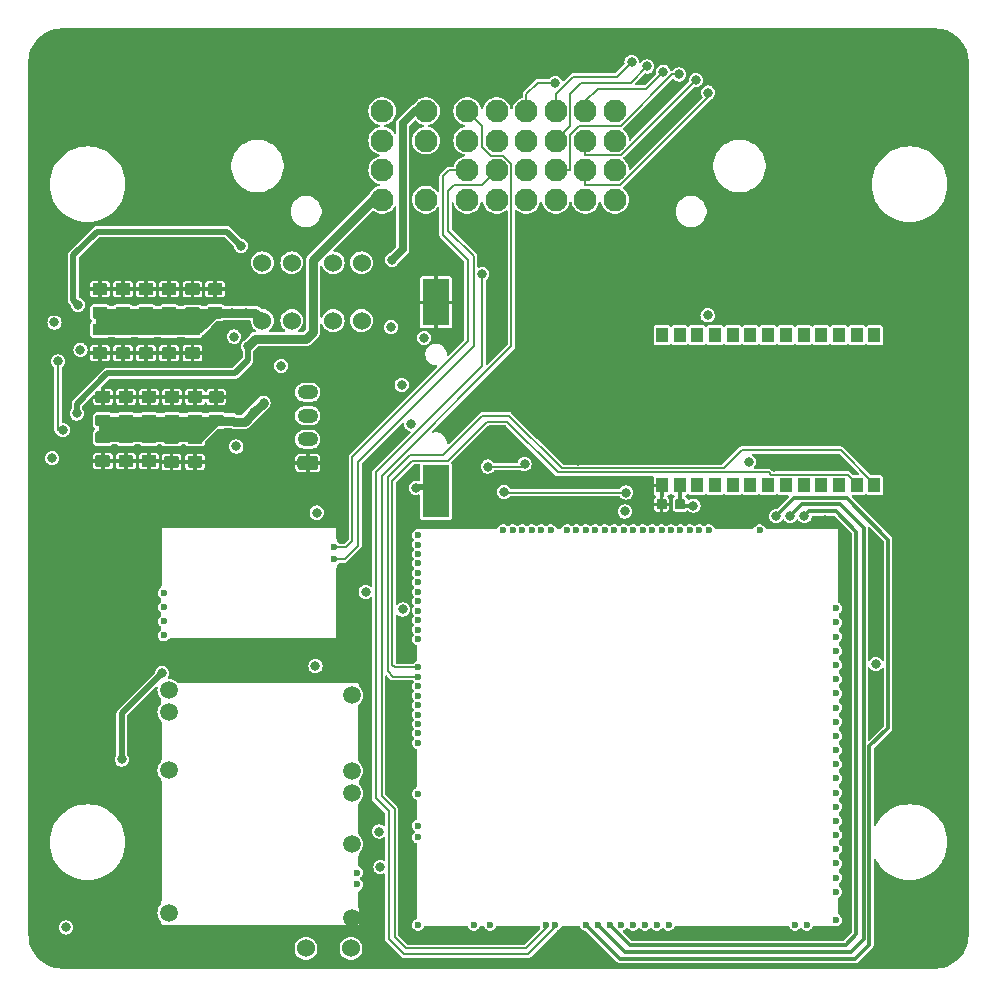
<source format=gbl>
G04 #@! TF.GenerationSoftware,KiCad,Pcbnew,8.0.9-8.0.9-0~ubuntu24.04.1*
G04 #@! TF.CreationDate,2025-09-04T03:17:17+00:00*
G04 #@! TF.ProjectId,PROLT,50524f4c-542e-46b6-9963-61645f706362,rev?*
G04 #@! TF.SameCoordinates,Original*
G04 #@! TF.FileFunction,Copper,L4,Bot*
G04 #@! TF.FilePolarity,Positive*
%FSLAX46Y46*%
G04 Gerber Fmt 4.6, Leading zero omitted, Abs format (unit mm)*
G04 Created by KiCad (PCBNEW 8.0.9-8.0.9-0~ubuntu24.04.1) date 2025-09-04 03:17:17*
%MOMM*%
%LPD*%
G01*
G04 APERTURE LIST*
G04 #@! TA.AperFunction,ComponentPad*
%ADD10C,1.524000*%
G04 #@! TD*
G04 #@! TA.AperFunction,ComponentPad*
%ADD11O,1.750000X1.200000*%
G04 #@! TD*
G04 #@! TA.AperFunction,ComponentPad*
%ADD12C,0.600000*%
G04 #@! TD*
G04 #@! TA.AperFunction,SMDPad,CuDef*
%ADD13R,3.700000X0.200000*%
G04 #@! TD*
G04 #@! TA.AperFunction,SMDPad,CuDef*
%ADD14R,0.400000X0.200000*%
G04 #@! TD*
G04 #@! TA.AperFunction,SMDPad,CuDef*
%ADD15R,1.600000X0.200000*%
G04 #@! TD*
G04 #@! TA.AperFunction,SMDPad,CuDef*
%ADD16R,9.700000X0.200000*%
G04 #@! TD*
G04 #@! TA.AperFunction,SMDPad,CuDef*
%ADD17R,2.300000X0.200000*%
G04 #@! TD*
G04 #@! TA.AperFunction,SMDPad,CuDef*
%ADD18R,0.200000X1.400000*%
G04 #@! TD*
G04 #@! TA.AperFunction,SMDPad,CuDef*
%ADD19R,0.200000X6.400000*%
G04 #@! TD*
G04 #@! TA.AperFunction,SMDPad,CuDef*
%ADD20R,0.200000X1.700000*%
G04 #@! TD*
G04 #@! TA.AperFunction,SMDPad,CuDef*
%ADD21R,0.200000X3.300000*%
G04 #@! TD*
G04 #@! TA.AperFunction,SMDPad,CuDef*
%ADD22R,7.000000X0.200000*%
G04 #@! TD*
G04 #@! TA.AperFunction,SMDPad,CuDef*
%ADD23R,3.300000X0.200000*%
G04 #@! TD*
G04 #@! TA.AperFunction,SMDPad,CuDef*
%ADD24R,6.300000X0.200000*%
G04 #@! TD*
G04 #@! TA.AperFunction,ComponentPad*
%ADD25C,1.950000*%
G04 #@! TD*
G04 #@! TA.AperFunction,SMDPad,CuDef*
%ADD26R,0.250000X6.185000*%
G04 #@! TD*
G04 #@! TA.AperFunction,SMDPad,CuDef*
%ADD27R,0.250000X1.115000*%
G04 #@! TD*
G04 #@! TA.AperFunction,SMDPad,CuDef*
%ADD28R,14.275000X0.250000*%
G04 #@! TD*
G04 #@! TA.AperFunction,SMDPad,CuDef*
%ADD29R,15.100000X0.250000*%
G04 #@! TD*
G04 #@! TA.AperFunction,SMDPad,CuDef*
%ADD30R,0.250000X5.175000*%
G04 #@! TD*
G04 #@! TA.AperFunction,ComponentPad*
%ADD31C,1.500000*%
G04 #@! TD*
G04 #@! TA.AperFunction,SMDPad,CuDef*
%ADD32O,0.200000X3.300000*%
G04 #@! TD*
G04 #@! TA.AperFunction,SMDPad,CuDef*
%ADD33O,0.200000X10.200000*%
G04 #@! TD*
G04 #@! TA.AperFunction,SMDPad,CuDef*
%ADD34O,0.200000X0.300000*%
G04 #@! TD*
G04 #@! TA.AperFunction,SMDPad,CuDef*
%ADD35O,17.000000X0.200000*%
G04 #@! TD*
G04 #@! TA.AperFunction,SMDPad,CuDef*
%ADD36O,15.400000X0.200000*%
G04 #@! TD*
G04 #@! TA.AperFunction,SMDPad,CuDef*
%ADD37O,0.200000X4.800000*%
G04 #@! TD*
G04 #@! TA.AperFunction,SMDPad,CuDef*
%ADD38O,0.200000X2.600000*%
G04 #@! TD*
G04 #@! TA.AperFunction,SMDPad,CuDef*
%ADD39O,0.200000X1.000000*%
G04 #@! TD*
G04 #@! TA.AperFunction,SMDPad,CuDef*
%ADD40O,0.200000X1.500000*%
G04 #@! TD*
G04 #@! TA.AperFunction,SMDPad,CuDef*
%ADD41R,1.000000X1.300000*%
G04 #@! TD*
G04 #@! TA.AperFunction,SMDPad,CuDef*
%ADD42R,2.299995X4.399991*%
G04 #@! TD*
G04 #@! TA.AperFunction,SMDPad,CuDef*
%ADD43R,2.299995X3.999992*%
G04 #@! TD*
G04 #@! TA.AperFunction,ViaPad*
%ADD44C,0.800000*%
G04 #@! TD*
G04 #@! TA.AperFunction,Conductor*
%ADD45C,0.500000*%
G04 #@! TD*
G04 #@! TA.AperFunction,Conductor*
%ADD46C,0.150000*%
G04 #@! TD*
G04 #@! TA.AperFunction,Conductor*
%ADD47C,0.800000*%
G04 #@! TD*
G04 #@! TA.AperFunction,Conductor*
%ADD48C,0.300000*%
G04 #@! TD*
G04 #@! TA.AperFunction,Conductor*
%ADD49C,0.700000*%
G04 #@! TD*
G04 #@! TA.AperFunction,Conductor*
%ADD50C,0.200000*%
G04 #@! TD*
G04 APERTURE END LIST*
D10*
G04 #@! TO.P,F7,1,1*
G04 #@! TO.N,+12V*
X28400000Y59950000D03*
G04 #@! TO.P,F7,2,2*
G04 #@! TO.N,+12V_RAW*
X28400000Y55050000D03*
G04 #@! TD*
G04 #@! TO.P,J2,1,Pin_1*
G04 #@! TO.N,GND*
G04 #@! TA.AperFunction,ComponentPad*
G36*
G01*
X24475000Y42400000D02*
X23225000Y42400000D01*
G75*
G02*
X22975000Y42650000I0J250000D01*
G01*
X22975000Y43350000D01*
G75*
G02*
X23225000Y43600000I250000J0D01*
G01*
X24475000Y43600000D01*
G75*
G02*
X24725000Y43350000I0J-250000D01*
G01*
X24725000Y42650000D01*
G75*
G02*
X24475000Y42400000I-250000J0D01*
G01*
G37*
G04 #@! TD.AperFunction*
D11*
G04 #@! TO.P,J2,2,Pin_2*
G04 #@! TO.N,/USB+*
X23850000Y45000000D03*
G04 #@! TO.P,J2,3,Pin_3*
G04 #@! TO.N,/USB-*
X23850000Y47000000D03*
G04 #@! TO.P,J2,4,Pin_4*
G04 #@! TO.N,/VBUS*
X23850000Y49000000D03*
G04 #@! TD*
D12*
G04 #@! TO.P,M1,E1,V5A_SWITCHABLE*
G04 #@! TO.N,+5VA*
X62099990Y37300000D03*
G04 #@! TO.P,M1,E2,GNDA*
G04 #@! TO.N,GNDA*
X57799990Y37300010D03*
G04 #@! TO.P,M1,E3,I2C_SCL_(PB10)*
G04 #@! TO.N,unconnected-(M1-I2C_SCL_(PB10)-PadE3)*
X57000000Y37300010D03*
G04 #@! TO.P,M1,E4,I2C_SDA_(PB11)*
G04 #@! TO.N,unconnected-(M1-I2C_SDA_(PB11)-PadE4)*
X56199990Y37300010D03*
G04 #@! TO.P,M1,E5,IN_VIGN_(PA5)*
G04 #@! TO.N,Net-(M1-IN_VIGN_(PA5))*
X55399990Y37300010D03*
G04 #@! TO.P,M1,E6,SPI2_CS_/_CAN2_RX_(PB12)*
G04 #@! TO.N,unconnected-(M1-SPI2_CS_{slash}_CAN2_RX_(PB12)-PadE6)*
X54599990Y37300010D03*
G04 #@! TO.P,M1,E7,SPI2_SCK_/_CAN2_TX_(PB13)*
G04 #@! TO.N,unconnected-(M1-SPI2_SCK_{slash}_CAN2_TX_(PB13)-PadE7)*
X53799990Y37300010D03*
G04 #@! TO.P,M1,E8,SPI2_MISO_(PB14)*
G04 #@! TO.N,/DC1_DIS*
X52999990Y37300010D03*
G04 #@! TO.P,M1,E9,SPI2_MOSI_(PB15)*
G04 #@! TO.N,/DC2_DIR*
X52199990Y37300010D03*
G04 #@! TO.P,M1,E10,OUT_INJ8_(PD12)*
G04 #@! TO.N,unconnected-(M1-OUT_INJ8_(PD12)-PadE10)*
X51399990Y37300010D03*
G04 #@! TO.P,M1,E11,OUT_INJ7_(PD15)*
G04 #@! TO.N,unconnected-(M1-OUT_INJ7_(PD15)-PadE11)*
X50599990Y37300010D03*
G04 #@! TO.P,M1,E12,OUT_INJ6_(PA8)*
G04 #@! TO.N,unconnected-(M1-OUT_INJ6_(PA8)-PadE12)*
X49799990Y37300010D03*
G04 #@! TO.P,M1,E13,OUT_INJ5_(PD2)*
G04 #@! TO.N,/HS*
X48999990Y37300010D03*
G04 #@! TO.P,M1,E14,OUT_INJ4_(PD10)*
G04 #@! TO.N,/INJ4_IN*
X48199990Y37300010D03*
G04 #@! TO.P,M1,E15,OUT_INJ3_(PD11)*
G04 #@! TO.N,/INJ3_IN*
X47399990Y37300010D03*
G04 #@! TO.P,M1,E16,OUT_INJ2_(PA9)*
G04 #@! TO.N,/INJ2_IN*
X46600000Y37300000D03*
G04 #@! TO.P,M1,E17,OUT_INJ1_(PD3)*
G04 #@! TO.N,/INJ1_IN*
X45799990Y37300010D03*
G04 #@! TO.P,M1,E18,OUT_PWM1_(PD13)*
G04 #@! TO.N,/LS1*
X44399990Y37300010D03*
G04 #@! TO.P,M1,E19,OUT_PWM2_(PC6)*
G04 #@! TO.N,/LS2*
X43600000Y37300010D03*
G04 #@! TO.P,M1,E20,OUT_PWM3_(PC7)*
G04 #@! TO.N,/DC1_PWM*
X42800000Y37300010D03*
G04 #@! TO.P,M1,E21,OUT_PWM4_(PC8)*
G04 #@! TO.N,/DC1_DIR*
X42000000Y37300010D03*
G04 #@! TO.P,M1,E22,OUT_PWM5_(PC9)*
G04 #@! TO.N,/DC2_PWM*
X41200000Y37300010D03*
G04 #@! TO.P,M1,E23,OUT_PWM6_(PD14)*
G04 #@! TO.N,unconnected-(M1-OUT_PWM6_(PD14)-PadE23)*
X40399990Y37300010D03*
D13*
G04 #@! TO.P,M1,G,GND*
G04 #@! TO.N,GND*
X35550000Y3700000D03*
D14*
X38599990Y3700000D03*
D13*
X41650000Y3700000D03*
D15*
X46099990Y3700000D03*
D16*
X59749990Y3700000D03*
D17*
X67749990Y3700000D03*
D18*
X68800000Y5500010D03*
D19*
X33000000Y7600000D03*
D20*
X33000000Y13650000D03*
D21*
X33000000Y17150000D03*
D18*
X33000000Y26900000D03*
D19*
X68800000Y34400000D03*
D22*
X36399980Y37500010D03*
D14*
X45100000Y37500010D03*
D23*
X59950000Y37500010D03*
D24*
X65750000Y37500010D03*
D12*
G04 #@! TO.P,M1,N1,VBUS*
G04 #@! TO.N,/VBUS*
X33199990Y36900010D03*
G04 #@! TO.P,M1,N2,USBM_(PA11)*
G04 #@! TO.N,/USB-*
X33199990Y36100010D03*
G04 #@! TO.P,M1,N3,USBP_(PA12)*
G04 #@! TO.N,/USB+*
X33199990Y35300010D03*
G04 #@! TO.P,M1,N4,USBID_(PA10)*
G04 #@! TO.N,/DC2_DIS*
X33199990Y34500000D03*
G04 #@! TO.P,M1,N5,SWDIO_(PA13)*
G04 #@! TO.N,unconnected-(M1-SWDIO_(PA13)-PadN5)*
X33199990Y33700010D03*
G04 #@! TO.P,M1,N6,SWCLK_(PA14)*
G04 #@! TO.N,unconnected-(M1-SWCLK_(PA14)-PadN6)*
X33199990Y32900010D03*
G04 #@! TO.P,M1,N7,nReset*
G04 #@! TO.N,unconnected-(M1-nReset-PadN7)*
X33199990Y32100010D03*
G04 #@! TO.P,M1,N8,SWO_(PB3)*
G04 #@! TO.N,unconnected-(M1-SWO_(PB3)-PadN8)*
X33199990Y31300000D03*
G04 #@! TO.P,M1,N9,SPI3_CS_(PA15)*
G04 #@! TO.N,unconnected-(M1-SPI3_CS_(PA15)-PadN9)*
X33200000Y30500010D03*
G04 #@! TO.P,M1,N10,SPI3_SCK_(PC10)*
G04 #@! TO.N,unconnected-(M1-SPI3_SCK_(PC10)-PadN10)*
X33200000Y29700010D03*
G04 #@! TO.P,M1,N11,SPI3_MISO_(PC11)*
G04 #@! TO.N,unconnected-(M1-SPI3_MISO_(PC11)-PadN11)*
X33200000Y28900010D03*
G04 #@! TO.P,M1,N12,SPI3_MOSI_(PC12)*
G04 #@! TO.N,/PG_5VP*
X33200000Y28100010D03*
G04 #@! TO.P,M1,N13,UART2_TX_(PD5)*
G04 #@! TO.N,Net-(M1-UART2_TX_(PD5))*
X33200000Y25700000D03*
G04 #@! TO.P,M1,N14,UART2_RX_(PD6)*
G04 #@! TO.N,Net-(M1-UART2_RX_(PD6))*
X33200000Y24900000D03*
G04 #@! TO.P,M1,N14a,LED_GREEN*
G04 #@! TO.N,unconnected-(M1-LED_GREEN-PadN14a)*
X33199990Y24100010D03*
G04 #@! TO.P,M1,N14b,LED_YELLOW*
G04 #@! TO.N,unconnected-(M1-LED_YELLOW-PadN14b)*
X33199990Y23300000D03*
G04 #@! TO.P,M1,N15,V33_SWITCHABLE*
G04 #@! TO.N,+3.3VA*
X33199990Y22500000D03*
G04 #@! TO.P,M1,N16,BOOT0*
G04 #@! TO.N,unconnected-(M1-BOOT0-PadN16)*
X33199990Y21700000D03*
G04 #@! TO.P,M1,N17,VBAT*
G04 #@! TO.N,Net-(D3-K)*
X33199990Y20900000D03*
G04 #@! TO.P,M1,N18,UART8_RX_(PE0)*
G04 #@! TO.N,unconnected-(M1-UART8_RX_(PE0)-PadN18)*
X33200000Y20100000D03*
G04 #@! TO.P,M1,N19,UART8_TX_(PE1)*
G04 #@! TO.N,/VR_MAX9924*
X33200000Y19300000D03*
G04 #@! TO.P,M1,N20,OUT_PWR_EN_(PE10)*
G04 #@! TO.N,/EN_5VP*
X33200000Y15000000D03*
G04 #@! TO.P,M1,N21,V33*
G04 #@! TO.N,+3.3V*
X33200000Y12300000D03*
G04 #@! TO.P,M1,N22,VCC*
G04 #@! TO.N,+5V*
X33200000Y11300010D03*
G04 #@! TO.P,M1,N23,V33*
G04 #@! TO.N,unconnected-(M1-V33-PadN23)*
X33200000Y3900000D03*
G04 #@! TO.P,M1,S1,IN_D4_(PE15)*
G04 #@! TO.N,/IN_D3*
X68600000Y30700020D03*
G04 #@! TO.P,M1,S2,IN_D3_(PE14)*
G04 #@! TO.N,/IN_D2*
X68600000Y29500010D03*
G04 #@! TO.P,M1,S3,IN_D2_(PE13)*
G04 #@! TO.N,/IN_D1*
X68600000Y28300010D03*
G04 #@! TO.P,M1,S4,IN_D1_(PE12)*
G04 #@! TO.N,/IN_CMP*
X68600000Y27100010D03*
G04 #@! TO.P,M1,S5,VREF2*
G04 #@! TO.N,unconnected-(M1-VREF2-PadS5)*
X68600000Y25900010D03*
G04 #@! TO.P,M1,S6,IN_AUX4_(PC5)*
G04 #@! TO.N,/IN_VMAIN*
X68600000Y24700010D03*
G04 #@! TO.P,M1,S7,IN_AUX3_(PA7)*
G04 #@! TO.N,unconnected-(M1-IN_AUX3_(PA7)-PadS7)*
X68600000Y23500010D03*
G04 #@! TO.P,M1,S8,IN_AUX2_(PC4/PE9)*
G04 #@! TO.N,unconnected-(M1-IN_AUX2_(PC4{slash}PE9)-PadS8)*
X68600000Y22300010D03*
G04 #@! TO.P,M1,S9,IN_AUX1_(PB0)*
G04 #@! TO.N,unconnected-(M1-IN_AUX1_(PB0)-PadS9)*
X68600000Y21100010D03*
G04 #@! TO.P,M1,S10,IN_O2S2_(PA1)*
G04 #@! TO.N,/IN_AUX2*
X68600000Y19900010D03*
G04 #@! TO.P,M1,S11,IN_O2S_/_CAN_WAKEUP_(PA0)*
G04 #@! TO.N,/IN_AUX1*
X68600000Y18700010D03*
G04 #@! TO.P,M1,S12,IN_MAP2_(PC1)*
G04 #@! TO.N,unconnected-(M1-IN_MAP2_(PC1)-PadS12)*
X68600000Y17500010D03*
G04 #@! TO.P,M1,S13,IN_MAP1_(PC0)*
G04 #@! TO.N,/IN_MAP*
X68600000Y16300010D03*
G04 #@! TO.P,M1,S14,IN_CRANK_(PB1)*
G04 #@! TO.N,unconnected-(M1-IN_CRANK_(PB1)-PadS14)*
X68600000Y15100010D03*
G04 #@! TO.P,M1,S15,IN_KNOCK_(PA2)*
G04 #@! TO.N,unconnected-(M1-IN_KNOCK_(PA2)-PadS15)*
X68600000Y13900010D03*
G04 #@! TO.P,M1,S16,IN_CAM_(PA6)*
G04 #@! TO.N,unconnected-(M1-IN_CAM_(PA6)-PadS16)*
X68600000Y12700010D03*
G04 #@! TO.P,M1,S17,IN_VSS_(PE11)*
G04 #@! TO.N,unconnected-(M1-IN_VSS_(PE11)-PadS17)*
X68600000Y11500010D03*
G04 #@! TO.P,M1,S18,IN_TPS_(PA4)*
G04 #@! TO.N,/IN_TPS*
X68600000Y10300000D03*
G04 #@! TO.P,M1,S19,IN_PPS_(PA3)*
G04 #@! TO.N,unconnected-(M1-IN_PPS_(PA3)-PadS19)*
X68600000Y9100000D03*
G04 #@! TO.P,M1,S20,IN_IAT_(PC3)*
G04 #@! TO.N,/IN_IAT*
X68600000Y7900000D03*
G04 #@! TO.P,M1,S21,IN_CLT_(PC2)*
G04 #@! TO.N,/IN_CLT*
X68600000Y6700000D03*
G04 #@! TO.P,M1,S22,VREF1*
G04 #@! TO.N,unconnected-(M1-VREF1-PadS22)*
X68600000Y4300000D03*
G04 #@! TO.P,M1,W1,GNDA*
G04 #@! TO.N,unconnected-(M1-GNDA-PadW1)*
X66099990Y3900000D03*
G04 #@! TO.P,M1,W2,V5A_SWITCHABLE*
G04 #@! TO.N,unconnected-(M1-V5A_SWITCHABLE-PadW2)*
X65099990Y3900000D03*
G04 #@! TO.P,M1,W3,IGN8_(PE6)*
G04 #@! TO.N,unconnected-(M1-IGN8_(PE6)-PadW3)*
X54400000Y3900000D03*
G04 #@! TO.P,M1,W4,IGN7_(PB9)*
G04 #@! TO.N,unconnected-(M1-IGN7_(PB9)-PadW4)*
X53399990Y3900000D03*
G04 #@! TO.P,M1,W5,IGN6_(PB8)*
G04 #@! TO.N,unconnected-(M1-IGN6_(PB8)-PadW5)*
X52400000Y3900000D03*
G04 #@! TO.P,M1,W6,IGN5_(PE2)*
G04 #@! TO.N,unconnected-(M1-IGN5_(PE2)-PadW6)*
X51400000Y3900000D03*
G04 #@! TO.P,M1,W7,IGN4_(PE3)*
G04 #@! TO.N,unconnected-(M1-IGN4_(PE3)-PadW7)*
X50400000Y3900000D03*
G04 #@! TO.P,M1,W8,IGN3_(PE4)*
G04 #@! TO.N,/IGN3_IN*
X49400000Y3900000D03*
G04 #@! TO.P,M1,W9,IGN2_(PE5)*
G04 #@! TO.N,/IGN2_IN*
X48400000Y3900000D03*
G04 #@! TO.P,M1,W10,IGN1_(PC13)*
G04 #@! TO.N,/IGN1_IN*
X47400000Y3900000D03*
G04 #@! TO.P,M1,W11,CANH*
G04 #@! TO.N,/CAN-H*
X44800000Y3900000D03*
G04 #@! TO.P,M1,W12,CANL*
G04 #@! TO.N,/CAN-L*
X44000000Y3900000D03*
G04 #@! TO.P,M1,W13,V33_REF*
G04 #@! TO.N,unconnected-(M1-V33_REF-PadW13)*
X39299990Y3900000D03*
G04 #@! TO.P,M1,W14,V5A_SWITCHABLE*
G04 #@! TO.N,unconnected-(M1-V5A_SWITCHABLE-PadW14)*
X37900000Y3900000D03*
G04 #@! TD*
D25*
G04 #@! TO.P,J1,A1,A1*
G04 #@! TO.N,/IGN1_OUT*
X49850000Y65300000D03*
G04 #@! TO.P,J1,A2,A2*
G04 #@! TO.N,/IGN2_OUT*
X49850000Y67800000D03*
G04 #@! TO.P,J1,A3,A3*
G04 #@! TO.N,/IGN3_OUT*
X49850000Y70300000D03*
G04 #@! TO.P,J1,A4,A4*
G04 #@! TO.N,/TACH*
X49850000Y72800000D03*
G04 #@! TO.P,J1,B1,B1*
G04 #@! TO.N,/OUT_1*
X47350000Y65300000D03*
G04 #@! TO.P,J1,B2,B2*
G04 #@! TO.N,/IN_IAT*
X47350000Y67800000D03*
G04 #@! TO.P,J1,B3,B3*
G04 #@! TO.N,/IN_CLT*
X47350000Y70300000D03*
G04 #@! TO.P,J1,B4,B4*
G04 #@! TO.N,/IN_MAP*
X47350000Y72800000D03*
G04 #@! TO.P,J1,C1,C1*
G04 #@! TO.N,/INJ3_OUT*
X44850000Y65300000D03*
G04 #@! TO.P,J1,C2,C2*
G04 #@! TO.N,/IN_TPS*
X44850000Y67800000D03*
G04 #@! TO.P,J1,C3,C3*
G04 #@! TO.N,/IN_AUX1*
X44850000Y70300000D03*
G04 #@! TO.P,J1,C4,C4*
G04 #@! TO.N,/IN_AUX2*
X44850000Y72800000D03*
G04 #@! TO.P,J1,D1,D1*
G04 #@! TO.N,/INJ2_OUT*
X42350000Y65300000D03*
G04 #@! TO.P,J1,D2,D2*
G04 #@! TO.N,/IN_D1*
X42350000Y67800000D03*
G04 #@! TO.P,J1,D3,D3*
G04 #@! TO.N,/IN_D2*
X42350000Y70300000D03*
G04 #@! TO.P,J1,D4,D4*
G04 #@! TO.N,/IN_D3*
X42350000Y72800000D03*
G04 #@! TO.P,J1,E1,E1*
G04 #@! TO.N,/INJ1_OUT*
X39850000Y65300000D03*
G04 #@! TO.P,J1,E2,E2*
G04 #@! TO.N,/VR-*
X39850000Y67800000D03*
G04 #@! TO.P,J1,E3,E3*
G04 #@! TO.N,/IN_CMP*
X39850000Y70300000D03*
G04 #@! TO.P,J1,E4,E4*
G04 #@! TO.N,GNDA*
X39850000Y72800000D03*
G04 #@! TO.P,J1,F1,F1*
G04 #@! TO.N,+5VP*
X37350000Y65300000D03*
G04 #@! TO.P,J1,F2,F2*
G04 #@! TO.N,/VR+*
X37350000Y67800000D03*
G04 #@! TO.P,J1,F3,F3*
G04 #@! TO.N,/CAN-H*
X37350000Y70300000D03*
G04 #@! TO.P,J1,F4,F4*
G04 #@! TO.N,/CAN-L*
X37350000Y72800000D03*
G04 #@! TO.P,J1,G1,G1*
G04 #@! TO.N,+12V*
X33850000Y65300000D03*
G04 #@! TO.P,J1,G2,G2*
G04 #@! TO.N,GND*
X33850000Y67800000D03*
G04 #@! TO.P,J1,G3,G3*
G04 #@! TO.N,/OUT_2*
X33850000Y70300000D03*
G04 #@! TO.P,J1,G4,G4*
G04 #@! TO.N,/OUT_3*
X33850000Y72800000D03*
G04 #@! TO.P,J1,H1,H1*
G04 #@! TO.N,/DC2-*
X30150000Y65300000D03*
G04 #@! TO.P,J1,H2,H2*
G04 #@! TO.N,/DC1-*
X30150000Y67800000D03*
G04 #@! TO.P,J1,H3,H3*
G04 #@! TO.N,/DC1+*
X30150000Y70300000D03*
G04 #@! TO.P,J1,H4,H4*
G04 #@! TO.N,/DC2+*
X30150000Y72800000D03*
G04 #@! TD*
D10*
G04 #@! TO.P,F5,1,1*
G04 #@! TO.N,+12V*
X22500000Y59950000D03*
G04 #@! TO.P,F5,2,2*
G04 #@! TO.N,/DC Drivers/DC2_PWR*
X22500000Y55050000D03*
G04 #@! TD*
G04 #@! TO.P,R16,1,1*
G04 #@! TO.N,Net-(M3-PG_5VP)*
X23695000Y1900000D03*
G04 #@! TO.P,R16,2,2*
G04 #@! TO.N,/PG_5VP*
X27505000Y1900000D03*
G04 #@! TD*
G04 #@! TO.P,F4,1,1*
G04 #@! TO.N,+12V*
X20000000Y59950000D03*
G04 #@! TO.P,F4,2,2*
G04 #@! TO.N,/DC Drivers/DC1_PWR*
X20000000Y55050000D03*
G04 #@! TD*
G04 #@! TO.P,F6,1,1*
G04 #@! TO.N,+12V*
X26000000Y59950000D03*
G04 #@! TO.P,F6,2,2*
G04 #@! TO.N,/IN_VING*
X26000000Y55050000D03*
G04 #@! TD*
D12*
G04 #@! TO.P,M2,E1,NC*
G04 #@! TO.N,unconnected-(M2-NC-PadE1)*
X11662500Y30800000D03*
G04 #@! TO.P,M2,E2,NC*
G04 #@! TO.N,unconnected-(M2-NC-PadE2)*
X11662500Y32000000D03*
G04 #@! TO.P,M2,E3,OUT*
G04 #@! TO.N,/VR_MAX9924*
X11662500Y29600000D03*
G04 #@! TO.P,M2,E4,V5_IN*
G04 #@! TO.N,+5VA*
X11662500Y28400000D03*
D26*
G04 #@! TO.P,M2,G,GND*
G04 #@! TO.N,GND*
X26312500Y31067500D03*
D27*
X26312500Y37117500D03*
D28*
X19300000Y28100000D03*
D29*
X18887500Y37550000D03*
D30*
X11462500Y35087500D03*
D12*
G04 #@! TO.P,M2,W1,VR-*
G04 #@! TO.N,/VR-*
X26087500Y34860000D03*
G04 #@! TO.P,M2,W2,VR+*
G04 #@! TO.N,/VR+*
X26087500Y35860000D03*
G04 #@! TD*
D31*
G04 #@! TO.P,M3,E1,VBAT*
G04 #@! TO.N,Net-(D3-K)*
X27574995Y23324999D03*
G04 #@! TO.P,M3,E2,V12*
G04 #@! TO.N,unconnected-(M3-V12-PadE2)*
X27574995Y16925002D03*
G04 #@! TO.P,M3,E3,VIGN*
G04 #@! TO.N,Net-(M1-IN_VIGN_(PA5))*
X27574995Y15024999D03*
G04 #@! TO.P,M3,E4,V5*
G04 #@! TO.N,+5V*
X27574995Y10724999D03*
D12*
G04 #@! TO.P,M3,E5,EN_5VP*
G04 #@! TO.N,/EN_5VP*
X28024994Y8325002D03*
G04 #@! TO.P,M3,E6,PG_5VP*
G04 #@! TO.N,Net-(M3-PG_5VP)*
X28024994Y7325001D03*
D32*
G04 #@! TO.P,M3,S1,GND*
G04 #@! TO.N,GND*
X11424999Y19474999D03*
D33*
X11424999Y10975001D03*
D34*
X11424999Y3874999D03*
D35*
X19824997Y3824999D03*
D36*
X20624998Y24424999D03*
D31*
X27574995Y4474999D03*
D34*
X28224996Y24374999D03*
D37*
X28224996Y20175001D03*
D38*
X28224996Y12824999D03*
D39*
X28224996Y9325002D03*
D40*
X28224996Y6025001D03*
D31*
G04 #@! TO.P,M3,V1,V12_PERM*
G04 #@! TO.N,+12V_RAW*
X12074998Y23775001D03*
G04 #@! TO.P,M3,V2,IN_VIGN*
G04 #@! TO.N,/IN_VING*
X12074998Y21925002D03*
G04 #@! TO.P,M3,V3,V12_RAW*
G04 #@! TO.N,+12V_RAW*
X12074998Y16974999D03*
G04 #@! TO.P,M3,V4,5VP*
G04 #@! TO.N,+5VP*
X12074998Y4925001D03*
G04 #@! TD*
G04 #@! TO.P,C6,1*
G04 #@! TO.N,GND*
G04 #@! TA.AperFunction,SMDPad,CuDef*
G36*
G01*
X14625079Y51814993D02*
X13575079Y51814993D01*
G75*
G02*
X13475079Y51914993I0J100000D01*
G01*
X13475079Y52714993D01*
G75*
G02*
X13575079Y52814993I100000J0D01*
G01*
X14625079Y52814993D01*
G75*
G02*
X14725079Y52714993I0J-100000D01*
G01*
X14725079Y51914993D01*
G75*
G02*
X14625079Y51814993I-100000J0D01*
G01*
G37*
G04 #@! TD.AperFunction*
G04 #@! TO.P,C6,2*
G04 #@! TO.N,/DC Drivers/DC1_PWR*
G04 #@! TA.AperFunction,SMDPad,CuDef*
G36*
G01*
X14625079Y53814993D02*
X13575079Y53814993D01*
G75*
G02*
X13475079Y53914993I0J100000D01*
G01*
X13475079Y54714993D01*
G75*
G02*
X13575079Y54814993I100000J0D01*
G01*
X14625079Y54814993D01*
G75*
G02*
X14725079Y54714993I0J-100000D01*
G01*
X14725079Y53914993D01*
G75*
G02*
X14625079Y53814993I-100000J0D01*
G01*
G37*
G04 #@! TD.AperFunction*
G04 #@! TD*
G04 #@! TO.P,C11,1*
G04 #@! TO.N,GND*
G04 #@! TA.AperFunction,SMDPad,CuDef*
G36*
G01*
X10675015Y51800000D02*
X9625015Y51800000D01*
G75*
G02*
X9525015Y51900000I0J100000D01*
G01*
X9525015Y52700000D01*
G75*
G02*
X9625015Y52800000I100000J0D01*
G01*
X10675015Y52800000D01*
G75*
G02*
X10775015Y52700000I0J-100000D01*
G01*
X10775015Y51900000D01*
G75*
G02*
X10675015Y51800000I-100000J0D01*
G01*
G37*
G04 #@! TD.AperFunction*
G04 #@! TO.P,C11,2*
G04 #@! TO.N,/DC Drivers/DC1_PWR*
G04 #@! TA.AperFunction,SMDPad,CuDef*
G36*
G01*
X10675015Y53800000D02*
X9625015Y53800000D01*
G75*
G02*
X9525015Y53900000I0J100000D01*
G01*
X9525015Y54700000D01*
G75*
G02*
X9625015Y54800000I100000J0D01*
G01*
X10675015Y54800000D01*
G75*
G02*
X10775015Y54700000I0J-100000D01*
G01*
X10775015Y53900000D01*
G75*
G02*
X10675015Y53800000I-100000J0D01*
G01*
G37*
G04 #@! TD.AperFunction*
G04 #@! TD*
G04 #@! TO.P,C4,1*
G04 #@! TO.N,GND*
G04 #@! TA.AperFunction,SMDPad,CuDef*
G36*
G01*
X9625015Y58230002D02*
X10675015Y58230002D01*
G75*
G02*
X10775015Y58130002I0J-100000D01*
G01*
X10775015Y57330002D01*
G75*
G02*
X10675015Y57230002I-100000J0D01*
G01*
X9625015Y57230002D01*
G75*
G02*
X9525015Y57330002I0J100000D01*
G01*
X9525015Y58130002D01*
G75*
G02*
X9625015Y58230002I100000J0D01*
G01*
G37*
G04 #@! TD.AperFunction*
G04 #@! TO.P,C4,2*
G04 #@! TO.N,/DC Drivers/DC1_PWR*
G04 #@! TA.AperFunction,SMDPad,CuDef*
G36*
G01*
X9625015Y56230002D02*
X10675015Y56230002D01*
G75*
G02*
X10775015Y56130002I0J-100000D01*
G01*
X10775015Y55330002D01*
G75*
G02*
X10675015Y55230002I-100000J0D01*
G01*
X9625015Y55230002D01*
G75*
G02*
X9525015Y55330002I0J100000D01*
G01*
X9525015Y56130002D01*
G75*
G02*
X9625015Y56230002I100000J0D01*
G01*
G37*
G04 #@! TD.AperFunction*
G04 #@! TD*
G04 #@! TO.P,C18,1*
G04 #@! TO.N,GND*
G04 #@! TA.AperFunction,SMDPad,CuDef*
G36*
G01*
X9875000Y49100000D02*
X10925000Y49100000D01*
G75*
G02*
X11025000Y49000000I0J-100000D01*
G01*
X11025000Y48200000D01*
G75*
G02*
X10925000Y48100000I-100000J0D01*
G01*
X9875000Y48100000D01*
G75*
G02*
X9775000Y48200000I0J100000D01*
G01*
X9775000Y49000000D01*
G75*
G02*
X9875000Y49100000I100000J0D01*
G01*
G37*
G04 #@! TD.AperFunction*
G04 #@! TO.P,C18,2*
G04 #@! TO.N,/DC Drivers/DC2_PWR*
G04 #@! TA.AperFunction,SMDPad,CuDef*
G36*
G01*
X9875000Y47100000D02*
X10925000Y47100000D01*
G75*
G02*
X11025000Y47000000I0J-100000D01*
G01*
X11025000Y46200000D01*
G75*
G02*
X10925000Y46100000I-100000J0D01*
G01*
X9875000Y46100000D01*
G75*
G02*
X9775000Y46200000I0J100000D01*
G01*
X9775000Y47000000D01*
G75*
G02*
X9875000Y47100000I100000J0D01*
G01*
G37*
G04 #@! TD.AperFunction*
G04 #@! TD*
D41*
G04 #@! TO.P,U1,1,TXD*
G04 #@! TO.N,Net-(M1-UART2_RX_(PD6))*
X71825000Y41112500D03*
G04 #@! TO.P,U1,2,RXD*
G04 #@! TO.N,Net-(M1-UART2_TX_(PD5))*
X70325000Y41112500D03*
G04 #@! TO.P,U1,3*
G04 #@! TO.N,N/C*
X68825000Y41112500D03*
G04 #@! TO.P,U1,4*
X67325000Y41112500D03*
G04 #@! TO.P,U1,5,IO1*
G04 #@! TO.N,unconnected-(U1-IO1-Pad5)*
X65825000Y41112500D03*
G04 #@! TO.P,U1,6,IO2*
G04 #@! TO.N,unconnected-(U1-IO2-Pad6)*
X64325000Y41112500D03*
G04 #@! TO.P,U1,7*
G04 #@! TO.N,N/C*
X62825000Y41112500D03*
G04 #@! TO.P,U1,8*
X61325000Y41112500D03*
G04 #@! TO.P,U1,9*
X59825000Y41112500D03*
G04 #@! TO.P,U1,10*
X58325000Y41112500D03*
G04 #@! TO.P,U1,11*
X56825000Y41112500D03*
G04 #@! TO.P,U1,12,3V3*
G04 #@! TO.N,+3.3VA*
X55325000Y41112500D03*
G04 #@! TO.P,U1,13,GND*
G04 #@! TO.N,GND*
X53825000Y41112500D03*
G04 #@! TO.P,U1,14*
G04 #@! TO.N,N/C*
X53825000Y53812500D03*
G04 #@! TO.P,U1,15,EN*
G04 #@! TO.N,unconnected-(U1-EN-Pad15)*
X55325000Y53812500D03*
G04 #@! TO.P,U1,16,ALED*
G04 #@! TO.N,unconnected-(U1-ALED-Pad16)*
X56825000Y53812500D03*
G04 #@! TO.P,U1,17,STAT*
G04 #@! TO.N,unconnected-(U1-STAT-Pad17)*
X58325000Y53812500D03*
G04 #@! TO.P,U1,18*
G04 #@! TO.N,N/C*
X59825000Y53812500D03*
G04 #@! TO.P,U1,19*
X61325000Y53812500D03*
G04 #@! TO.P,U1,20*
X62825000Y53812500D03*
G04 #@! TO.P,U1,21*
X64325000Y53812500D03*
G04 #@! TO.P,U1,22*
X65825000Y53812500D03*
G04 #@! TO.P,U1,23*
X67325000Y53812500D03*
G04 #@! TO.P,U1,24*
X68825000Y53812500D03*
G04 #@! TO.P,U1,25*
X70325000Y53812500D03*
G04 #@! TO.P,U1,26*
X71825000Y53812500D03*
G04 #@! TD*
G04 #@! TO.P,C28,1*
G04 #@! TO.N,GND*
G04 #@! TA.AperFunction,SMDPad,CuDef*
G36*
G01*
X53384999Y39160000D02*
X53384999Y39840000D01*
G75*
G02*
X53469999Y39925000I85000J0D01*
G01*
X54149999Y39925000D01*
G75*
G02*
X54234999Y39840000I0J-85000D01*
G01*
X54234999Y39160000D01*
G75*
G02*
X54149999Y39075000I-85000J0D01*
G01*
X53469999Y39075000D01*
G75*
G02*
X53384999Y39160000I0J85000D01*
G01*
G37*
G04 #@! TD.AperFunction*
G04 #@! TO.P,C28,2*
G04 #@! TO.N,+3.3VA*
G04 #@! TA.AperFunction,SMDPad,CuDef*
G36*
G01*
X54965001Y39160000D02*
X54965001Y39840000D01*
G75*
G02*
X55050001Y39925000I85000J0D01*
G01*
X55730001Y39925000D01*
G75*
G02*
X55815001Y39840000I0J-85000D01*
G01*
X55815001Y39160000D01*
G75*
G02*
X55730001Y39075000I-85000J0D01*
G01*
X55050001Y39075000D01*
G75*
G02*
X54965001Y39160000I0J85000D01*
G01*
G37*
G04 #@! TD.AperFunction*
G04 #@! TD*
G04 #@! TO.P,C25,1*
G04 #@! TO.N,GND*
G04 #@! TA.AperFunction,SMDPad,CuDef*
G36*
G01*
X10925000Y42669998D02*
X9875000Y42669998D01*
G75*
G02*
X9775000Y42769998I0J100000D01*
G01*
X9775000Y43569998D01*
G75*
G02*
X9875000Y43669998I100000J0D01*
G01*
X10925000Y43669998D01*
G75*
G02*
X11025000Y43569998I0J-100000D01*
G01*
X11025000Y42769998D01*
G75*
G02*
X10925000Y42669998I-100000J0D01*
G01*
G37*
G04 #@! TD.AperFunction*
G04 #@! TO.P,C25,2*
G04 #@! TO.N,/DC Drivers/DC2_PWR*
G04 #@! TA.AperFunction,SMDPad,CuDef*
G36*
G01*
X10925000Y44669998D02*
X9875000Y44669998D01*
G75*
G02*
X9775000Y44769998I0J100000D01*
G01*
X9775000Y45569998D01*
G75*
G02*
X9875000Y45669998I100000J0D01*
G01*
X10925000Y45669998D01*
G75*
G02*
X11025000Y45569998I0J-100000D01*
G01*
X11025000Y44769998D01*
G75*
G02*
X10925000Y44669998I-100000J0D01*
G01*
G37*
G04 #@! TD.AperFunction*
G04 #@! TD*
G04 #@! TO.P,C24,1*
G04 #@! TO.N,GND*
G04 #@! TA.AperFunction,SMDPad,CuDef*
G36*
G01*
X8975015Y42669998D02*
X7925015Y42669998D01*
G75*
G02*
X7825015Y42769998I0J100000D01*
G01*
X7825015Y43569998D01*
G75*
G02*
X7925015Y43669998I100000J0D01*
G01*
X8975015Y43669998D01*
G75*
G02*
X9075015Y43569998I0J-100000D01*
G01*
X9075015Y42769998D01*
G75*
G02*
X8975015Y42669998I-100000J0D01*
G01*
G37*
G04 #@! TD.AperFunction*
G04 #@! TO.P,C24,2*
G04 #@! TO.N,/DC Drivers/DC2_PWR*
G04 #@! TA.AperFunction,SMDPad,CuDef*
G36*
G01*
X8975015Y44669998D02*
X7925015Y44669998D01*
G75*
G02*
X7825015Y44769998I0J100000D01*
G01*
X7825015Y45569998D01*
G75*
G02*
X7925015Y45669998I100000J0D01*
G01*
X8975015Y45669998D01*
G75*
G02*
X9075015Y45569998I0J-100000D01*
G01*
X9075015Y44769998D01*
G75*
G02*
X8975015Y44669998I-100000J0D01*
G01*
G37*
G04 #@! TD.AperFunction*
G04 #@! TD*
G04 #@! TO.P,C9,1*
G04 #@! TO.N,GND*
G04 #@! TA.AperFunction,SMDPad,CuDef*
G36*
G01*
X6775045Y51800000D02*
X5725045Y51800000D01*
G75*
G02*
X5625045Y51900000I0J100000D01*
G01*
X5625045Y52700000D01*
G75*
G02*
X5725045Y52800000I100000J0D01*
G01*
X6775045Y52800000D01*
G75*
G02*
X6875045Y52700000I0J-100000D01*
G01*
X6875045Y51900000D01*
G75*
G02*
X6775045Y51800000I-100000J0D01*
G01*
G37*
G04 #@! TD.AperFunction*
G04 #@! TO.P,C9,2*
G04 #@! TO.N,/DC Drivers/DC1_PWR*
G04 #@! TA.AperFunction,SMDPad,CuDef*
G36*
G01*
X6775045Y53800000D02*
X5725045Y53800000D01*
G75*
G02*
X5625045Y53900000I0J100000D01*
G01*
X5625045Y54700000D01*
G75*
G02*
X5725045Y54800000I100000J0D01*
G01*
X6775045Y54800000D01*
G75*
G02*
X6875045Y54700000I0J-100000D01*
G01*
X6875045Y53900000D01*
G75*
G02*
X6775045Y53800000I-100000J0D01*
G01*
G37*
G04 #@! TD.AperFunction*
G04 #@! TD*
G04 #@! TO.P,C12,1*
G04 #@! TO.N,GND*
G04 #@! TA.AperFunction,SMDPad,CuDef*
G36*
G01*
X12625000Y51800000D02*
X11575000Y51800000D01*
G75*
G02*
X11475000Y51900000I0J100000D01*
G01*
X11475000Y52700000D01*
G75*
G02*
X11575000Y52800000I100000J0D01*
G01*
X12625000Y52800000D01*
G75*
G02*
X12725000Y52700000I0J-100000D01*
G01*
X12725000Y51900000D01*
G75*
G02*
X12625000Y51800000I-100000J0D01*
G01*
G37*
G04 #@! TD.AperFunction*
G04 #@! TO.P,C12,2*
G04 #@! TO.N,/DC Drivers/DC1_PWR*
G04 #@! TA.AperFunction,SMDPad,CuDef*
G36*
G01*
X12625000Y53800000D02*
X11575000Y53800000D01*
G75*
G02*
X11475000Y53900000I0J100000D01*
G01*
X11475000Y54700000D01*
G75*
G02*
X11575000Y54800000I100000J0D01*
G01*
X12625000Y54800000D01*
G75*
G02*
X12725000Y54700000I0J-100000D01*
G01*
X12725000Y53900000D01*
G75*
G02*
X12625000Y53800000I-100000J0D01*
G01*
G37*
G04 #@! TD.AperFunction*
G04 #@! TD*
G04 #@! TO.P,C10,1*
G04 #@! TO.N,GND*
G04 #@! TA.AperFunction,SMDPad,CuDef*
G36*
G01*
X8725030Y51800000D02*
X7675030Y51800000D01*
G75*
G02*
X7575030Y51900000I0J100000D01*
G01*
X7575030Y52700000D01*
G75*
G02*
X7675030Y52800000I100000J0D01*
G01*
X8725030Y52800000D01*
G75*
G02*
X8825030Y52700000I0J-100000D01*
G01*
X8825030Y51900000D01*
G75*
G02*
X8725030Y51800000I-100000J0D01*
G01*
G37*
G04 #@! TD.AperFunction*
G04 #@! TO.P,C10,2*
G04 #@! TO.N,/DC Drivers/DC1_PWR*
G04 #@! TA.AperFunction,SMDPad,CuDef*
G36*
G01*
X8725030Y53800000D02*
X7675030Y53800000D01*
G75*
G02*
X7575030Y53900000I0J100000D01*
G01*
X7575030Y54700000D01*
G75*
G02*
X7675030Y54800000I100000J0D01*
G01*
X8725030Y54800000D01*
G75*
G02*
X8825030Y54700000I0J-100000D01*
G01*
X8825030Y53900000D01*
G75*
G02*
X8725030Y53800000I-100000J0D01*
G01*
G37*
G04 #@! TD.AperFunction*
G04 #@! TD*
G04 #@! TO.P,C8,1*
G04 #@! TO.N,GND*
G04 #@! TA.AperFunction,SMDPad,CuDef*
G36*
G01*
X15475079Y58230002D02*
X16525079Y58230002D01*
G75*
G02*
X16625079Y58130002I0J-100000D01*
G01*
X16625079Y57330002D01*
G75*
G02*
X16525079Y57230002I-100000J0D01*
G01*
X15475079Y57230002D01*
G75*
G02*
X15375079Y57330002I0J100000D01*
G01*
X15375079Y58130002D01*
G75*
G02*
X15475079Y58230002I100000J0D01*
G01*
G37*
G04 #@! TD.AperFunction*
G04 #@! TO.P,C8,2*
G04 #@! TO.N,/DC Drivers/DC1_PWR*
G04 #@! TA.AperFunction,SMDPad,CuDef*
G36*
G01*
X15475079Y56230002D02*
X16525079Y56230002D01*
G75*
G02*
X16625079Y56130002I0J-100000D01*
G01*
X16625079Y55330002D01*
G75*
G02*
X16525079Y55230002I-100000J0D01*
G01*
X15475079Y55230002D01*
G75*
G02*
X15375079Y55330002I0J100000D01*
G01*
X15375079Y56130002D01*
G75*
G02*
X15475079Y56230002I100000J0D01*
G01*
G37*
G04 #@! TD.AperFunction*
G04 #@! TD*
G04 #@! TO.P,C16,1*
G04 #@! TO.N,GND*
G04 #@! TA.AperFunction,SMDPad,CuDef*
G36*
G01*
X5975030Y49100000D02*
X7025030Y49100000D01*
G75*
G02*
X7125030Y49000000I0J-100000D01*
G01*
X7125030Y48200000D01*
G75*
G02*
X7025030Y48100000I-100000J0D01*
G01*
X5975030Y48100000D01*
G75*
G02*
X5875030Y48200000I0J100000D01*
G01*
X5875030Y49000000D01*
G75*
G02*
X5975030Y49100000I100000J0D01*
G01*
G37*
G04 #@! TD.AperFunction*
G04 #@! TO.P,C16,2*
G04 #@! TO.N,/DC Drivers/DC2_PWR*
G04 #@! TA.AperFunction,SMDPad,CuDef*
G36*
G01*
X5975030Y47100000D02*
X7025030Y47100000D01*
G75*
G02*
X7125030Y47000000I0J-100000D01*
G01*
X7125030Y46200000D01*
G75*
G02*
X7025030Y46100000I-100000J0D01*
G01*
X5975030Y46100000D01*
G75*
G02*
X5875030Y46200000I0J100000D01*
G01*
X5875030Y47000000D01*
G75*
G02*
X5975030Y47100000I100000J0D01*
G01*
G37*
G04 #@! TD.AperFunction*
G04 #@! TD*
G04 #@! TO.P,C23,1*
G04 #@! TO.N,GND*
G04 #@! TA.AperFunction,SMDPad,CuDef*
G36*
G01*
X7025030Y42669998D02*
X5975030Y42669998D01*
G75*
G02*
X5875030Y42769998I0J100000D01*
G01*
X5875030Y43569998D01*
G75*
G02*
X5975030Y43669998I100000J0D01*
G01*
X7025030Y43669998D01*
G75*
G02*
X7125030Y43569998I0J-100000D01*
G01*
X7125030Y42769998D01*
G75*
G02*
X7025030Y42669998I-100000J0D01*
G01*
G37*
G04 #@! TD.AperFunction*
G04 #@! TO.P,C23,2*
G04 #@! TO.N,/DC Drivers/DC2_PWR*
G04 #@! TA.AperFunction,SMDPad,CuDef*
G36*
G01*
X7025030Y44669998D02*
X5975030Y44669998D01*
G75*
G02*
X5875030Y44769998I0J100000D01*
G01*
X5875030Y45569998D01*
G75*
G02*
X5975030Y45669998I100000J0D01*
G01*
X7025030Y45669998D01*
G75*
G02*
X7125030Y45569998I0J-100000D01*
G01*
X7125030Y44769998D01*
G75*
G02*
X7025030Y44669998I-100000J0D01*
G01*
G37*
G04 #@! TD.AperFunction*
G04 #@! TD*
G04 #@! TO.P,C20,1*
G04 #@! TO.N,GND*
G04 #@! TA.AperFunction,SMDPad,CuDef*
G36*
G01*
X13774970Y49100000D02*
X14824970Y49100000D01*
G75*
G02*
X14924970Y49000000I0J-100000D01*
G01*
X14924970Y48200000D01*
G75*
G02*
X14824970Y48100000I-100000J0D01*
G01*
X13774970Y48100000D01*
G75*
G02*
X13674970Y48200000I0J100000D01*
G01*
X13674970Y49000000D01*
G75*
G02*
X13774970Y49100000I100000J0D01*
G01*
G37*
G04 #@! TD.AperFunction*
G04 #@! TO.P,C20,2*
G04 #@! TO.N,/DC Drivers/DC2_PWR*
G04 #@! TA.AperFunction,SMDPad,CuDef*
G36*
G01*
X13774970Y47100000D02*
X14824970Y47100000D01*
G75*
G02*
X14924970Y47000000I0J-100000D01*
G01*
X14924970Y46200000D01*
G75*
G02*
X14824970Y46100000I-100000J0D01*
G01*
X13774970Y46100000D01*
G75*
G02*
X13674970Y46200000I0J100000D01*
G01*
X13674970Y47000000D01*
G75*
G02*
X13774970Y47100000I100000J0D01*
G01*
G37*
G04 #@! TD.AperFunction*
G04 #@! TD*
D42*
G04 #@! TO.P,BT1,1,+*
G04 #@! TO.N,Net-(BT1-+)*
X34700000Y40599906D03*
D43*
G04 #@! TO.P,BT1,2,-*
G04 #@! TO.N,GND*
X34700000Y56599925D03*
G04 #@! TD*
G04 #@! TO.P,C15,1*
G04 #@! TO.N,GND*
G04 #@! TA.AperFunction,SMDPad,CuDef*
G36*
G01*
X14825000Y42600000D02*
X13775000Y42600000D01*
G75*
G02*
X13675000Y42700000I0J100000D01*
G01*
X13675000Y43500000D01*
G75*
G02*
X13775000Y43600000I100000J0D01*
G01*
X14825000Y43600000D01*
G75*
G02*
X14925000Y43500000I0J-100000D01*
G01*
X14925000Y42700000D01*
G75*
G02*
X14825000Y42600000I-100000J0D01*
G01*
G37*
G04 #@! TD.AperFunction*
G04 #@! TO.P,C15,2*
G04 #@! TO.N,/DC Drivers/DC2_PWR*
G04 #@! TA.AperFunction,SMDPad,CuDef*
G36*
G01*
X14825000Y44600000D02*
X13775000Y44600000D01*
G75*
G02*
X13675000Y44700000I0J100000D01*
G01*
X13675000Y45500000D01*
G75*
G02*
X13775000Y45600000I100000J0D01*
G01*
X14825000Y45600000D01*
G75*
G02*
X14925000Y45500000I0J-100000D01*
G01*
X14925000Y44700000D01*
G75*
G02*
X14825000Y44600000I-100000J0D01*
G01*
G37*
G04 #@! TD.AperFunction*
G04 #@! TD*
G04 #@! TO.P,C22,1*
G04 #@! TO.N,GND*
G04 #@! TA.AperFunction,SMDPad,CuDef*
G36*
G01*
X15575000Y49100000D02*
X16625000Y49100000D01*
G75*
G02*
X16725000Y49000000I0J-100000D01*
G01*
X16725000Y48200000D01*
G75*
G02*
X16625000Y48100000I-100000J0D01*
G01*
X15575000Y48100000D01*
G75*
G02*
X15475000Y48200000I0J100000D01*
G01*
X15475000Y49000000D01*
G75*
G02*
X15575000Y49100000I100000J0D01*
G01*
G37*
G04 #@! TD.AperFunction*
G04 #@! TO.P,C22,2*
G04 #@! TO.N,/DC Drivers/DC2_PWR*
G04 #@! TA.AperFunction,SMDPad,CuDef*
G36*
G01*
X15575000Y47100000D02*
X16625000Y47100000D01*
G75*
G02*
X16725000Y47000000I0J-100000D01*
G01*
X16725000Y46200000D01*
G75*
G02*
X16625000Y46100000I-100000J0D01*
G01*
X15575000Y46100000D01*
G75*
G02*
X15475000Y46200000I0J100000D01*
G01*
X15475000Y47000000D01*
G75*
G02*
X15575000Y47100000I100000J0D01*
G01*
G37*
G04 #@! TD.AperFunction*
G04 #@! TD*
G04 #@! TO.P,C19,1*
G04 #@! TO.N,GND*
G04 #@! TA.AperFunction,SMDPad,CuDef*
G36*
G01*
X11824985Y49100000D02*
X12874985Y49100000D01*
G75*
G02*
X12974985Y49000000I0J-100000D01*
G01*
X12974985Y48200000D01*
G75*
G02*
X12874985Y48100000I-100000J0D01*
G01*
X11824985Y48100000D01*
G75*
G02*
X11724985Y48200000I0J100000D01*
G01*
X11724985Y49000000D01*
G75*
G02*
X11824985Y49100000I100000J0D01*
G01*
G37*
G04 #@! TD.AperFunction*
G04 #@! TO.P,C19,2*
G04 #@! TO.N,/DC Drivers/DC2_PWR*
G04 #@! TA.AperFunction,SMDPad,CuDef*
G36*
G01*
X11824985Y47100000D02*
X12874985Y47100000D01*
G75*
G02*
X12974985Y47000000I0J-100000D01*
G01*
X12974985Y46200000D01*
G75*
G02*
X12874985Y46100000I-100000J0D01*
G01*
X11824985Y46100000D01*
G75*
G02*
X11724985Y46200000I0J100000D01*
G01*
X11724985Y47000000D01*
G75*
G02*
X11824985Y47100000I100000J0D01*
G01*
G37*
G04 #@! TD.AperFunction*
G04 #@! TD*
G04 #@! TO.P,C21,1*
G04 #@! TO.N,GND*
G04 #@! TA.AperFunction,SMDPad,CuDef*
G36*
G01*
X12825000Y42600000D02*
X11775000Y42600000D01*
G75*
G02*
X11675000Y42700000I0J100000D01*
G01*
X11675000Y43500000D01*
G75*
G02*
X11775000Y43600000I100000J0D01*
G01*
X12825000Y43600000D01*
G75*
G02*
X12925000Y43500000I0J-100000D01*
G01*
X12925000Y42700000D01*
G75*
G02*
X12825000Y42600000I-100000J0D01*
G01*
G37*
G04 #@! TD.AperFunction*
G04 #@! TO.P,C21,2*
G04 #@! TO.N,/DC Drivers/DC2_PWR*
G04 #@! TA.AperFunction,SMDPad,CuDef*
G36*
G01*
X12825000Y44600000D02*
X11775000Y44600000D01*
G75*
G02*
X11675000Y44700000I0J100000D01*
G01*
X11675000Y45500000D01*
G75*
G02*
X11775000Y45600000I100000J0D01*
G01*
X12825000Y45600000D01*
G75*
G02*
X12925000Y45500000I0J-100000D01*
G01*
X12925000Y44700000D01*
G75*
G02*
X12825000Y44600000I-100000J0D01*
G01*
G37*
G04 #@! TD.AperFunction*
G04 #@! TD*
G04 #@! TO.P,C2,1*
G04 #@! TO.N,GND*
G04 #@! TA.AperFunction,SMDPad,CuDef*
G36*
G01*
X5725045Y58230002D02*
X6775045Y58230002D01*
G75*
G02*
X6875045Y58130002I0J-100000D01*
G01*
X6875045Y57330002D01*
G75*
G02*
X6775045Y57230002I-100000J0D01*
G01*
X5725045Y57230002D01*
G75*
G02*
X5625045Y57330002I0J100000D01*
G01*
X5625045Y58130002D01*
G75*
G02*
X5725045Y58230002I100000J0D01*
G01*
G37*
G04 #@! TD.AperFunction*
G04 #@! TO.P,C2,2*
G04 #@! TO.N,/DC Drivers/DC1_PWR*
G04 #@! TA.AperFunction,SMDPad,CuDef*
G36*
G01*
X5725045Y56230002D02*
X6775045Y56230002D01*
G75*
G02*
X6875045Y56130002I0J-100000D01*
G01*
X6875045Y55330002D01*
G75*
G02*
X6775045Y55230002I-100000J0D01*
G01*
X5725045Y55230002D01*
G75*
G02*
X5625045Y55330002I0J100000D01*
G01*
X5625045Y56130002D01*
G75*
G02*
X5725045Y56230002I100000J0D01*
G01*
G37*
G04 #@! TD.AperFunction*
G04 #@! TD*
G04 #@! TO.P,C5,1*
G04 #@! TO.N,GND*
G04 #@! TA.AperFunction,SMDPad,CuDef*
G36*
G01*
X11575000Y58230002D02*
X12625000Y58230002D01*
G75*
G02*
X12725000Y58130002I0J-100000D01*
G01*
X12725000Y57330002D01*
G75*
G02*
X12625000Y57230002I-100000J0D01*
G01*
X11575000Y57230002D01*
G75*
G02*
X11475000Y57330002I0J100000D01*
G01*
X11475000Y58130002D01*
G75*
G02*
X11575000Y58230002I100000J0D01*
G01*
G37*
G04 #@! TD.AperFunction*
G04 #@! TO.P,C5,2*
G04 #@! TO.N,/DC Drivers/DC1_PWR*
G04 #@! TA.AperFunction,SMDPad,CuDef*
G36*
G01*
X11575000Y56230002D02*
X12625000Y56230002D01*
G75*
G02*
X12725000Y56130002I0J-100000D01*
G01*
X12725000Y55330002D01*
G75*
G02*
X12625000Y55230002I-100000J0D01*
G01*
X11575000Y55230002D01*
G75*
G02*
X11475000Y55330002I0J100000D01*
G01*
X11475000Y56130002D01*
G75*
G02*
X11575000Y56230002I100000J0D01*
G01*
G37*
G04 #@! TD.AperFunction*
G04 #@! TD*
G04 #@! TO.P,C3,1*
G04 #@! TO.N,GND*
G04 #@! TA.AperFunction,SMDPad,CuDef*
G36*
G01*
X7675030Y58230002D02*
X8725030Y58230002D01*
G75*
G02*
X8825030Y58130002I0J-100000D01*
G01*
X8825030Y57330002D01*
G75*
G02*
X8725030Y57230002I-100000J0D01*
G01*
X7675030Y57230002D01*
G75*
G02*
X7575030Y57330002I0J100000D01*
G01*
X7575030Y58130002D01*
G75*
G02*
X7675030Y58230002I100000J0D01*
G01*
G37*
G04 #@! TD.AperFunction*
G04 #@! TO.P,C3,2*
G04 #@! TO.N,/DC Drivers/DC1_PWR*
G04 #@! TA.AperFunction,SMDPad,CuDef*
G36*
G01*
X7675030Y56230002D02*
X8725030Y56230002D01*
G75*
G02*
X8825030Y56130002I0J-100000D01*
G01*
X8825030Y55330002D01*
G75*
G02*
X8725030Y55230002I-100000J0D01*
G01*
X7675030Y55230002D01*
G75*
G02*
X7575030Y55330002I0J100000D01*
G01*
X7575030Y56130002D01*
G75*
G02*
X7675030Y56230002I100000J0D01*
G01*
G37*
G04 #@! TD.AperFunction*
G04 #@! TD*
G04 #@! TO.P,C7,1*
G04 #@! TO.N,GND*
G04 #@! TA.AperFunction,SMDPad,CuDef*
G36*
G01*
X13575079Y58214993D02*
X14625079Y58214993D01*
G75*
G02*
X14725079Y58114993I0J-100000D01*
G01*
X14725079Y57314993D01*
G75*
G02*
X14625079Y57214993I-100000J0D01*
G01*
X13575079Y57214993D01*
G75*
G02*
X13475079Y57314993I0J100000D01*
G01*
X13475079Y58114993D01*
G75*
G02*
X13575079Y58214993I100000J0D01*
G01*
G37*
G04 #@! TD.AperFunction*
G04 #@! TO.P,C7,2*
G04 #@! TO.N,/DC Drivers/DC1_PWR*
G04 #@! TA.AperFunction,SMDPad,CuDef*
G36*
G01*
X13575079Y56214993D02*
X14625079Y56214993D01*
G75*
G02*
X14725079Y56114993I0J-100000D01*
G01*
X14725079Y55314993D01*
G75*
G02*
X14625079Y55214993I-100000J0D01*
G01*
X13575079Y55214993D01*
G75*
G02*
X13475079Y55314993I0J100000D01*
G01*
X13475079Y56114993D01*
G75*
G02*
X13575079Y56214993I100000J0D01*
G01*
G37*
G04 #@! TD.AperFunction*
G04 #@! TD*
G04 #@! TO.P,C17,1*
G04 #@! TO.N,GND*
G04 #@! TA.AperFunction,SMDPad,CuDef*
G36*
G01*
X7925015Y49100000D02*
X8975015Y49100000D01*
G75*
G02*
X9075015Y49000000I0J-100000D01*
G01*
X9075015Y48200000D01*
G75*
G02*
X8975015Y48100000I-100000J0D01*
G01*
X7925015Y48100000D01*
G75*
G02*
X7825015Y48200000I0J100000D01*
G01*
X7825015Y49000000D01*
G75*
G02*
X7925015Y49100000I100000J0D01*
G01*
G37*
G04 #@! TD.AperFunction*
G04 #@! TO.P,C17,2*
G04 #@! TO.N,/DC Drivers/DC2_PWR*
G04 #@! TA.AperFunction,SMDPad,CuDef*
G36*
G01*
X7925015Y47100000D02*
X8975015Y47100000D01*
G75*
G02*
X9075015Y47000000I0J-100000D01*
G01*
X9075015Y46200000D01*
G75*
G02*
X8975015Y46100000I-100000J0D01*
G01*
X7925015Y46100000D01*
G75*
G02*
X7825015Y46200000I0J100000D01*
G01*
X7825015Y47000000D01*
G75*
G02*
X7925015Y47100000I100000J0D01*
G01*
G37*
G04 #@! TD.AperFunction*
G04 #@! TD*
D44*
G04 #@! TO.N,Net-(BT1-+)*
X33000000Y40900000D03*
X24500000Y25800000D03*
G04 #@! TO.N,GND*
X38400000Y41700000D03*
X23800000Y62300000D03*
X32300000Y18200000D03*
X26100000Y65400000D03*
X13200000Y61400000D03*
X32000000Y26900000D03*
X61300000Y59300000D03*
X10700000Y20000000D03*
X64700000Y55700000D03*
X26400000Y70100000D03*
X10900000Y61300000D03*
X18000000Y42600000D03*
X14400000Y60200000D03*
X71800000Y28200000D03*
X27300000Y65400000D03*
X26200000Y66500000D03*
X16100000Y3000000D03*
X10200000Y41100000D03*
X43600000Y62700000D03*
X46500000Y3000000D03*
X63600000Y56800000D03*
X41300000Y3000000D03*
X35000000Y75300000D03*
X14100000Y25100000D03*
X46700000Y43200000D03*
X16100000Y49700000D03*
X52200000Y60500000D03*
X10800000Y7500000D03*
X76200000Y25300000D03*
X35600000Y71500000D03*
X69400000Y34600000D03*
X18400000Y25200000D03*
X14400000Y63700000D03*
X65100000Y45000000D03*
X18600000Y63700000D03*
X32300000Y13500000D03*
X69400000Y36300000D03*
X57500000Y69700000D03*
X28900000Y20400000D03*
X76200000Y26700000D03*
X37100000Y42800000D03*
X13200000Y60200000D03*
X1800000Y45900000D03*
X52000000Y69500000D03*
X68500000Y58400000D03*
X76200000Y32400000D03*
X52400000Y40400000D03*
X63600000Y3000000D03*
X55100000Y66200000D03*
X59900000Y3000000D03*
X14400000Y61400000D03*
X32700000Y75300000D03*
X19700000Y45200000D03*
X32300000Y16100000D03*
X33900000Y75300000D03*
X31900000Y23800000D03*
X38700000Y38200000D03*
X14500000Y3000000D03*
X11600000Y41100000D03*
X4300000Y50500000D03*
X47900000Y51000000D03*
X63700000Y64100000D03*
X29000000Y13300000D03*
X10700000Y11000000D03*
X76200000Y29600000D03*
X1000000Y62900000D03*
X23100000Y25200000D03*
X5800000Y60200000D03*
X60200000Y60500000D03*
X60800000Y38200000D03*
X2600000Y59800000D03*
X53900000Y51000000D03*
X71800000Y22100000D03*
X10100000Y15500000D03*
X22400000Y62300000D03*
X76200000Y31000000D03*
X57900000Y3000000D03*
X6600000Y38600000D03*
X46100000Y62900000D03*
X20600000Y25200000D03*
X59100000Y38200000D03*
X29500000Y63100000D03*
X12400000Y49700000D03*
X25000000Y66600000D03*
X27400000Y66600000D03*
X16400000Y67200000D03*
X10400000Y49700000D03*
X20900000Y62300000D03*
X15500000Y60200000D03*
X5700000Y39300000D03*
X4900000Y40000000D03*
X49100000Y46800000D03*
X63200000Y46600000D03*
X16500000Y60200000D03*
X33800000Y62100000D03*
X2800000Y42200000D03*
X61700000Y3000000D03*
X19000000Y3000000D03*
X9900000Y61300000D03*
X62600000Y58000000D03*
X32100000Y7300000D03*
X62400000Y65500000D03*
X25100000Y65500000D03*
X52900000Y43300000D03*
X39600000Y57500000D03*
X26400000Y69000000D03*
X8400000Y49700000D03*
X9800000Y60200000D03*
X44500000Y38600000D03*
X13000000Y41100000D03*
X28600000Y62200000D03*
X12900000Y63700000D03*
X13100000Y3000000D03*
X76200000Y28100000D03*
X14500000Y41100000D03*
X16500000Y25200000D03*
X35300000Y3000000D03*
X67800000Y3000000D03*
X4200000Y40700000D03*
X51900000Y66900000D03*
X36100000Y75300000D03*
X66200000Y61100000D03*
X42200000Y50900000D03*
X12100000Y61400000D03*
X15300000Y66200000D03*
X10900000Y60200000D03*
X67600000Y38200000D03*
X29600000Y50000000D03*
X26400000Y38400000D03*
X49500000Y43300000D03*
X1900000Y1800000D03*
X63300000Y42700000D03*
X28000000Y68900000D03*
X15600000Y61300000D03*
X17600000Y3000000D03*
X44700000Y51000000D03*
X32200000Y9300000D03*
X12100000Y60200000D03*
X69400000Y32700000D03*
X16600000Y61400000D03*
X20800000Y3000000D03*
X39600000Y55900000D03*
X50600000Y51000000D03*
X37400000Y63100000D03*
X15800000Y63700000D03*
X51100000Y62600000D03*
X55700000Y3000000D03*
X30100000Y75300000D03*
X8800000Y60100000D03*
X4600000Y45800000D03*
X65100000Y62300000D03*
X27300000Y52500000D03*
X33800000Y63200000D03*
X14200000Y65100000D03*
X37300000Y38200000D03*
X3500000Y41400000D03*
X32200000Y5600000D03*
X37500000Y75300000D03*
X17200000Y63700000D03*
X28000000Y70100000D03*
X43700000Y41800000D03*
X31500000Y75300000D03*
G04 #@! TO.N,/DC1-*
X4400000Y56400000D03*
X18200000Y61400000D03*
G04 #@! TO.N,/DC2-*
X18800000Y52900000D03*
X4300000Y47200000D03*
G04 #@! TO.N,+3.3VA*
X50700000Y38900000D03*
X56500000Y39400000D03*
X31900000Y30600000D03*
G04 #@! TO.N,+12V_RAW*
X30900000Y54500000D03*
X33700000Y53600000D03*
X57700000Y55500000D03*
G04 #@! TO.N,/OUT_3*
X31000000Y60200000D03*
G04 #@! TO.N,/IGN1_IN*
X63500000Y38500000D03*
G04 #@! TO.N,/IGN2_IN*
X64700000Y38500000D03*
G04 #@! TO.N,/IGN3_IN*
X65900000Y38500000D03*
G04 #@! TO.N,+12V*
X71950000Y25975000D03*
G04 #@! TO.N,+3.3V*
X2400000Y54900000D03*
X17800000Y44400000D03*
X2200000Y43400000D03*
X61200000Y43100000D03*
X17600000Y53700000D03*
X3379657Y3679657D03*
G04 #@! TO.N,/DC1_DIS*
X2700000Y51600000D03*
X24600000Y38800000D03*
X3100000Y45800000D03*
G04 #@! TO.N,/DC1_PWM*
X4600000Y52600000D03*
X21605517Y51224757D03*
G04 #@! TO.N,/DC2_DIR*
X40459625Y40559625D03*
X50800000Y40500000D03*
G04 #@! TO.N,/IN_IAT*
X57759620Y74359620D03*
G04 #@! TO.N,/IN_CLT*
X56700826Y75418414D03*
G04 #@! TO.N,/IN_MAP*
X53934926Y76134926D03*
G04 #@! TO.N,/IN_TPS*
X55300000Y75900000D03*
G04 #@! TO.N,/IN_AUX1*
X52575306Y76575306D03*
G04 #@! TO.N,/IN_AUX2*
X51265686Y76965686D03*
G04 #@! TO.N,/IN_D3*
X44800000Y75200000D03*
G04 #@! TO.N,+5VP*
X11500000Y25200000D03*
X8100000Y17900000D03*
X31800000Y49613173D03*
X28750000Y32100000D03*
X32600000Y46300000D03*
G04 #@! TO.N,/CAN-H*
X38600000Y59000000D03*
G04 #@! TO.N,/LS2*
X39100000Y42700000D03*
X42200000Y42900000D03*
G04 #@! TO.N,/PG_5VP*
X29900000Y11800000D03*
X30000000Y8800000D03*
G04 #@! TO.N,/DC Drivers/DC1_PWR*
X18600000Y55700000D03*
X17400000Y55700000D03*
G04 #@! TO.N,/DC Drivers/DC2_PWR*
X17600000Y46500000D03*
X20100000Y48100000D03*
X19300000Y47300000D03*
X18500000Y46500000D03*
G04 #@! TD*
D45*
G04 #@! TO.N,Net-(BT1-+)*
X34700000Y41000048D02*
X33100048Y41000048D01*
X33100048Y41000048D02*
X33000000Y40900000D01*
D46*
G04 #@! TO.N,GND*
X44500000Y38600000D02*
X44500000Y38100010D01*
X44500000Y38100010D02*
X45100000Y37500010D01*
D45*
G04 #@! TO.N,/DC1-*
X4000000Y56800000D02*
X4400000Y56400000D01*
X18200000Y61400000D02*
X17000000Y62600000D01*
X6000000Y62600000D02*
X4000000Y60600000D01*
X4000000Y60600000D02*
X4000000Y56800000D01*
X17000000Y62600000D02*
X6000000Y62600000D01*
D47*
G04 #@! TO.N,/DC2-*
X24300000Y54100000D02*
X24300000Y60200000D01*
D45*
X4300000Y48034848D02*
X6865152Y50600000D01*
X4300000Y47200000D02*
X4300000Y48034848D01*
X17700000Y50600000D02*
X18800000Y51700000D01*
D47*
X18800000Y52900000D02*
X19400000Y53500000D01*
X29400000Y65300000D02*
X30150000Y65300000D01*
X19400000Y53500000D02*
X23700000Y53500000D01*
D45*
X6865152Y50600000D02*
X17700000Y50600000D01*
X18800000Y51700000D02*
X18800000Y52900000D01*
D47*
X23700000Y53500000D02*
X24300000Y54100000D01*
X24300000Y60200000D02*
X29400000Y65300000D01*
D48*
G04 #@! TO.N,+3.3VA*
X55390001Y41047499D02*
X55325000Y41112500D01*
X55390001Y39500000D02*
X55390001Y41047499D01*
X56500000Y39400000D02*
X55490001Y39400000D01*
X55490001Y39400000D02*
X55390001Y39500000D01*
D49*
G04 #@! TO.N,/OUT_3*
X31000000Y60200000D02*
X31900000Y61100000D01*
X31900000Y71800000D02*
X32900000Y72800000D01*
X31900000Y61100000D02*
X31900000Y71800000D01*
X32900000Y72800000D02*
X33850000Y72800000D01*
D48*
G04 #@! TO.N,/IGN1_IN*
X71400000Y2200000D02*
X70200000Y1000000D01*
X73000000Y36500000D02*
X73000000Y20600000D01*
X70200000Y1000000D02*
X50300000Y1000000D01*
X63500000Y38500000D02*
X65000000Y40000000D01*
X65000000Y40000000D02*
X69500000Y40000000D01*
X69500000Y40000000D02*
X73000000Y36500000D01*
X73000000Y20600000D02*
X71400000Y19000000D01*
X71400000Y19000000D02*
X71400000Y2200000D01*
X50300000Y1000000D02*
X47400000Y3900000D01*
G04 #@! TO.N,/IGN2_IN*
X65700000Y39500000D02*
X64700000Y38500000D01*
X48400000Y3900000D02*
X50700000Y1600000D01*
X68921875Y39500000D02*
X65700000Y39500000D01*
X69800000Y1600000D02*
X70900000Y2700000D01*
X70900000Y2700000D02*
X70900000Y37521875D01*
X70900000Y37521875D02*
X68921875Y39500000D01*
X50700000Y1600000D02*
X69800000Y1600000D01*
G04 #@! TO.N,/IGN3_IN*
X69400000Y2200000D02*
X70300000Y3100000D01*
X68600000Y38900000D02*
X66300000Y38900000D01*
X70300000Y3100000D02*
X70300000Y37200000D01*
X51100000Y2200000D02*
X69400000Y2200000D01*
X66300000Y38900000D02*
X65900000Y38500000D01*
X49400000Y3900000D02*
X51100000Y2200000D01*
X70300000Y37200000D02*
X68600000Y38900000D01*
D50*
G04 #@! TO.N,/DC1_DIS*
X2700000Y51600000D02*
X2700000Y45800000D01*
X2700000Y45800000D02*
X3100000Y45800000D01*
G04 #@! TO.N,/DC2_DIR*
X40459625Y40559625D02*
X40519250Y40500000D01*
X40519250Y40500000D02*
X50800000Y40500000D01*
G04 #@! TO.N,/IN_IAT*
X50307412Y66525000D02*
X47350000Y66525000D01*
X47350000Y66525000D02*
X47350000Y67800000D01*
X57759620Y74359620D02*
X57759620Y73977208D01*
X57759620Y73977208D02*
X50307412Y66525000D01*
G04 #@! TO.N,/IN_CLT*
X47350000Y69075000D02*
X47350000Y70300000D01*
X56700826Y75418414D02*
X50357412Y69075000D01*
X50357412Y69075000D02*
X47350000Y69075000D01*
G04 #@! TO.N,/IN_MAP*
X52500000Y74700000D02*
X48400000Y74700000D01*
X47350000Y73650000D02*
X47350000Y72800000D01*
X53934926Y76134926D02*
X52500000Y74700000D01*
X48400000Y74700000D02*
X47350000Y73650000D01*
G04 #@! TO.N,/IN_TPS*
X54682412Y75900000D02*
X50357412Y71575000D01*
X46075000Y67800000D02*
X44850000Y67800000D01*
X46075000Y70807412D02*
X46075000Y67800000D01*
X50357412Y71575000D02*
X46842588Y71575000D01*
X46842588Y71575000D02*
X46075000Y70807412D01*
X55300000Y75900000D02*
X54682412Y75900000D01*
G04 #@! TO.N,/IN_AUX1*
X52575306Y76575306D02*
X51200000Y75200000D01*
X46075000Y71525000D02*
X44850000Y70300000D01*
X46075000Y74275000D02*
X46075000Y71525000D01*
X47000000Y75200000D02*
X46075000Y74275000D01*
X51200000Y75200000D02*
X47000000Y75200000D01*
G04 #@! TO.N,/IN_AUX2*
X51265686Y76965686D02*
X50000000Y75700000D01*
X50000000Y75700000D02*
X46300000Y75700000D01*
X44850000Y74250000D02*
X44850000Y72800000D01*
X46300000Y75700000D02*
X44850000Y74250000D01*
G04 #@! TO.N,/IN_D3*
X43300000Y75200000D02*
X42350000Y74250000D01*
X42350000Y74250000D02*
X42350000Y72800000D01*
X44800000Y75200000D02*
X43300000Y75200000D01*
G04 #@! TO.N,/VR+*
X27600000Y36400000D02*
X27060000Y35860000D01*
X37400000Y53300000D02*
X27600000Y43500000D01*
X37350000Y67800000D02*
X35800000Y67800000D01*
X35300000Y67300000D02*
X35300000Y62300000D01*
X35800000Y67800000D02*
X35300000Y67300000D01*
X27060000Y35860000D02*
X26087500Y35860000D01*
X37400000Y60200000D02*
X37400000Y53300000D01*
X27600000Y43500000D02*
X27600000Y36400000D01*
X35300000Y62300000D02*
X37400000Y60200000D01*
D45*
G04 #@! TO.N,+5VP*
X8100000Y17900000D02*
X8100000Y21800000D01*
X8100000Y21800000D02*
X11500000Y25200000D01*
D50*
G04 #@! TO.N,/VR-*
X36225000Y66525000D02*
X35719974Y66019974D01*
X35719974Y62680026D02*
X37900000Y60500000D01*
X28100000Y36000000D02*
X26960000Y34860000D01*
X38575000Y66525000D02*
X36225000Y66525000D01*
X35719974Y66019974D02*
X35719974Y62680026D01*
X39850000Y67800000D02*
X38575000Y66525000D01*
X26960000Y34860000D02*
X26087500Y34860000D01*
X37900000Y60500000D02*
X37900000Y52900000D01*
X28100000Y43100000D02*
X28100000Y36000000D01*
X37900000Y52900000D02*
X28100000Y43100000D01*
G04 #@! TO.N,/CAN-H*
X29600000Y14600000D02*
X30700000Y13500000D01*
X32000000Y1400000D02*
X42500000Y1400000D01*
X44800000Y3700000D02*
X44800000Y3900000D01*
X29600000Y42200000D02*
X29600000Y14600000D01*
X38600000Y51200000D02*
X29600000Y42200000D01*
X30700000Y13500000D02*
X30700000Y2700000D01*
X42500000Y1400000D02*
X44800000Y3700000D01*
X38600000Y59000000D02*
X38600000Y51200000D01*
X30700000Y2700000D02*
X32000000Y1400000D01*
G04 #@! TO.N,/CAN-L*
X41075000Y68307412D02*
X41075000Y52875000D01*
X32200000Y1900000D02*
X42300000Y1900000D01*
X42300000Y1900000D02*
X44000000Y3600000D01*
X31200000Y13700000D02*
X31200000Y2900000D01*
X44000000Y3600000D02*
X44000000Y3900000D01*
X41075000Y52875000D02*
X30100000Y41900000D01*
X40357412Y69025000D02*
X41075000Y68307412D01*
X39342588Y69025000D02*
X40357412Y69025000D01*
X30100000Y14800000D02*
X31200000Y13700000D01*
X38575000Y69792588D02*
X39342588Y69025000D01*
X31200000Y2900000D02*
X32200000Y1900000D01*
X38575000Y71575000D02*
X38575000Y69792588D01*
X37350000Y72800000D02*
X38575000Y71575000D01*
X30100000Y41900000D02*
X30100000Y14800000D01*
G04 #@! TO.N,/LS2*
X42000000Y42700000D02*
X42200000Y42900000D01*
X39100000Y42700000D02*
X42000000Y42700000D01*
G04 #@! TO.N,Net-(M1-UART2_TX_(PD5))*
X63068261Y42012500D02*
X69575000Y42012500D01*
X39000000Y46500000D02*
X40700000Y46500000D01*
X45000000Y42200000D02*
X62880761Y42200000D01*
X70325000Y41262500D02*
X70325000Y41112500D01*
X31000000Y25925000D02*
X31000000Y41500000D01*
X35700000Y43200000D02*
X39000000Y46500000D01*
X33200000Y25700000D02*
X31225000Y25700000D01*
X32700000Y43200000D02*
X35700000Y43200000D01*
X31000000Y41500000D02*
X32700000Y43200000D01*
X31225000Y25700000D02*
X31000000Y25925000D01*
X69575000Y42012500D02*
X70325000Y41262500D01*
X62880761Y42200000D02*
X63068261Y42012500D01*
X40700000Y46500000D02*
X45000000Y42200000D01*
G04 #@! TO.N,Net-(M1-UART2_RX_(PD6))*
X32589989Y43689989D02*
X35289989Y43689989D01*
X59050000Y42550000D02*
X60600000Y44100000D01*
X32489989Y43689989D02*
X32589989Y43689989D01*
X68987500Y44100000D02*
X71825000Y41262500D01*
X40900000Y47000000D02*
X45350000Y42550000D01*
X33200000Y24900000D02*
X31100000Y24900000D01*
X30600000Y25400000D02*
X30600000Y41800000D01*
X60600000Y44100000D02*
X68987500Y44100000D01*
X71825000Y41262500D02*
X71825000Y41112500D01*
X38600000Y47000000D02*
X40900000Y47000000D01*
X30600000Y41800000D02*
X32489989Y43689989D01*
X45350000Y42550000D02*
X59050000Y42550000D01*
X35289989Y43689989D02*
X38600000Y47000000D01*
X31100000Y24900000D02*
X30600000Y25400000D01*
X32539989Y43689989D02*
X32589989Y43689989D01*
D47*
G04 #@! TO.N,/DC Drivers/DC1_PWR*
X6250045Y55000000D02*
X6250045Y54300000D01*
X12100000Y54300000D02*
X12100000Y55730002D01*
X14100079Y54314993D02*
X14585070Y54314993D01*
X6250045Y54300000D02*
X14085086Y54300000D01*
X20000000Y55050000D02*
X20000000Y55100000D01*
X6250045Y55000000D02*
X14100079Y55000000D01*
X14100079Y54314993D02*
X14100079Y55000000D01*
X15000000Y55000000D02*
X15135039Y54864961D01*
X14100079Y55000000D02*
X14100079Y55714993D01*
X14085086Y54300000D02*
X14100079Y54314993D01*
X8200030Y54300000D02*
X8200030Y55730002D01*
X14585070Y54314993D02*
X15135039Y54864961D01*
X16000079Y55730002D02*
X6250045Y55730002D01*
X14100079Y55000000D02*
X15000000Y55000000D01*
X6250045Y55730002D02*
X6250045Y55000000D01*
X10150015Y54300000D02*
X10150015Y55730002D01*
X20000000Y55100000D02*
X19369998Y55730002D01*
X15135039Y54864961D02*
X16000079Y55730002D01*
X19369998Y55730002D02*
X16000079Y55730002D01*
G04 #@! TO.N,/DC Drivers/DC2_PWR*
X14300000Y45800000D02*
X15100000Y46600000D01*
X8450015Y45169998D02*
X8450015Y46600000D01*
X6500030Y45169998D02*
X14230002Y45169998D01*
X19300000Y47300000D02*
X18500000Y46500000D01*
X17600000Y46500000D02*
X17500000Y46600000D01*
X14230002Y45169998D02*
X14300000Y45100000D01*
X14300000Y45100000D02*
X14600000Y45100000D01*
X19300000Y47300000D02*
X20100000Y48100000D01*
X15100000Y46600000D02*
X16100000Y46600000D01*
X14600000Y45100000D02*
X16100000Y46600000D01*
X14300000Y46599970D02*
X14299970Y46600000D01*
X12300000Y46550015D02*
X12349985Y46600000D01*
X10400000Y45169998D02*
X10400000Y46600000D01*
X6500030Y45900000D02*
X14200000Y45900000D01*
X17600000Y46500000D02*
X18500000Y46500000D01*
X12300000Y45100000D02*
X12300000Y46550015D01*
X6500030Y46600000D02*
X6500030Y45900000D01*
X14300000Y45100000D02*
X14300000Y45800000D01*
X14200000Y45900000D02*
X14300000Y45800000D01*
X14300000Y45800000D02*
X14300000Y46599970D01*
X6500030Y45900000D02*
X6500030Y45169998D01*
X17500000Y46600000D02*
X6500030Y46600000D01*
G04 #@! TD*
G04 #@! TA.AperFunction,Conductor*
G04 #@! TO.N,GND*
G36*
X30569501Y25005528D02*
G01*
X30915489Y24659540D01*
X30915491Y24659539D01*
X30915493Y24659537D01*
X30984008Y24619980D01*
X30984006Y24619980D01*
X30984010Y24619979D01*
X30984012Y24619978D01*
X31060438Y24599500D01*
X31139562Y24599500D01*
X32752916Y24599500D01*
X32811107Y24580593D01*
X32827714Y24565356D01*
X32828138Y24564867D01*
X32851974Y24508515D01*
X32838135Y24448915D01*
X32828160Y24435180D01*
X32774612Y24373382D01*
X32714824Y24242467D01*
X32694343Y24100013D01*
X32694343Y24100008D01*
X32714824Y23957554D01*
X32774613Y23826637D01*
X32828163Y23764835D01*
X32851980Y23708476D01*
X32838121Y23648881D01*
X32828163Y23635175D01*
X32774613Y23573374D01*
X32714824Y23442457D01*
X32694343Y23300003D01*
X32694343Y23299998D01*
X32714824Y23157544D01*
X32774613Y23026627D01*
X32828159Y22964830D01*
X32851976Y22908471D01*
X32838117Y22848876D01*
X32828159Y22835170D01*
X32774613Y22773374D01*
X32714824Y22642457D01*
X32694343Y22500003D01*
X32694343Y22499998D01*
X32714824Y22357544D01*
X32774613Y22226627D01*
X32828159Y22164830D01*
X32851976Y22108471D01*
X32838117Y22048876D01*
X32828159Y22035170D01*
X32774613Y21973374D01*
X32714824Y21842457D01*
X32694343Y21700003D01*
X32694343Y21699998D01*
X32714824Y21557544D01*
X32774613Y21426627D01*
X32828159Y21364830D01*
X32851976Y21308471D01*
X32838117Y21248876D01*
X32828159Y21235170D01*
X32774613Y21173374D01*
X32714824Y21042457D01*
X32694343Y20900003D01*
X32694343Y20899998D01*
X32714824Y20757544D01*
X32733712Y20716186D01*
X32774613Y20626627D01*
X32828164Y20564825D01*
X32851981Y20508466D01*
X32838122Y20448871D01*
X32828164Y20435165D01*
X32774623Y20373374D01*
X32714834Y20242457D01*
X32694353Y20100003D01*
X32694353Y20099998D01*
X32714834Y19957544D01*
X32774623Y19826627D01*
X32828169Y19764830D01*
X32851986Y19708471D01*
X32838127Y19648876D01*
X32828169Y19635170D01*
X32774623Y19573374D01*
X32714834Y19442457D01*
X32694353Y19300003D01*
X32694353Y19299998D01*
X32714834Y19157544D01*
X32724123Y19137205D01*
X32774623Y19026627D01*
X32820759Y18973383D01*
X32868873Y18917856D01*
X32954513Y18862819D01*
X32993244Y18815453D01*
X32999990Y18779535D01*
X32999990Y15520466D01*
X32981083Y15462275D01*
X32954514Y15437182D01*
X32868872Y15382143D01*
X32774622Y15273372D01*
X32714834Y15142457D01*
X32694353Y15000003D01*
X32694353Y14999998D01*
X32714834Y14857544D01*
X32728949Y14826637D01*
X32774623Y14726627D01*
X32868872Y14617857D01*
X32868873Y14617856D01*
X32954513Y14562819D01*
X32993244Y14515453D01*
X32999990Y14479535D01*
X32999990Y12820466D01*
X32981083Y12762275D01*
X32954514Y12737182D01*
X32868872Y12682143D01*
X32774622Y12573372D01*
X32714834Y12442457D01*
X32694353Y12300003D01*
X32694353Y12299998D01*
X32714834Y12157544D01*
X32774622Y12026629D01*
X32774623Y12026627D01*
X32868872Y11917857D01*
X32922662Y11883289D01*
X32961391Y11835925D01*
X32964885Y11774839D01*
X32931806Y11723367D01*
X32922662Y11716723D01*
X32868873Y11682154D01*
X32774622Y11573382D01*
X32714834Y11442467D01*
X32694353Y11300013D01*
X32694353Y11300008D01*
X32714834Y11157554D01*
X32768494Y11040057D01*
X32774623Y11026637D01*
X32815439Y10979533D01*
X32868873Y10917866D01*
X32954513Y10862829D01*
X32993244Y10815463D01*
X32999990Y10779545D01*
X32999990Y4420466D01*
X32981083Y4362275D01*
X32954514Y4337182D01*
X32868872Y4282143D01*
X32774622Y4173372D01*
X32714834Y4042457D01*
X32694353Y3900003D01*
X32694353Y3899998D01*
X32714834Y3757544D01*
X32762687Y3652762D01*
X32774623Y3626627D01*
X32823338Y3570407D01*
X32868873Y3517856D01*
X32989942Y3440050D01*
X32989947Y3440047D01*
X33096403Y3408789D01*
X33128035Y3399501D01*
X33128036Y3399501D01*
X33128039Y3399500D01*
X33128041Y3399500D01*
X33271959Y3399500D01*
X33271961Y3399500D01*
X33410053Y3440047D01*
X33531128Y3517857D01*
X33625377Y3626627D01*
X33632456Y3642127D01*
X33673829Y3687204D01*
X33722509Y3700000D01*
X37377491Y3700000D01*
X37435682Y3681093D01*
X37467544Y3642127D01*
X37474621Y3626629D01*
X37568873Y3517856D01*
X37689942Y3440050D01*
X37689947Y3440047D01*
X37796403Y3408789D01*
X37828035Y3399501D01*
X37828036Y3399501D01*
X37828039Y3399500D01*
X37828041Y3399500D01*
X37971959Y3399500D01*
X37971961Y3399500D01*
X38110053Y3440047D01*
X38231128Y3517857D01*
X38325377Y3626627D01*
X38332456Y3642127D01*
X38373829Y3687204D01*
X38422509Y3700000D01*
X38777481Y3700000D01*
X38835672Y3681093D01*
X38867534Y3642127D01*
X38874611Y3626629D01*
X38968863Y3517856D01*
X39089932Y3440050D01*
X39089937Y3440047D01*
X39196393Y3408789D01*
X39228025Y3399501D01*
X39228026Y3399501D01*
X39228029Y3399500D01*
X39228031Y3399500D01*
X39371949Y3399500D01*
X39371951Y3399500D01*
X39510043Y3440047D01*
X39631118Y3517857D01*
X39725367Y3626627D01*
X39732446Y3642127D01*
X39773819Y3687204D01*
X39822499Y3700000D01*
X43436020Y3700000D01*
X43494211Y3681093D01*
X43530175Y3631593D01*
X43530175Y3570407D01*
X43506024Y3530996D01*
X42204525Y2229496D01*
X42150008Y2201719D01*
X42134521Y2200500D01*
X32365479Y2200500D01*
X32307288Y2219407D01*
X32295475Y2229496D01*
X31529496Y2995475D01*
X31501719Y3049992D01*
X31500500Y3065479D01*
X31500500Y13739563D01*
X31500499Y13739565D01*
X31480021Y13815989D01*
X31480019Y13815993D01*
X31440460Y13884511D01*
X31384511Y13940461D01*
X31384511Y13940460D01*
X30429496Y14895475D01*
X30401719Y14949992D01*
X30400500Y14965479D01*
X30400500Y24935522D01*
X30419407Y24993713D01*
X30468907Y25029677D01*
X30530093Y25029677D01*
X30569501Y25005528D01*
G37*
G04 #@! TD.AperFunction*
G04 #@! TA.AperFunction,Conductor*
G36*
X40592712Y46180593D02*
G01*
X40604525Y46170504D01*
X44759540Y42015489D01*
X44759539Y42015489D01*
X44815489Y41959540D01*
X44884007Y41919981D01*
X44884011Y41919979D01*
X44960435Y41899501D01*
X44960437Y41899500D01*
X44960438Y41899500D01*
X45039562Y41899500D01*
X53027701Y41899500D01*
X53085892Y41880593D01*
X53121856Y41831093D01*
X53124444Y41787145D01*
X53125477Y41787043D01*
X53125000Y41782198D01*
X53125000Y41262501D01*
X53125001Y41262500D01*
X53726000Y41262500D01*
X53784191Y41243593D01*
X53820155Y41194093D01*
X53825000Y41163500D01*
X53825000Y41112501D01*
X53825001Y41112500D01*
X53876000Y41112500D01*
X53934191Y41093593D01*
X53970155Y41044093D01*
X53975000Y41013500D01*
X53975000Y40254074D01*
X53994023Y40216738D01*
X53984452Y40156306D01*
X53966246Y40131247D01*
X53959999Y40125000D01*
X53959999Y39650001D01*
X53960000Y39650000D01*
X54434999Y39650000D01*
X54435000Y39650001D01*
X54435000Y39882558D01*
X54434999Y39882564D01*
X54432236Y39906379D01*
X54389196Y40003855D01*
X54313850Y40079201D01*
X54307424Y40083603D01*
X54270104Y40132088D01*
X54268409Y40193250D01*
X54302989Y40243727D01*
X54344062Y40262374D01*
X54403036Y40274104D01*
X54469189Y40318307D01*
X54469192Y40318310D01*
X54492383Y40353017D01*
X54540433Y40390897D01*
X54601571Y40393299D01*
X54652445Y40359307D01*
X54657013Y40353021D01*
X54680448Y40317948D01*
X54746769Y40273633D01*
X54791231Y40264789D01*
X54805241Y40262002D01*
X54805246Y40262002D01*
X54805252Y40262000D01*
X54832405Y40262000D01*
X54890596Y40243093D01*
X54926560Y40193593D01*
X54926560Y40132407D01*
X54890596Y40082907D01*
X54888352Y40081324D01*
X54885860Y40079618D01*
X54810383Y40004141D01*
X54767269Y39906500D01*
X54767269Y39906499D01*
X54764500Y39882629D01*
X54764500Y39117380D01*
X54764501Y39117378D01*
X54767270Y39093499D01*
X54797720Y39024538D01*
X54810384Y38995858D01*
X54885859Y38920383D01*
X54932019Y38900001D01*
X54983501Y38877269D01*
X54987749Y38876777D01*
X55007377Y38874499D01*
X55772624Y38874500D01*
X55796500Y38877269D01*
X55894143Y38920383D01*
X55938898Y38965139D01*
X55993412Y38992915D01*
X56053844Y38983344D01*
X56069167Y38973676D01*
X56071716Y38971720D01*
X56071718Y38971718D01*
X56197159Y38875464D01*
X56197160Y38875464D01*
X56197161Y38875463D01*
X56343233Y38814958D01*
X56343238Y38814956D01*
X56456833Y38800001D01*
X56499999Y38794318D01*
X56500000Y38794318D01*
X56500001Y38794318D01*
X56543167Y38800001D01*
X56656762Y38814956D01*
X56802841Y38875464D01*
X56928282Y38971718D01*
X57024536Y39097159D01*
X57085044Y39243238D01*
X57105682Y39400000D01*
X57085044Y39556762D01*
X57046631Y39649500D01*
X57024537Y39702839D01*
X57024537Y39702840D01*
X56928286Y39828277D01*
X56928285Y39828278D01*
X56928282Y39828282D01*
X56928277Y39828286D01*
X56928276Y39828287D01*
X56850568Y39887914D01*
X56802841Y39924536D01*
X56802840Y39924537D01*
X56802838Y39924538D01*
X56656766Y39985043D01*
X56656758Y39985045D01*
X56500001Y40005682D01*
X56499999Y40005682D01*
X56343241Y39985045D01*
X56343233Y39985043D01*
X56197161Y39924538D01*
X56153400Y39890959D01*
X56095724Y39870536D01*
X56037059Y39887914D01*
X56002570Y39929512D01*
X55969618Y40004142D01*
X55894143Y40079617D01*
X55894141Y40079618D01*
X55894140Y40079619D01*
X55880620Y40085589D01*
X55835026Y40126391D01*
X55822122Y40186200D01*
X55846838Y40242172D01*
X55894284Y40269758D01*
X55894224Y40269903D01*
X55895306Y40270352D01*
X55899733Y40272925D01*
X55901152Y40273220D01*
X55903231Y40273633D01*
X55969552Y40317948D01*
X55992685Y40352570D01*
X56040735Y40390448D01*
X56101873Y40392850D01*
X56152746Y40358857D01*
X56157310Y40352576D01*
X56180448Y40317948D01*
X56246769Y40273633D01*
X56291231Y40264789D01*
X56305241Y40262002D01*
X56305246Y40262002D01*
X56305252Y40262000D01*
X56305253Y40262000D01*
X57344747Y40262000D01*
X57344748Y40262000D01*
X57403231Y40273633D01*
X57469552Y40317948D01*
X57492685Y40352570D01*
X57540735Y40390448D01*
X57601873Y40392850D01*
X57652746Y40358857D01*
X57657310Y40352576D01*
X57680448Y40317948D01*
X57746769Y40273633D01*
X57791231Y40264789D01*
X57805241Y40262002D01*
X57805246Y40262002D01*
X57805252Y40262000D01*
X57805253Y40262000D01*
X58844747Y40262000D01*
X58844748Y40262000D01*
X58903231Y40273633D01*
X58969552Y40317948D01*
X58992685Y40352570D01*
X59040735Y40390448D01*
X59101873Y40392850D01*
X59152746Y40358857D01*
X59157310Y40352576D01*
X59180448Y40317948D01*
X59246769Y40273633D01*
X59291231Y40264789D01*
X59305241Y40262002D01*
X59305246Y40262002D01*
X59305252Y40262000D01*
X59305253Y40262000D01*
X60344747Y40262000D01*
X60344748Y40262000D01*
X60403231Y40273633D01*
X60469552Y40317948D01*
X60492685Y40352570D01*
X60540735Y40390448D01*
X60601873Y40392850D01*
X60652746Y40358857D01*
X60657310Y40352576D01*
X60680448Y40317948D01*
X60746769Y40273633D01*
X60791231Y40264789D01*
X60805241Y40262002D01*
X60805246Y40262002D01*
X60805252Y40262000D01*
X60805253Y40262000D01*
X61844747Y40262000D01*
X61844748Y40262000D01*
X61903231Y40273633D01*
X61969552Y40317948D01*
X61992685Y40352570D01*
X62040735Y40390448D01*
X62101873Y40392850D01*
X62152746Y40358857D01*
X62157310Y40352576D01*
X62180448Y40317948D01*
X62246769Y40273633D01*
X62291231Y40264789D01*
X62305241Y40262002D01*
X62305246Y40262002D01*
X62305252Y40262000D01*
X62305253Y40262000D01*
X63344747Y40262000D01*
X63344748Y40262000D01*
X63403231Y40273633D01*
X63469552Y40317948D01*
X63492685Y40352570D01*
X63540735Y40390448D01*
X63601873Y40392850D01*
X63652746Y40358857D01*
X63657310Y40352576D01*
X63680448Y40317948D01*
X63746769Y40273633D01*
X63791231Y40264789D01*
X63805241Y40262002D01*
X63805246Y40262002D01*
X63805252Y40262000D01*
X64527311Y40262000D01*
X64585502Y40243093D01*
X64621466Y40193593D01*
X64621466Y40132407D01*
X64597314Y40092996D01*
X63631723Y39127408D01*
X63577207Y39099631D01*
X63548800Y39099259D01*
X63500003Y39105682D01*
X63499999Y39105682D01*
X63343241Y39085045D01*
X63343233Y39085043D01*
X63197161Y39024538D01*
X63197160Y39024538D01*
X63071723Y38928287D01*
X63071713Y38928277D01*
X62975462Y38802840D01*
X62975462Y38802839D01*
X62914957Y38656767D01*
X62914955Y38656759D01*
X62894318Y38500001D01*
X62894318Y38500000D01*
X62914955Y38343242D01*
X62914957Y38343234D01*
X62975462Y38197162D01*
X62975462Y38197161D01*
X63071713Y38071724D01*
X63071718Y38071718D01*
X63197159Y37975464D01*
X63343238Y37914956D01*
X63460809Y37899478D01*
X63499999Y37894318D01*
X63500000Y37894318D01*
X63500001Y37894318D01*
X63531352Y37898446D01*
X63656762Y37914956D01*
X63802841Y37975464D01*
X63928282Y38071718D01*
X64021458Y38193149D01*
X64071882Y38227804D01*
X64133047Y38226203D01*
X64178541Y38193149D01*
X64271718Y38071718D01*
X64397159Y37975464D01*
X64543238Y37914956D01*
X64660809Y37899478D01*
X64699999Y37894318D01*
X64700000Y37894318D01*
X64700001Y37894318D01*
X64731352Y37898446D01*
X64856762Y37914956D01*
X65002841Y37975464D01*
X65128282Y38071718D01*
X65221458Y38193149D01*
X65271882Y38227804D01*
X65333047Y38226203D01*
X65378541Y38193149D01*
X65471718Y38071718D01*
X65597159Y37975464D01*
X65743238Y37914956D01*
X65860809Y37899478D01*
X65899999Y37894318D01*
X65900000Y37894318D01*
X65900001Y37894318D01*
X65931352Y37898446D01*
X66056762Y37914956D01*
X66202841Y37975464D01*
X66328282Y38071718D01*
X66424536Y38197159D01*
X66485044Y38343238D01*
X66500866Y38463424D01*
X66527207Y38518647D01*
X66580977Y38547842D01*
X66599019Y38549500D01*
X68413810Y38549500D01*
X68472001Y38530593D01*
X68483814Y38520504D01*
X69920504Y37083814D01*
X69948281Y37029297D01*
X69949500Y37013810D01*
X69949500Y3286190D01*
X69930593Y3227999D01*
X69920504Y3216186D01*
X69283814Y2579496D01*
X69229297Y2551719D01*
X69213810Y2550500D01*
X51286190Y2550500D01*
X51227999Y2569407D01*
X51216186Y2579496D01*
X50531367Y3264315D01*
X50503590Y3318832D01*
X50513161Y3379264D01*
X50556426Y3422529D01*
X50573477Y3429308D01*
X50610053Y3440047D01*
X50731128Y3517857D01*
X50825182Y3626403D01*
X50877576Y3657997D01*
X50938537Y3652762D01*
X50974816Y3626404D01*
X51023338Y3570407D01*
X51068873Y3517856D01*
X51189942Y3440050D01*
X51189947Y3440047D01*
X51296403Y3408789D01*
X51328035Y3399501D01*
X51328036Y3399501D01*
X51328039Y3399500D01*
X51328041Y3399500D01*
X51471959Y3399500D01*
X51471961Y3399500D01*
X51610053Y3440047D01*
X51731128Y3517857D01*
X51825182Y3626403D01*
X51877576Y3657997D01*
X51938537Y3652762D01*
X51974816Y3626404D01*
X52023338Y3570407D01*
X52068873Y3517856D01*
X52189942Y3440050D01*
X52189947Y3440047D01*
X52296403Y3408789D01*
X52328035Y3399501D01*
X52328036Y3399501D01*
X52328039Y3399500D01*
X52328041Y3399500D01*
X52471959Y3399500D01*
X52471961Y3399500D01*
X52610053Y3440047D01*
X52731128Y3517857D01*
X52825177Y3626397D01*
X52877571Y3657991D01*
X52938532Y3652756D01*
X52974812Y3626397D01*
X53023328Y3570407D01*
X53068863Y3517856D01*
X53189932Y3440050D01*
X53189937Y3440047D01*
X53296393Y3408789D01*
X53328025Y3399501D01*
X53328026Y3399501D01*
X53328029Y3399500D01*
X53328031Y3399500D01*
X53471949Y3399500D01*
X53471951Y3399500D01*
X53610043Y3440047D01*
X53731118Y3517857D01*
X53825177Y3626409D01*
X53877571Y3658003D01*
X53938532Y3652768D01*
X53974811Y3626410D01*
X54023338Y3570407D01*
X54068873Y3517856D01*
X54189942Y3440050D01*
X54189947Y3440047D01*
X54296403Y3408789D01*
X54328035Y3399501D01*
X54328036Y3399501D01*
X54328039Y3399500D01*
X54328041Y3399500D01*
X54471959Y3399500D01*
X54471961Y3399500D01*
X54610053Y3440047D01*
X54731128Y3517857D01*
X54825377Y3626627D01*
X54832456Y3642127D01*
X54873829Y3687204D01*
X54922509Y3700000D01*
X64577481Y3700000D01*
X64635672Y3681093D01*
X64667534Y3642127D01*
X64674611Y3626629D01*
X64768863Y3517856D01*
X64889932Y3440050D01*
X64889937Y3440047D01*
X64996393Y3408789D01*
X65028025Y3399501D01*
X65028026Y3399501D01*
X65028029Y3399500D01*
X65028031Y3399500D01*
X65171949Y3399500D01*
X65171951Y3399500D01*
X65310043Y3440047D01*
X65431118Y3517857D01*
X65525172Y3626403D01*
X65577566Y3657997D01*
X65638527Y3652762D01*
X65674806Y3626404D01*
X65723328Y3570407D01*
X65768863Y3517856D01*
X65889932Y3440050D01*
X65889937Y3440047D01*
X65996393Y3408789D01*
X66028025Y3399501D01*
X66028026Y3399501D01*
X66028029Y3399500D01*
X66028031Y3399500D01*
X66171949Y3399500D01*
X66171951Y3399500D01*
X66310043Y3440047D01*
X66431118Y3517857D01*
X66525367Y3626627D01*
X66532446Y3642127D01*
X66573819Y3687204D01*
X66622499Y3700000D01*
X68799989Y3700000D01*
X68799990Y3700000D01*
X68799990Y3779523D01*
X68818897Y3837714D01*
X68845460Y3862803D01*
X68931128Y3917857D01*
X69025377Y4026627D01*
X69085165Y4157543D01*
X69095415Y4228834D01*
X69105647Y4299998D01*
X69105647Y4300003D01*
X69085165Y4442457D01*
X69031714Y4559497D01*
X69025377Y4573373D01*
X68931128Y4682143D01*
X68882998Y4713074D01*
X68845466Y4737195D01*
X68806735Y4784562D01*
X68799990Y4820479D01*
X68799990Y6179523D01*
X68818897Y6237714D01*
X68845460Y6262803D01*
X68931128Y6317857D01*
X69025377Y6426627D01*
X69085165Y6557543D01*
X69105647Y6700000D01*
X69085165Y6842457D01*
X69025377Y6973373D01*
X68931128Y7082143D01*
X68882998Y7113074D01*
X68845466Y7137195D01*
X68806735Y7184562D01*
X68799990Y7220479D01*
X68799990Y7379523D01*
X68818897Y7437714D01*
X68845460Y7462803D01*
X68931128Y7517857D01*
X69025377Y7626627D01*
X69085165Y7757543D01*
X69105647Y7900000D01*
X69085165Y8042457D01*
X69025377Y8173373D01*
X68931128Y8282143D01*
X68864438Y8325002D01*
X68845466Y8337195D01*
X68806735Y8384562D01*
X68799990Y8420479D01*
X68799990Y8579523D01*
X68818897Y8637714D01*
X68845460Y8662803D01*
X68931128Y8717857D01*
X69025377Y8826627D01*
X69085165Y8957543D01*
X69105647Y9100000D01*
X69085165Y9242457D01*
X69025377Y9373373D01*
X68931128Y9482143D01*
X68882998Y9513074D01*
X68845466Y9537195D01*
X68806735Y9584562D01*
X68799990Y9620479D01*
X68799990Y9779523D01*
X68818897Y9837714D01*
X68845460Y9862803D01*
X68931128Y9917857D01*
X69025377Y10026627D01*
X69085165Y10157543D01*
X69091992Y10205029D01*
X69105647Y10299998D01*
X69105647Y10300003D01*
X69085165Y10442457D01*
X69041225Y10538671D01*
X69025377Y10573373D01*
X68931128Y10682143D01*
X68864435Y10725004D01*
X68845466Y10737195D01*
X68806735Y10784562D01*
X68799990Y10820479D01*
X68799990Y10979533D01*
X68818897Y11037724D01*
X68845460Y11062813D01*
X68931128Y11117867D01*
X69025377Y11226637D01*
X69085165Y11357553D01*
X69105237Y11497159D01*
X69105647Y11500008D01*
X69105647Y11500013D01*
X69085165Y11642467D01*
X69048219Y11723367D01*
X69025377Y11773383D01*
X68931128Y11882153D01*
X68882998Y11913084D01*
X68845466Y11937205D01*
X68806735Y11984572D01*
X68799990Y12020489D01*
X68799990Y12179533D01*
X68818897Y12237724D01*
X68845460Y12262813D01*
X68931128Y12317867D01*
X69025377Y12426637D01*
X69085165Y12557553D01*
X69103078Y12682143D01*
X69105647Y12700008D01*
X69105647Y12700013D01*
X69085165Y12842467D01*
X69025377Y12973382D01*
X69025377Y12973383D01*
X68931128Y13082153D01*
X68882998Y13113084D01*
X68845466Y13137205D01*
X68806735Y13184572D01*
X68799990Y13220489D01*
X68799990Y13379533D01*
X68818897Y13437724D01*
X68845460Y13462813D01*
X68931128Y13517867D01*
X69025377Y13626637D01*
X69085165Y13757553D01*
X69105647Y13900010D01*
X69101959Y13925659D01*
X69085165Y14042467D01*
X69025377Y14173382D01*
X69025377Y14173383D01*
X68931128Y14282153D01*
X68858485Y14328838D01*
X68845466Y14337205D01*
X68806735Y14384572D01*
X68799990Y14420489D01*
X68799990Y14579533D01*
X68818897Y14637724D01*
X68845460Y14662813D01*
X68931128Y14717867D01*
X69025377Y14826637D01*
X69085165Y14957553D01*
X69105647Y15100010D01*
X69089642Y15211325D01*
X69085165Y15242467D01*
X69071051Y15273372D01*
X69025377Y15373383D01*
X68931128Y15482153D01*
X68871512Y15520466D01*
X68845466Y15537205D01*
X68806735Y15584572D01*
X68799990Y15620489D01*
X68799990Y15779533D01*
X68818897Y15837724D01*
X68845460Y15862813D01*
X68931128Y15917867D01*
X69025377Y16026637D01*
X69085165Y16157553D01*
X69105647Y16300010D01*
X69085165Y16442467D01*
X69025377Y16573383D01*
X68931128Y16682153D01*
X68882998Y16713084D01*
X68845466Y16737205D01*
X68806735Y16784572D01*
X68799990Y16820489D01*
X68799990Y16979533D01*
X68818897Y17037724D01*
X68845460Y17062813D01*
X68931128Y17117867D01*
X69025377Y17226637D01*
X69085165Y17357553D01*
X69105647Y17500010D01*
X69085165Y17642467D01*
X69025377Y17773383D01*
X68931128Y17882153D01*
X68882998Y17913084D01*
X68845466Y17937205D01*
X68806735Y17984572D01*
X68799990Y18020489D01*
X68799990Y18179533D01*
X68818897Y18237724D01*
X68845460Y18262813D01*
X68931128Y18317867D01*
X69025377Y18426637D01*
X69085165Y18557553D01*
X69105647Y18700010D01*
X69085165Y18842467D01*
X69025377Y18973383D01*
X68931128Y19082153D01*
X68882998Y19113084D01*
X68845466Y19137205D01*
X68806735Y19184572D01*
X68799990Y19220489D01*
X68799990Y19379533D01*
X68818897Y19437724D01*
X68845460Y19462813D01*
X68931128Y19517867D01*
X69025377Y19626637D01*
X69085165Y19757553D01*
X69105647Y19900010D01*
X69085165Y20042467D01*
X69025377Y20173383D01*
X68931128Y20282153D01*
X68882998Y20313084D01*
X68845466Y20337205D01*
X68806735Y20384572D01*
X68799990Y20420489D01*
X68799990Y20579533D01*
X68818897Y20637724D01*
X68845460Y20662813D01*
X68931128Y20717867D01*
X69025377Y20826637D01*
X69085165Y20957553D01*
X69105647Y21100010D01*
X69093668Y21183324D01*
X69085165Y21242467D01*
X69058890Y21300000D01*
X69025377Y21373383D01*
X68931128Y21482153D01*
X68882998Y21513084D01*
X68845466Y21537205D01*
X68806735Y21584572D01*
X68799990Y21620489D01*
X68799990Y21779533D01*
X68818897Y21837724D01*
X68845460Y21862813D01*
X68931128Y21917867D01*
X69025377Y22026637D01*
X69085165Y22157553D01*
X69105647Y22300010D01*
X69085165Y22442467D01*
X69025377Y22573383D01*
X68931128Y22682153D01*
X68882998Y22713084D01*
X68845466Y22737205D01*
X68806735Y22784572D01*
X68799990Y22820489D01*
X68799990Y22979533D01*
X68818897Y23037724D01*
X68845460Y23062813D01*
X68931128Y23117867D01*
X69025377Y23226637D01*
X69085165Y23357553D01*
X69105647Y23500010D01*
X69104020Y23511325D01*
X69085165Y23642467D01*
X69055019Y23708476D01*
X69025377Y23773383D01*
X68931128Y23882153D01*
X68882998Y23913084D01*
X68845466Y23937205D01*
X68806735Y23984572D01*
X68799990Y24020489D01*
X68799990Y24179533D01*
X68818897Y24237724D01*
X68845460Y24262813D01*
X68931128Y24317867D01*
X69025377Y24426637D01*
X69085165Y24557553D01*
X69099828Y24659537D01*
X69105647Y24700008D01*
X69105647Y24700013D01*
X69085165Y24842467D01*
X69025377Y24973383D01*
X68931128Y25082153D01*
X68882998Y25113084D01*
X68845466Y25137205D01*
X68806735Y25184572D01*
X68799990Y25220489D01*
X68799990Y25379533D01*
X68818897Y25437724D01*
X68845460Y25462813D01*
X68931128Y25517867D01*
X69025377Y25626637D01*
X69085165Y25757553D01*
X69105647Y25900010D01*
X69097487Y25956762D01*
X69085165Y26042467D01*
X69067045Y26082144D01*
X69025377Y26173383D01*
X68931128Y26282153D01*
X68865176Y26324538D01*
X68845466Y26337205D01*
X68806735Y26384572D01*
X68799990Y26420489D01*
X68799990Y26579533D01*
X68818897Y26637724D01*
X68845460Y26662813D01*
X68931128Y26717867D01*
X69025377Y26826637D01*
X69085165Y26957553D01*
X69105647Y27100010D01*
X69085165Y27242467D01*
X69025377Y27373383D01*
X68931128Y27482153D01*
X68882998Y27513084D01*
X68845466Y27537205D01*
X68806735Y27584572D01*
X68799990Y27620489D01*
X68799990Y27779533D01*
X68818897Y27837724D01*
X68845460Y27862813D01*
X68931128Y27917867D01*
X69025377Y28026637D01*
X69085165Y28157553D01*
X69099541Y28257543D01*
X69105647Y28300008D01*
X69105647Y28300013D01*
X69085165Y28442467D01*
X69025377Y28573383D01*
X68931128Y28682153D01*
X68882998Y28713084D01*
X68845466Y28737205D01*
X68806735Y28784572D01*
X68799990Y28820489D01*
X68799990Y28979533D01*
X68818897Y29037724D01*
X68845460Y29062813D01*
X68931128Y29117867D01*
X69025377Y29226637D01*
X69085165Y29357553D01*
X69099541Y29457543D01*
X69105647Y29500008D01*
X69105647Y29500013D01*
X69085165Y29642467D01*
X69025377Y29773383D01*
X68931128Y29882153D01*
X68882998Y29913084D01*
X68845466Y29937205D01*
X68806735Y29984572D01*
X68799990Y30020489D01*
X68799990Y30179543D01*
X68818897Y30237734D01*
X68845460Y30262823D01*
X68931128Y30317877D01*
X69025377Y30426647D01*
X69085165Y30557563D01*
X69105647Y30700020D01*
X69097489Y30756759D01*
X69085165Y30842477D01*
X69055026Y30908472D01*
X69025377Y30973393D01*
X68931128Y31082163D01*
X68882998Y31113094D01*
X68845466Y31137215D01*
X68806735Y31184582D01*
X68799990Y31220499D01*
X68799990Y37499999D01*
X68799990Y37500000D01*
X68799989Y37500000D01*
X62622499Y37500000D01*
X62564308Y37518907D01*
X62532446Y37557873D01*
X62525368Y37573372D01*
X62454789Y37654825D01*
X62431118Y37682143D01*
X62431117Y37682144D01*
X62431116Y37682145D01*
X62310047Y37759951D01*
X62310044Y37759953D01*
X62310043Y37759953D01*
X62310006Y37759964D01*
X62171954Y37800500D01*
X62171951Y37800500D01*
X62028029Y37800500D01*
X62028025Y37800500D01*
X61889939Y37759954D01*
X61889932Y37759951D01*
X61768863Y37682145D01*
X61674611Y37573372D01*
X61667534Y37557873D01*
X61626161Y37512796D01*
X61577481Y37500000D01*
X58322503Y37500000D01*
X58264312Y37518907D01*
X58232449Y37557875D01*
X58225367Y37573383D01*
X58131118Y37682153D01*
X58131117Y37682154D01*
X58131116Y37682155D01*
X58010047Y37759961D01*
X58010044Y37759963D01*
X58010043Y37759963D01*
X58010040Y37759964D01*
X57871954Y37800510D01*
X57871951Y37800510D01*
X57728029Y37800510D01*
X57728025Y37800510D01*
X57589939Y37759964D01*
X57589932Y37759961D01*
X57468866Y37682156D01*
X57468864Y37682155D01*
X57468862Y37682153D01*
X57468860Y37682152D01*
X57464827Y37678656D01*
X57408468Y37654838D01*
X57348872Y37668696D01*
X57335163Y37678656D01*
X57331132Y37682148D01*
X57331128Y37682153D01*
X57245649Y37737087D01*
X57210057Y37759961D01*
X57210054Y37759963D01*
X57210053Y37759963D01*
X57210050Y37759964D01*
X57071964Y37800510D01*
X57071961Y37800510D01*
X56928039Y37800510D01*
X56928035Y37800510D01*
X56789949Y37759964D01*
X56789942Y37759961D01*
X56668871Y37682154D01*
X56664824Y37678646D01*
X56608464Y37654830D01*
X56548869Y37668690D01*
X56535166Y37678646D01*
X56531118Y37682154D01*
X56410047Y37759961D01*
X56410044Y37759963D01*
X56410043Y37759963D01*
X56410040Y37759964D01*
X56271954Y37800510D01*
X56271951Y37800510D01*
X56128029Y37800510D01*
X56128025Y37800510D01*
X55989939Y37759964D01*
X55989932Y37759961D01*
X55868862Y37682154D01*
X55864820Y37678651D01*
X55808461Y37654834D01*
X55748866Y37668693D01*
X55735160Y37678651D01*
X55731117Y37682154D01*
X55610047Y37759961D01*
X55610044Y37759963D01*
X55610043Y37759963D01*
X55610040Y37759964D01*
X55471954Y37800510D01*
X55471951Y37800510D01*
X55328029Y37800510D01*
X55328025Y37800510D01*
X55189939Y37759964D01*
X55189932Y37759961D01*
X55068862Y37682154D01*
X55064820Y37678651D01*
X55008461Y37654834D01*
X54948866Y37668693D01*
X54935160Y37678651D01*
X54931117Y37682154D01*
X54810047Y37759961D01*
X54810044Y37759963D01*
X54810043Y37759963D01*
X54810040Y37759964D01*
X54671954Y37800510D01*
X54671951Y37800510D01*
X54528029Y37800510D01*
X54528025Y37800510D01*
X54389939Y37759964D01*
X54389932Y37759961D01*
X54268862Y37682154D01*
X54264820Y37678651D01*
X54208461Y37654834D01*
X54148866Y37668693D01*
X54135160Y37678651D01*
X54131117Y37682154D01*
X54010047Y37759961D01*
X54010044Y37759963D01*
X54010043Y37759963D01*
X54010040Y37759964D01*
X53871954Y37800510D01*
X53871951Y37800510D01*
X53728029Y37800510D01*
X53728025Y37800510D01*
X53589939Y37759964D01*
X53589932Y37759961D01*
X53468862Y37682154D01*
X53464820Y37678651D01*
X53408461Y37654834D01*
X53348866Y37668693D01*
X53335160Y37678651D01*
X53331117Y37682154D01*
X53210047Y37759961D01*
X53210044Y37759963D01*
X53210043Y37759963D01*
X53210040Y37759964D01*
X53071954Y37800510D01*
X53071951Y37800510D01*
X52928029Y37800510D01*
X52928025Y37800510D01*
X52789939Y37759964D01*
X52789932Y37759961D01*
X52668862Y37682154D01*
X52664820Y37678651D01*
X52608461Y37654834D01*
X52548866Y37668693D01*
X52535160Y37678651D01*
X52531117Y37682154D01*
X52410047Y37759961D01*
X52410044Y37759963D01*
X52410043Y37759963D01*
X52410040Y37759964D01*
X52271954Y37800510D01*
X52271951Y37800510D01*
X52128029Y37800510D01*
X52128025Y37800510D01*
X51989939Y37759964D01*
X51989932Y37759961D01*
X51868862Y37682154D01*
X51864820Y37678651D01*
X51808461Y37654834D01*
X51748866Y37668693D01*
X51735160Y37678651D01*
X51731117Y37682154D01*
X51610047Y37759961D01*
X51610044Y37759963D01*
X51610043Y37759963D01*
X51610040Y37759964D01*
X51471954Y37800510D01*
X51471951Y37800510D01*
X51328029Y37800510D01*
X51328025Y37800510D01*
X51189939Y37759964D01*
X51189932Y37759961D01*
X51068862Y37682154D01*
X51064820Y37678651D01*
X51008461Y37654834D01*
X50948866Y37668693D01*
X50935160Y37678651D01*
X50931117Y37682154D01*
X50810047Y37759961D01*
X50810044Y37759963D01*
X50810043Y37759963D01*
X50810040Y37759964D01*
X50671954Y37800510D01*
X50671951Y37800510D01*
X50528029Y37800510D01*
X50528025Y37800510D01*
X50389939Y37759964D01*
X50389932Y37759961D01*
X50268862Y37682154D01*
X50264820Y37678651D01*
X50208461Y37654834D01*
X50148866Y37668693D01*
X50135160Y37678651D01*
X50131117Y37682154D01*
X50010047Y37759961D01*
X50010044Y37759963D01*
X50010043Y37759963D01*
X50010040Y37759964D01*
X49871954Y37800510D01*
X49871951Y37800510D01*
X49728029Y37800510D01*
X49728025Y37800510D01*
X49589939Y37759964D01*
X49589932Y37759961D01*
X49468862Y37682154D01*
X49464820Y37678651D01*
X49408461Y37654834D01*
X49348866Y37668693D01*
X49335160Y37678651D01*
X49331117Y37682154D01*
X49210047Y37759961D01*
X49210044Y37759963D01*
X49210043Y37759963D01*
X49210040Y37759964D01*
X49071954Y37800510D01*
X49071951Y37800510D01*
X48928029Y37800510D01*
X48928025Y37800510D01*
X48789939Y37759964D01*
X48789932Y37759961D01*
X48668862Y37682154D01*
X48664820Y37678651D01*
X48608461Y37654834D01*
X48548866Y37668693D01*
X48535160Y37678651D01*
X48531117Y37682154D01*
X48410047Y37759961D01*
X48410044Y37759963D01*
X48410043Y37759963D01*
X48410040Y37759964D01*
X48271954Y37800510D01*
X48271951Y37800510D01*
X48128029Y37800510D01*
X48128025Y37800510D01*
X47989939Y37759964D01*
X47989932Y37759961D01*
X47868862Y37682154D01*
X47864820Y37678651D01*
X47808461Y37654834D01*
X47748866Y37668693D01*
X47735160Y37678651D01*
X47731117Y37682154D01*
X47610047Y37759961D01*
X47610044Y37759963D01*
X47610043Y37759963D01*
X47610040Y37759964D01*
X47471954Y37800510D01*
X47471951Y37800510D01*
X47328029Y37800510D01*
X47328025Y37800510D01*
X47189939Y37759964D01*
X47189932Y37759961D01*
X47068857Y37682151D01*
X47064815Y37678648D01*
X47008454Y37654834D01*
X46948860Y37668696D01*
X46935161Y37678649D01*
X46931127Y37682144D01*
X46810057Y37759951D01*
X46810054Y37759953D01*
X46810053Y37759953D01*
X46810016Y37759964D01*
X46671964Y37800500D01*
X46671961Y37800500D01*
X46528039Y37800500D01*
X46528035Y37800500D01*
X46389949Y37759954D01*
X46389942Y37759951D01*
X46268871Y37682144D01*
X46264826Y37678638D01*
X46208465Y37654825D01*
X46148870Y37668687D01*
X46135168Y37678643D01*
X46131122Y37682148D01*
X46131118Y37682153D01*
X46045639Y37737087D01*
X46010047Y37759961D01*
X46010044Y37759963D01*
X46010043Y37759963D01*
X46010040Y37759964D01*
X45871954Y37800510D01*
X45871951Y37800510D01*
X45728029Y37800510D01*
X45728025Y37800510D01*
X45589939Y37759964D01*
X45589932Y37759961D01*
X45468863Y37682155D01*
X45374612Y37573382D01*
X45367531Y37557875D01*
X45326159Y37512797D01*
X45277477Y37500000D01*
X44922503Y37500000D01*
X44864312Y37518907D01*
X44832449Y37557875D01*
X44825367Y37573383D01*
X44731118Y37682153D01*
X44731117Y37682154D01*
X44731116Y37682155D01*
X44610047Y37759961D01*
X44610044Y37759963D01*
X44610043Y37759963D01*
X44610040Y37759964D01*
X44471954Y37800510D01*
X44471951Y37800510D01*
X44328029Y37800510D01*
X44328025Y37800510D01*
X44189939Y37759964D01*
X44189932Y37759961D01*
X44068866Y37682156D01*
X44068864Y37682155D01*
X44068862Y37682153D01*
X44068860Y37682152D01*
X44064827Y37678656D01*
X44008468Y37654838D01*
X43948872Y37668696D01*
X43935163Y37678656D01*
X43931132Y37682148D01*
X43931128Y37682153D01*
X43845649Y37737087D01*
X43810057Y37759961D01*
X43810054Y37759963D01*
X43810053Y37759963D01*
X43810050Y37759964D01*
X43671964Y37800510D01*
X43671961Y37800510D01*
X43528039Y37800510D01*
X43528035Y37800510D01*
X43389949Y37759964D01*
X43389942Y37759961D01*
X43268872Y37682154D01*
X43264830Y37678651D01*
X43208471Y37654834D01*
X43148876Y37668693D01*
X43135170Y37678651D01*
X43131127Y37682154D01*
X43010057Y37759961D01*
X43010054Y37759963D01*
X43010053Y37759963D01*
X43010050Y37759964D01*
X42871964Y37800510D01*
X42871961Y37800510D01*
X42728039Y37800510D01*
X42728035Y37800510D01*
X42589949Y37759964D01*
X42589942Y37759961D01*
X42468872Y37682154D01*
X42464830Y37678651D01*
X42408471Y37654834D01*
X42348876Y37668693D01*
X42335170Y37678651D01*
X42331127Y37682154D01*
X42210057Y37759961D01*
X42210054Y37759963D01*
X42210053Y37759963D01*
X42210050Y37759964D01*
X42071964Y37800510D01*
X42071961Y37800510D01*
X41928039Y37800510D01*
X41928035Y37800510D01*
X41789949Y37759964D01*
X41789942Y37759961D01*
X41668872Y37682154D01*
X41664830Y37678651D01*
X41608471Y37654834D01*
X41548876Y37668693D01*
X41535170Y37678651D01*
X41531127Y37682154D01*
X41410057Y37759961D01*
X41410054Y37759963D01*
X41410053Y37759963D01*
X41410050Y37759964D01*
X41271964Y37800510D01*
X41271961Y37800510D01*
X41128039Y37800510D01*
X41128035Y37800510D01*
X40989949Y37759964D01*
X40989942Y37759961D01*
X40868871Y37682154D01*
X40864824Y37678646D01*
X40808464Y37654830D01*
X40748869Y37668690D01*
X40735166Y37678646D01*
X40731118Y37682154D01*
X40610047Y37759961D01*
X40610044Y37759963D01*
X40610043Y37759963D01*
X40610040Y37759964D01*
X40471954Y37800510D01*
X40471951Y37800510D01*
X40328029Y37800510D01*
X40328025Y37800510D01*
X40189939Y37759964D01*
X40189932Y37759961D01*
X40068863Y37682155D01*
X39974612Y37573382D01*
X39967531Y37557875D01*
X39926159Y37512797D01*
X39877477Y37500000D01*
X32999990Y37500000D01*
X32999990Y37499999D01*
X32999990Y37420482D01*
X32981083Y37362291D01*
X32954514Y37337198D01*
X32868862Y37282153D01*
X32774612Y37173382D01*
X32714824Y37042467D01*
X32694343Y36900013D01*
X32694343Y36900008D01*
X32714824Y36757554D01*
X32774613Y36626637D01*
X32828159Y36564840D01*
X32851976Y36508481D01*
X32838117Y36448886D01*
X32828159Y36435180D01*
X32774613Y36373384D01*
X32714824Y36242467D01*
X32694343Y36100013D01*
X32694343Y36100008D01*
X32714824Y35957554D01*
X32774613Y35826637D01*
X32828159Y35764840D01*
X32851976Y35708481D01*
X32838117Y35648886D01*
X32828159Y35635180D01*
X32774613Y35573384D01*
X32714824Y35442467D01*
X32694343Y35300013D01*
X32694343Y35300008D01*
X32714824Y35157554D01*
X32774613Y35026637D01*
X32828163Y34964835D01*
X32851980Y34908476D01*
X32838121Y34848881D01*
X32828163Y34835175D01*
X32774613Y34773374D01*
X32714824Y34642457D01*
X32694343Y34500003D01*
X32694343Y34499998D01*
X32714824Y34357544D01*
X32774612Y34226629D01*
X32774613Y34226627D01*
X32828155Y34164836D01*
X32851972Y34108476D01*
X32838113Y34048881D01*
X32828155Y34035174D01*
X32774612Y33973382D01*
X32714824Y33842467D01*
X32694343Y33700013D01*
X32694343Y33700008D01*
X32714824Y33557554D01*
X32774613Y33426637D01*
X32828159Y33364840D01*
X32851976Y33308481D01*
X32838117Y33248886D01*
X32828159Y33235180D01*
X32774613Y33173384D01*
X32714824Y33042467D01*
X32694343Y32900013D01*
X32694343Y32900008D01*
X32714824Y32757554D01*
X32774613Y32626637D01*
X32828159Y32564840D01*
X32851976Y32508481D01*
X32838117Y32448886D01*
X32828159Y32435180D01*
X32774613Y32373384D01*
X32714824Y32242467D01*
X32694343Y32100013D01*
X32694343Y32100008D01*
X32714824Y31957554D01*
X32774613Y31826637D01*
X32828163Y31764835D01*
X32851980Y31708476D01*
X32838121Y31648881D01*
X32828163Y31635175D01*
X32774613Y31573374D01*
X32714824Y31442457D01*
X32694343Y31300003D01*
X32694343Y31299998D01*
X32714824Y31157544D01*
X32774613Y31026627D01*
X32828159Y30964831D01*
X32851977Y30908472D01*
X32838118Y30848877D01*
X32828160Y30835170D01*
X32774623Y30773384D01*
X32714834Y30642467D01*
X32694353Y30500013D01*
X32694353Y30500008D01*
X32714834Y30357554D01*
X32774623Y30226637D01*
X32828169Y30164840D01*
X32851986Y30108481D01*
X32838127Y30048886D01*
X32828169Y30035180D01*
X32774623Y29973384D01*
X32714834Y29842467D01*
X32694353Y29700013D01*
X32694353Y29700008D01*
X32714834Y29557554D01*
X32774623Y29426637D01*
X32828169Y29364840D01*
X32851986Y29308481D01*
X32838127Y29248886D01*
X32828169Y29235180D01*
X32774623Y29173384D01*
X32714834Y29042467D01*
X32694353Y28900013D01*
X32694353Y28900008D01*
X32714834Y28757554D01*
X32774623Y28626637D01*
X32828169Y28564840D01*
X32851986Y28508481D01*
X32838127Y28448886D01*
X32828169Y28435180D01*
X32774623Y28373384D01*
X32714834Y28242467D01*
X32694353Y28100013D01*
X32694353Y28100008D01*
X32714834Y27957554D01*
X32768494Y27840057D01*
X32774623Y27826637D01*
X32815439Y27779533D01*
X32868873Y27717866D01*
X32954513Y27662829D01*
X32993244Y27615463D01*
X32999990Y27579545D01*
X32999990Y26220466D01*
X32981083Y26162275D01*
X32954514Y26137182D01*
X32868873Y26082144D01*
X32868871Y26082142D01*
X32827736Y26034669D01*
X32775340Y26003073D01*
X32752917Y26000500D01*
X31399500Y26000500D01*
X31341309Y26019407D01*
X31305345Y26068907D01*
X31300500Y26099500D01*
X31300500Y30103929D01*
X31319407Y30162120D01*
X31368907Y30198084D01*
X31430093Y30198084D01*
X31469504Y30173933D01*
X31471713Y30171724D01*
X31471718Y30171718D01*
X31471722Y30171715D01*
X31471723Y30171714D01*
X31484226Y30162120D01*
X31597159Y30075464D01*
X31597160Y30075464D01*
X31597161Y30075463D01*
X31661324Y30048886D01*
X31743238Y30014956D01*
X31860809Y29999478D01*
X31899999Y29994318D01*
X31900000Y29994318D01*
X31900001Y29994318D01*
X31931352Y29998446D01*
X32056762Y30014956D01*
X32202841Y30075464D01*
X32328282Y30171718D01*
X32424536Y30297159D01*
X32485044Y30443238D01*
X32505682Y30600000D01*
X32485044Y30756762D01*
X32424537Y30902839D01*
X32424537Y30902840D01*
X32328286Y31028277D01*
X32328285Y31028278D01*
X32328282Y31028282D01*
X32328277Y31028286D01*
X32328276Y31028287D01*
X32202838Y31124538D01*
X32056766Y31185043D01*
X32056758Y31185045D01*
X31900001Y31205682D01*
X31899999Y31205682D01*
X31743241Y31185045D01*
X31743233Y31185043D01*
X31597161Y31124538D01*
X31597160Y31124538D01*
X31471723Y31028287D01*
X31469504Y31026067D01*
X31467501Y31025047D01*
X31466570Y31024332D01*
X31466437Y31024505D01*
X31414987Y30998290D01*
X31354555Y31007861D01*
X31311290Y31051126D01*
X31300500Y31096071D01*
X31300500Y41334521D01*
X31319407Y41392712D01*
X31329496Y41404525D01*
X32795475Y42870504D01*
X32849992Y42898281D01*
X32865479Y42899500D01*
X33250502Y42899500D01*
X33308693Y42880593D01*
X33344657Y42831093D01*
X33349502Y42800500D01*
X33349502Y41553373D01*
X33330595Y41495182D01*
X33281095Y41459218D01*
X33219909Y41459218D01*
X33212617Y41461909D01*
X33156767Y41485043D01*
X33156758Y41485045D01*
X33000001Y41505682D01*
X32999999Y41505682D01*
X32843241Y41485045D01*
X32843233Y41485043D01*
X32697161Y41424538D01*
X32697160Y41424538D01*
X32571723Y41328287D01*
X32571713Y41328277D01*
X32475462Y41202840D01*
X32475462Y41202839D01*
X32414957Y41056767D01*
X32414955Y41056759D01*
X32394318Y40900001D01*
X32394318Y40900000D01*
X32414955Y40743242D01*
X32414957Y40743234D01*
X32475462Y40597162D01*
X32475462Y40597161D01*
X32571713Y40471724D01*
X32571718Y40471718D01*
X32697159Y40375464D01*
X32697160Y40375464D01*
X32697161Y40375463D01*
X32843233Y40314958D01*
X32843238Y40314956D01*
X32960809Y40299478D01*
X32999999Y40294318D01*
X33000000Y40294318D01*
X33000001Y40294318D01*
X33031352Y40298446D01*
X33156762Y40314956D01*
X33212617Y40338093D01*
X33273613Y40342893D01*
X33325782Y40310924D01*
X33349197Y40254396D01*
X33349502Y40246628D01*
X33349502Y38380164D01*
X33349503Y38380152D01*
X33356847Y38343234D01*
X33361135Y38321679D01*
X33405450Y38255358D01*
X33471771Y38211043D01*
X33516233Y38202199D01*
X33530243Y38199412D01*
X33530248Y38199412D01*
X33530254Y38199410D01*
X33530255Y38199410D01*
X35869745Y38199410D01*
X35869746Y38199410D01*
X35928229Y38211043D01*
X35994550Y38255358D01*
X36038865Y38321679D01*
X36050498Y38380162D01*
X36050498Y38900001D01*
X50094318Y38900001D01*
X50094318Y38900000D01*
X50114955Y38743242D01*
X50114957Y38743234D01*
X50175462Y38597162D01*
X50175462Y38597161D01*
X50252194Y38497162D01*
X50271718Y38471718D01*
X50271722Y38471715D01*
X50271723Y38471714D01*
X50291106Y38456841D01*
X50397159Y38375464D01*
X50397160Y38375464D01*
X50397161Y38375463D01*
X50527007Y38321679D01*
X50543238Y38314956D01*
X50660809Y38299478D01*
X50699999Y38294318D01*
X50700000Y38294318D01*
X50700001Y38294318D01*
X50731352Y38298446D01*
X50856762Y38314956D01*
X51002841Y38375464D01*
X51128282Y38471718D01*
X51224536Y38597159D01*
X51285044Y38743238D01*
X51305682Y38900000D01*
X51285044Y39056762D01*
X51265958Y39102840D01*
X51224537Y39202839D01*
X51224537Y39202840D01*
X51128286Y39328277D01*
X51128285Y39328278D01*
X51128282Y39328282D01*
X51128277Y39328286D01*
X51128276Y39328287D01*
X51099980Y39349999D01*
X53184998Y39349999D01*
X53184998Y39117437D01*
X53187761Y39093622D01*
X53230801Y38996146D01*
X53306144Y38920803D01*
X53403620Y38877763D01*
X53427435Y38875000D01*
X53427442Y38874999D01*
X53659998Y38874999D01*
X53659999Y38875000D01*
X53659999Y39349999D01*
X53959999Y39349999D01*
X53959999Y38875000D01*
X53960000Y38874999D01*
X54192556Y38874999D01*
X54192562Y38875000D01*
X54216377Y38877763D01*
X54313853Y38920803D01*
X54389196Y38996146D01*
X54432236Y39093622D01*
X54434999Y39117437D01*
X54435000Y39117443D01*
X54435000Y39349999D01*
X54434999Y39350000D01*
X53960000Y39350000D01*
X53959999Y39349999D01*
X53659999Y39349999D01*
X53659998Y39350000D01*
X53184999Y39350000D01*
X53184998Y39349999D01*
X51099980Y39349999D01*
X51002838Y39424538D01*
X50856766Y39485043D01*
X50856758Y39485045D01*
X50700001Y39505682D01*
X50699999Y39505682D01*
X50543241Y39485045D01*
X50543233Y39485043D01*
X50397161Y39424538D01*
X50397160Y39424538D01*
X50271723Y39328287D01*
X50271713Y39328277D01*
X50175462Y39202840D01*
X50175462Y39202839D01*
X50114957Y39056767D01*
X50114955Y39056759D01*
X50094318Y38900001D01*
X36050498Y38900001D01*
X36050498Y40559626D01*
X39853943Y40559626D01*
X39853943Y40559625D01*
X39874580Y40402867D01*
X39874582Y40402859D01*
X39935087Y40256787D01*
X39935087Y40256786D01*
X40030771Y40132088D01*
X40031343Y40131343D01*
X40031347Y40131340D01*
X40031348Y40131339D01*
X40038956Y40125501D01*
X40156784Y40035089D01*
X40156785Y40035089D01*
X40156786Y40035088D01*
X40302858Y39974583D01*
X40302863Y39974581D01*
X40420434Y39959103D01*
X40459624Y39953943D01*
X40459625Y39953943D01*
X40459626Y39953943D01*
X40490977Y39958071D01*
X40616387Y39974581D01*
X40762466Y40035089D01*
X40887907Y40131343D01*
X40910485Y40160767D01*
X40960909Y40195423D01*
X40989027Y40199500D01*
X50224846Y40199500D01*
X50283037Y40180593D01*
X50303388Y40160767D01*
X50371713Y40071724D01*
X50371718Y40071718D01*
X50497159Y39975464D01*
X50497160Y39975464D01*
X50497161Y39975463D01*
X50549115Y39953943D01*
X50643238Y39914956D01*
X50760809Y39899478D01*
X50799999Y39894318D01*
X50800000Y39894318D01*
X50800001Y39894318D01*
X50831352Y39898446D01*
X50956762Y39914956D01*
X51102841Y39975464D01*
X51228282Y40071718D01*
X51324536Y40197159D01*
X51385044Y40343238D01*
X51405682Y40500000D01*
X51385044Y40656762D01*
X51360348Y40716384D01*
X51324537Y40802839D01*
X51324537Y40802840D01*
X51228286Y40928277D01*
X51228285Y40928278D01*
X51228282Y40928282D01*
X51228277Y40928286D01*
X51228276Y40928287D01*
X51183690Y40962499D01*
X53125000Y40962499D01*
X53125000Y40442800D01*
X53136603Y40384464D01*
X53180806Y40318311D01*
X53180810Y40318307D01*
X53246963Y40274104D01*
X53284819Y40266574D01*
X53338204Y40236678D01*
X53363820Y40181113D01*
X53351883Y40121103D01*
X53313110Y40085261D01*
X53313712Y40084382D01*
X53307717Y40080276D01*
X53306954Y40079570D01*
X53306172Y40079218D01*
X53306146Y40079200D01*
X53230801Y40003855D01*
X53187761Y39906379D01*
X53184998Y39882564D01*
X53184998Y39650001D01*
X53184999Y39650000D01*
X53659998Y39650000D01*
X53659999Y39650001D01*
X53659999Y40133428D01*
X53640976Y40170763D01*
X53650547Y40231195D01*
X53668753Y40256254D01*
X53675000Y40262501D01*
X53675000Y40962499D01*
X53674999Y40962500D01*
X53125001Y40962500D01*
X53125000Y40962499D01*
X51183690Y40962499D01*
X51102838Y41024538D01*
X50956766Y41085043D01*
X50956758Y41085045D01*
X50800001Y41105682D01*
X50799999Y41105682D01*
X50643241Y41085045D01*
X50643233Y41085043D01*
X50497161Y41024538D01*
X50497160Y41024538D01*
X50371723Y40928287D01*
X50371713Y40928277D01*
X50303388Y40839233D01*
X50252963Y40804577D01*
X50224846Y40800500D01*
X41075978Y40800500D01*
X41017787Y40819407D01*
X40988001Y40857189D01*
X40987406Y40856845D01*
X40985035Y40860951D01*
X40984515Y40861611D01*
X40984161Y40862466D01*
X40984160Y40862467D01*
X40984160Y40862468D01*
X40887911Y40987902D01*
X40887910Y40987903D01*
X40887907Y40987907D01*
X40887902Y40987911D01*
X40887901Y40987912D01*
X40762463Y41084163D01*
X40616391Y41144668D01*
X40616383Y41144670D01*
X40459626Y41165307D01*
X40459624Y41165307D01*
X40302866Y41144670D01*
X40302858Y41144668D01*
X40156786Y41084163D01*
X40156785Y41084163D01*
X40031348Y40987912D01*
X40031338Y40987902D01*
X39935087Y40862465D01*
X39935087Y40862464D01*
X39874582Y40716392D01*
X39874580Y40716384D01*
X39853943Y40559626D01*
X36050498Y40559626D01*
X36050498Y42700001D01*
X38494318Y42700001D01*
X38494318Y42700000D01*
X38514955Y42543242D01*
X38514957Y42543234D01*
X38575462Y42397162D01*
X38575462Y42397161D01*
X38655755Y42292521D01*
X38671718Y42271718D01*
X38797159Y42175464D01*
X38797160Y42175464D01*
X38797161Y42175463D01*
X38943233Y42114958D01*
X38943238Y42114956D01*
X39060809Y42099478D01*
X39099999Y42094318D01*
X39100000Y42094318D01*
X39100001Y42094318D01*
X39131352Y42098446D01*
X39256762Y42114956D01*
X39402841Y42175464D01*
X39528282Y42271718D01*
X39596612Y42360767D01*
X39647037Y42395423D01*
X39675154Y42399500D01*
X41832228Y42399500D01*
X41890419Y42380593D01*
X41892494Y42379043D01*
X41897157Y42375465D01*
X41897161Y42375463D01*
X42011240Y42328210D01*
X42043238Y42314956D01*
X42160809Y42299478D01*
X42199999Y42294318D01*
X42200000Y42294318D01*
X42200001Y42294318D01*
X42231352Y42298446D01*
X42356762Y42314956D01*
X42502841Y42375464D01*
X42628282Y42471718D01*
X42724536Y42597159D01*
X42785044Y42743238D01*
X42805682Y42900000D01*
X42785044Y43056762D01*
X42783034Y43061615D01*
X42724537Y43202839D01*
X42724537Y43202840D01*
X42628286Y43328277D01*
X42628285Y43328278D01*
X42628282Y43328282D01*
X42628277Y43328286D01*
X42628276Y43328287D01*
X42531116Y43402840D01*
X42502841Y43424536D01*
X42502840Y43424537D01*
X42502838Y43424538D01*
X42356766Y43485043D01*
X42356758Y43485045D01*
X42200001Y43505682D01*
X42199999Y43505682D01*
X42043241Y43485045D01*
X42043233Y43485043D01*
X41897161Y43424538D01*
X41897160Y43424538D01*
X41771723Y43328287D01*
X41771713Y43328277D01*
X41675462Y43202840D01*
X41675462Y43202839D01*
X41616966Y43061615D01*
X41577230Y43015089D01*
X41525502Y43000500D01*
X39675154Y43000500D01*
X39616963Y43019407D01*
X39596612Y43039233D01*
X39528286Y43128277D01*
X39528285Y43128278D01*
X39528282Y43128282D01*
X39528277Y43128286D01*
X39528276Y43128287D01*
X39431116Y43202840D01*
X39402841Y43224536D01*
X39402840Y43224537D01*
X39402838Y43224538D01*
X39256766Y43285043D01*
X39256758Y43285045D01*
X39100001Y43305682D01*
X39099999Y43305682D01*
X38943241Y43285045D01*
X38943233Y43285043D01*
X38797161Y43224538D01*
X38797160Y43224538D01*
X38671723Y43128287D01*
X38671713Y43128277D01*
X38575462Y43002840D01*
X38575462Y43002839D01*
X38514957Y42856767D01*
X38514955Y42856759D01*
X38494318Y42700001D01*
X36050498Y42700001D01*
X36050498Y42819650D01*
X36038865Y42878133D01*
X35994550Y42944454D01*
X35994547Y42944456D01*
X35989570Y42951905D01*
X35972961Y43010793D01*
X35994138Y43068197D01*
X36001865Y43076895D01*
X39095475Y46170504D01*
X39149992Y46198281D01*
X39165479Y46199500D01*
X40534521Y46199500D01*
X40592712Y46180593D01*
G37*
G04 #@! TD.AperFunction*
G04 #@! TA.AperFunction,Conductor*
G36*
X72583546Y25701855D02*
G01*
X72632088Y25664608D01*
X72649500Y25608533D01*
X72649500Y20786190D01*
X72630593Y20727999D01*
X72620504Y20716186D01*
X71419504Y19515186D01*
X71364987Y19487409D01*
X71304555Y19496980D01*
X71261290Y19540245D01*
X71250500Y19585190D01*
X71250500Y25608533D01*
X71269407Y25666724D01*
X71318907Y25702688D01*
X71380093Y25702688D01*
X71428040Y25668801D01*
X71521718Y25546718D01*
X71647159Y25450464D01*
X71647160Y25450464D01*
X71647161Y25450463D01*
X71677916Y25437724D01*
X71793238Y25389956D01*
X71910809Y25374478D01*
X71949999Y25369318D01*
X71950000Y25369318D01*
X71950001Y25369318D01*
X71981352Y25373446D01*
X72106762Y25389956D01*
X72252841Y25450464D01*
X72378282Y25546718D01*
X72471959Y25668801D01*
X72522382Y25703456D01*
X72583546Y25701855D01*
G37*
G04 #@! TD.AperFunction*
G04 #@! TA.AperFunction,Conductor*
G36*
X71419504Y37584814D02*
G01*
X72620504Y36383814D01*
X72648281Y36329297D01*
X72649500Y36313810D01*
X72649500Y26341468D01*
X72630593Y26283277D01*
X72581093Y26247313D01*
X72519907Y26247313D01*
X72471958Y26281201D01*
X72378286Y26403277D01*
X72378285Y26403278D01*
X72378282Y26403282D01*
X72378277Y26403286D01*
X72378276Y26403287D01*
X72252838Y26499538D01*
X72106766Y26560043D01*
X72106758Y26560045D01*
X71950001Y26580682D01*
X71949999Y26580682D01*
X71793241Y26560045D01*
X71793233Y26560043D01*
X71647161Y26499538D01*
X71647160Y26499538D01*
X71521723Y26403287D01*
X71521713Y26403277D01*
X71428042Y26281201D01*
X71377618Y26246545D01*
X71316453Y26248146D01*
X71267912Y26285394D01*
X71250500Y26341468D01*
X71250500Y37514810D01*
X71269407Y37573001D01*
X71318907Y37608965D01*
X71380093Y37608965D01*
X71419504Y37584814D01*
G37*
G04 #@! TD.AperFunction*
G04 #@! TA.AperFunction,Conductor*
G36*
X68880212Y43780593D02*
G01*
X68892025Y43770504D01*
X70530525Y42132004D01*
X70558302Y42077487D01*
X70548731Y42017055D01*
X70505466Y41973790D01*
X70460521Y41963000D01*
X70090479Y41963000D01*
X70032288Y41981907D01*
X70020476Y41991996D01*
X69759511Y42252960D01*
X69727021Y42271719D01*
X69727021Y42271718D01*
X69690989Y42292521D01*
X69690988Y42292522D01*
X69690987Y42292522D01*
X69614564Y42313000D01*
X69614562Y42313000D01*
X63233740Y42313000D01*
X63175549Y42331907D01*
X63163737Y42341996D01*
X63065271Y42440461D01*
X63032225Y42459540D01*
X63032223Y42459541D01*
X62996750Y42480021D01*
X62996747Y42480022D01*
X62920325Y42500500D01*
X62920323Y42500500D01*
X61696071Y42500500D01*
X61637880Y42519407D01*
X61601916Y42568907D01*
X61601916Y42630093D01*
X61626067Y42669504D01*
X61628273Y42671712D01*
X61628282Y42671718D01*
X61724536Y42797159D01*
X61785044Y42943238D01*
X61805682Y43100000D01*
X61785044Y43256762D01*
X61756584Y43325471D01*
X61724537Y43402839D01*
X61724537Y43402840D01*
X61628286Y43528277D01*
X61628285Y43528278D01*
X61628282Y43528282D01*
X61628277Y43528286D01*
X61628276Y43528287D01*
X61506201Y43621958D01*
X61471545Y43672382D01*
X61473146Y43733547D01*
X61510394Y43782088D01*
X61566468Y43799500D01*
X68822021Y43799500D01*
X68880212Y43780593D01*
G37*
G04 #@! TD.AperFunction*
G04 #@! TA.AperFunction,Conductor*
G36*
X38655191Y65118296D02*
G01*
X38692960Y65070159D01*
X38695216Y65063213D01*
X38749183Y64873541D01*
X38846288Y64678528D01*
X38977573Y64504678D01*
X39138568Y64357912D01*
X39323790Y64243228D01*
X39526931Y64164530D01*
X39741074Y64124500D01*
X39958926Y64124500D01*
X40173069Y64164530D01*
X40376210Y64243228D01*
X40561432Y64357912D01*
X40561435Y64357915D01*
X40561437Y64357916D01*
X40561437Y64357918D01*
X40608804Y64401097D01*
X40664545Y64426328D01*
X40724470Y64413976D01*
X40765691Y64368760D01*
X40774500Y64327936D01*
X40774500Y53040480D01*
X40755593Y52982289D01*
X40745504Y52970476D01*
X39069504Y51294476D01*
X39014987Y51266699D01*
X38954555Y51276270D01*
X38911290Y51319535D01*
X38900500Y51364480D01*
X38900500Y58424846D01*
X38919407Y58483037D01*
X38939233Y58503388D01*
X38999500Y58549633D01*
X39028282Y58571718D01*
X39124536Y58697159D01*
X39185044Y58843238D01*
X39205682Y59000000D01*
X39185044Y59156762D01*
X39124537Y59302839D01*
X39124537Y59302840D01*
X39028286Y59428277D01*
X39028285Y59428278D01*
X39028282Y59428282D01*
X39028277Y59428286D01*
X39028276Y59428287D01*
X38902838Y59524538D01*
X38756766Y59585043D01*
X38756758Y59585045D01*
X38600001Y59605682D01*
X38599999Y59605682D01*
X38443241Y59585045D01*
X38443232Y59585043D01*
X38337385Y59541199D01*
X38276389Y59536398D01*
X38224220Y59568368D01*
X38200805Y59624896D01*
X38200500Y59632663D01*
X38200500Y60539563D01*
X38200499Y60539565D01*
X38180021Y60615989D01*
X38180019Y60615993D01*
X38140460Y60684511D01*
X38084511Y60740461D01*
X38084511Y60740460D01*
X36049470Y62775501D01*
X36021693Y62830018D01*
X36020474Y62845505D01*
X36020474Y64967664D01*
X36039381Y65025855D01*
X36088881Y65061819D01*
X36150067Y65061819D01*
X36199567Y65025855D01*
X36214693Y64994759D01*
X36249183Y64873541D01*
X36346288Y64678528D01*
X36477573Y64504678D01*
X36638568Y64357912D01*
X36823790Y64243228D01*
X37026931Y64164530D01*
X37241074Y64124500D01*
X37458926Y64124500D01*
X37673069Y64164530D01*
X37876210Y64243228D01*
X38061432Y64357912D01*
X38222427Y64504678D01*
X38353712Y64678528D01*
X38450817Y64873541D01*
X38504779Y65063202D01*
X38538889Y65113996D01*
X38596342Y65135040D01*
X38655191Y65118296D01*
G37*
G04 #@! TD.AperFunction*
G04 #@! TA.AperFunction,Conductor*
G36*
X77002777Y79799345D02*
G01*
X77307898Y79782209D01*
X77318921Y79780967D01*
X77617476Y79730241D01*
X77628270Y79727778D01*
X77919279Y79643939D01*
X77929750Y79640275D01*
X78209523Y79524389D01*
X78219525Y79519572D01*
X78484555Y79373095D01*
X78493955Y79367189D01*
X78740930Y79191951D01*
X78749610Y79185028D01*
X78975399Y78983250D01*
X78983249Y78975400D01*
X79185027Y78749611D01*
X79191950Y78740931D01*
X79367188Y78493956D01*
X79373094Y78484556D01*
X79519571Y78219526D01*
X79524388Y78209524D01*
X79640272Y77929755D01*
X79643939Y77919276D01*
X79727773Y77628286D01*
X79730243Y77617462D01*
X79780965Y77318927D01*
X79782208Y77307895D01*
X79793893Y77099844D01*
X79799298Y77003588D01*
X79799344Y77002778D01*
X79799500Y76997227D01*
X79799500Y3002774D01*
X79799344Y2997223D01*
X79782208Y2692106D01*
X79780965Y2681074D01*
X79730243Y2382539D01*
X79727773Y2371715D01*
X79643939Y2080725D01*
X79640272Y2070246D01*
X79524388Y1790477D01*
X79519571Y1780475D01*
X79373094Y1515445D01*
X79367188Y1506045D01*
X79191950Y1259070D01*
X79185027Y1250390D01*
X78983249Y1024601D01*
X78975399Y1016751D01*
X78749610Y814973D01*
X78740930Y808050D01*
X78493955Y632812D01*
X78484555Y626906D01*
X78219525Y480429D01*
X78209523Y475612D01*
X77929754Y359728D01*
X77919275Y356061D01*
X77628285Y272227D01*
X77617461Y269757D01*
X77318926Y219035D01*
X77307894Y217792D01*
X77002778Y200656D01*
X76997227Y200500D01*
X3002773Y200500D01*
X2997222Y200656D01*
X2692105Y217792D01*
X2681073Y219035D01*
X2382538Y269757D01*
X2371716Y272227D01*
X2297239Y293683D01*
X2080724Y356061D01*
X2070245Y359728D01*
X1790476Y475612D01*
X1780474Y480429D01*
X1515444Y626906D01*
X1506044Y632812D01*
X1259069Y808050D01*
X1250389Y814973D01*
X1024600Y1016751D01*
X1016750Y1024601D01*
X814972Y1250390D01*
X808049Y1259070D01*
X632811Y1506045D01*
X626905Y1515445D01*
X480428Y1780475D01*
X475611Y1790477D01*
X430245Y1900000D01*
X430243Y1900004D01*
X22727843Y1900004D01*
X22727843Y1899997D01*
X22746425Y1711322D01*
X22746426Y1711317D01*
X22801463Y1529885D01*
X22801465Y1529880D01*
X22869797Y1402041D01*
X22890838Y1362676D01*
X22890840Y1362674D01*
X22890841Y1362672D01*
X22975866Y1259070D01*
X23011117Y1216117D01*
X23157676Y1095838D01*
X23324885Y1006463D01*
X23451280Y968123D01*
X23506316Y951427D01*
X23506321Y951426D01*
X23694997Y932843D01*
X23695000Y932843D01*
X23695003Y932843D01*
X23883678Y951426D01*
X23883683Y951427D01*
X24065115Y1006463D01*
X24232324Y1095838D01*
X24378883Y1216117D01*
X24499162Y1362676D01*
X24588537Y1529885D01*
X24643573Y1711317D01*
X24643574Y1711322D01*
X24662157Y1899997D01*
X24662157Y1900004D01*
X26537843Y1900004D01*
X26537843Y1899997D01*
X26556425Y1711322D01*
X26556426Y1711317D01*
X26611463Y1529885D01*
X26611465Y1529880D01*
X26679797Y1402041D01*
X26700838Y1362676D01*
X26700840Y1362674D01*
X26700841Y1362672D01*
X26785866Y1259070D01*
X26821117Y1216117D01*
X26967676Y1095838D01*
X27134885Y1006463D01*
X27261280Y968123D01*
X27316316Y951427D01*
X27316321Y951426D01*
X27504997Y932843D01*
X27505000Y932843D01*
X27505003Y932843D01*
X27693678Y951426D01*
X27693683Y951427D01*
X27875115Y1006463D01*
X28042324Y1095838D01*
X28188883Y1216117D01*
X28309162Y1362676D01*
X28398537Y1529885D01*
X28453573Y1711317D01*
X28453574Y1711322D01*
X28472157Y1899997D01*
X28472157Y1900004D01*
X28453574Y2088679D01*
X28453573Y2088684D01*
X28419284Y2201719D01*
X28398537Y2270115D01*
X28309162Y2437324D01*
X28188883Y2583883D01*
X28095604Y2660436D01*
X28042328Y2704159D01*
X28042326Y2704160D01*
X28042324Y2704162D01*
X28002959Y2725203D01*
X27875120Y2793535D01*
X27875115Y2793537D01*
X27693683Y2848574D01*
X27693678Y2848575D01*
X27505003Y2867157D01*
X27504997Y2867157D01*
X27316321Y2848575D01*
X27316316Y2848574D01*
X27134884Y2793537D01*
X27134879Y2793535D01*
X26967681Y2704165D01*
X26967671Y2704159D01*
X26821121Y2583887D01*
X26821113Y2583879D01*
X26700841Y2437329D01*
X26700835Y2437319D01*
X26611465Y2270121D01*
X26611463Y2270116D01*
X26556426Y2088684D01*
X26556425Y2088679D01*
X26537843Y1900004D01*
X24662157Y1900004D01*
X24643574Y2088679D01*
X24643573Y2088684D01*
X24609284Y2201719D01*
X24588537Y2270115D01*
X24499162Y2437324D01*
X24378883Y2583883D01*
X24285604Y2660436D01*
X24232328Y2704159D01*
X24232326Y2704160D01*
X24232324Y2704162D01*
X24192959Y2725203D01*
X24065120Y2793535D01*
X24065115Y2793537D01*
X23883683Y2848574D01*
X23883678Y2848575D01*
X23695003Y2867157D01*
X23694997Y2867157D01*
X23506321Y2848575D01*
X23506316Y2848574D01*
X23324884Y2793537D01*
X23324879Y2793535D01*
X23157681Y2704165D01*
X23157671Y2704159D01*
X23011121Y2583887D01*
X23011113Y2583879D01*
X22890841Y2437329D01*
X22890835Y2437319D01*
X22801465Y2270121D01*
X22801463Y2270116D01*
X22746426Y2088684D01*
X22746425Y2088679D01*
X22727843Y1900004D01*
X430243Y1900004D01*
X359725Y2070250D01*
X356060Y2080725D01*
X272222Y2371730D01*
X269759Y2382524D01*
X219033Y2681079D01*
X217791Y2692106D01*
X209194Y2845182D01*
X200656Y2997223D01*
X200500Y3002774D01*
X200500Y3679658D01*
X2773975Y3679658D01*
X2773975Y3679657D01*
X2794612Y3522899D01*
X2794614Y3522891D01*
X2855119Y3376819D01*
X2855119Y3376818D01*
X2951370Y3251381D01*
X2951375Y3251375D01*
X3076816Y3155121D01*
X3222895Y3094613D01*
X3340466Y3079135D01*
X3379656Y3073975D01*
X3379657Y3073975D01*
X3379658Y3073975D01*
X3411009Y3078103D01*
X3536419Y3094613D01*
X3682498Y3155121D01*
X3807939Y3251375D01*
X3904193Y3376816D01*
X3964701Y3522895D01*
X3985339Y3679657D01*
X3984345Y3687204D01*
X3964701Y3836416D01*
X3964701Y3836419D01*
X3930968Y3917857D01*
X3904194Y3982496D01*
X3904194Y3982497D01*
X3807943Y4107934D01*
X3807942Y4107935D01*
X3807939Y4107939D01*
X3807934Y4107943D01*
X3807933Y4107944D01*
X3722665Y4173372D01*
X3682498Y4204193D01*
X3682497Y4204194D01*
X3682495Y4204195D01*
X3536423Y4264700D01*
X3536415Y4264702D01*
X3379658Y4285339D01*
X3379656Y4285339D01*
X3222898Y4264702D01*
X3222890Y4264700D01*
X3076818Y4204195D01*
X3076817Y4204195D01*
X2951380Y4107944D01*
X2951370Y4107934D01*
X2855119Y3982497D01*
X2855119Y3982496D01*
X2794614Y3836424D01*
X2794612Y3836416D01*
X2773975Y3679658D01*
X200500Y3679658D01*
X200500Y10900005D01*
X1994457Y10900005D01*
X1994457Y10899996D01*
X2014611Y10541103D01*
X2014614Y10541083D01*
X2074824Y10186713D01*
X2074828Y10186693D01*
X2174340Y9841277D01*
X2311907Y9509163D01*
X2485787Y9194551D01*
X2485789Y9194548D01*
X2693806Y8901377D01*
X2933339Y8633339D01*
X3201377Y8393806D01*
X3201380Y8393804D01*
X3201381Y8393803D01*
X3244923Y8362908D01*
X3494548Y8185789D01*
X3494550Y8185788D01*
X3809163Y8011908D01*
X3809162Y8011908D01*
X4141276Y7874341D01*
X4486692Y7774829D01*
X4486695Y7774829D01*
X4486700Y7774827D01*
X4841093Y7714613D01*
X4841096Y7714613D01*
X4841102Y7714612D01*
X5199995Y7694457D01*
X5200000Y7694457D01*
X5200005Y7694457D01*
X5558897Y7714612D01*
X5558901Y7714613D01*
X5558907Y7714613D01*
X5913300Y7774827D01*
X6258724Y7874341D01*
X6590833Y8011906D01*
X6905452Y8185789D01*
X7198623Y8393806D01*
X7466661Y8633339D01*
X7706194Y8901377D01*
X7914211Y9194548D01*
X8069547Y9475609D01*
X8088092Y9509163D01*
X8088094Y9509167D01*
X8225659Y9841276D01*
X8325173Y10186700D01*
X8385387Y10541093D01*
X8387292Y10574998D01*
X8405543Y10899996D01*
X8405543Y10900005D01*
X8385388Y11258898D01*
X8385385Y11258918D01*
X8366219Y11371718D01*
X8325173Y11613300D01*
X8316549Y11643234D01*
X8225659Y11958724D01*
X8088092Y12290838D01*
X7914212Y12605450D01*
X7859795Y12682143D01*
X7706194Y12898623D01*
X7466661Y13166661D01*
X7198623Y13406194D01*
X7198620Y13406196D01*
X7198618Y13406198D01*
X6905449Y13614213D01*
X6590836Y13788093D01*
X6590837Y13788093D01*
X6258723Y13925660D01*
X5913307Y14025172D01*
X5913287Y14025176D01*
X5558917Y14085386D01*
X5558897Y14085389D01*
X5200005Y14105543D01*
X5199995Y14105543D01*
X4841102Y14085389D01*
X4841082Y14085386D01*
X4486712Y14025176D01*
X4486692Y14025172D01*
X4141276Y13925660D01*
X3809162Y13788093D01*
X3494550Y13614213D01*
X3201381Y13406198D01*
X2933346Y13166668D01*
X2933332Y13166654D01*
X2693802Y12898619D01*
X2485787Y12605450D01*
X2311907Y12290838D01*
X2174340Y11958724D01*
X2074828Y11613308D01*
X2074824Y11613288D01*
X2014614Y11258918D01*
X2014611Y11258898D01*
X1994457Y10900005D01*
X200500Y10900005D01*
X200500Y17900001D01*
X7494318Y17900001D01*
X7494318Y17900000D01*
X7514955Y17743242D01*
X7514957Y17743234D01*
X7575462Y17597162D01*
X7575462Y17597161D01*
X7650010Y17500008D01*
X7671718Y17471718D01*
X7671722Y17471715D01*
X7671723Y17471714D01*
X7692697Y17455620D01*
X7797159Y17375464D01*
X7797160Y17375464D01*
X7797161Y17375463D01*
X7881569Y17340500D01*
X7943238Y17314956D01*
X8060809Y17299478D01*
X8099999Y17294318D01*
X8100000Y17294318D01*
X8100001Y17294318D01*
X8131352Y17298446D01*
X8256762Y17314956D01*
X8402841Y17375464D01*
X8528282Y17471718D01*
X8624536Y17597159D01*
X8685044Y17743238D01*
X8705682Y17900000D01*
X8685044Y18056762D01*
X8624537Y18202839D01*
X8624537Y18202840D01*
X8570958Y18272666D01*
X8550534Y18330342D01*
X8550500Y18332933D01*
X8550500Y21572390D01*
X8569407Y21630581D01*
X8579490Y21642388D01*
X10968805Y24031704D01*
X11023320Y24059479D01*
X11083752Y24049908D01*
X11127017Y24006643D01*
X11137330Y23951995D01*
X11119899Y23775006D01*
X11119899Y23774997D01*
X11138249Y23588676D01*
X11138250Y23588673D01*
X11192603Y23409497D01*
X11192604Y23409495D01*
X11280857Y23244384D01*
X11280860Y23244379D01*
X11280862Y23244376D01*
X11384686Y23117867D01*
X11402527Y23096128D01*
X11424827Y23039151D01*
X11424999Y23033323D01*
X11424999Y22666682D01*
X11406092Y22608491D01*
X11402527Y22603877D01*
X11280861Y22455626D01*
X11280857Y22455620D01*
X11192604Y22290509D01*
X11192603Y22290507D01*
X11138250Y22111331D01*
X11138249Y22111328D01*
X11119899Y21925007D01*
X11119899Y21924998D01*
X11138249Y21738677D01*
X11138250Y21738674D01*
X11138251Y21738671D01*
X11191565Y21562918D01*
X11192603Y21559498D01*
X11192604Y21559496D01*
X11280857Y21394385D01*
X11280860Y21394380D01*
X11280862Y21394377D01*
X11399641Y21249645D01*
X11402527Y21246129D01*
X11424827Y21189152D01*
X11424999Y21183324D01*
X11424999Y17716679D01*
X11406092Y17658488D01*
X11402527Y17653874D01*
X11280861Y17505623D01*
X11280857Y17505617D01*
X11192604Y17340506D01*
X11192603Y17340504D01*
X11138250Y17161328D01*
X11138249Y17161325D01*
X11119899Y16975004D01*
X11119899Y16974995D01*
X11138249Y16788674D01*
X11138250Y16788671D01*
X11192603Y16609495D01*
X11192604Y16609493D01*
X11280857Y16444382D01*
X11280860Y16444377D01*
X11280862Y16444374D01*
X11321894Y16394377D01*
X11402527Y16296126D01*
X11424827Y16239149D01*
X11424999Y16233321D01*
X11424999Y5666681D01*
X11406092Y5608490D01*
X11402527Y5603876D01*
X11280861Y5455625D01*
X11280857Y5455619D01*
X11192604Y5290508D01*
X11192603Y5290506D01*
X11138250Y5111330D01*
X11138249Y5111327D01*
X11119899Y4925006D01*
X11119899Y4924997D01*
X11138249Y4738676D01*
X11138250Y4738673D01*
X11192603Y4559497D01*
X11192604Y4559495D01*
X11280857Y4394384D01*
X11280860Y4394379D01*
X11280862Y4394376D01*
X11387284Y4264701D01*
X11402527Y4246128D01*
X11424827Y4189151D01*
X11424999Y4183323D01*
X11424999Y3824999D01*
X11425000Y3824999D01*
X28225001Y3824999D01*
X28225002Y3824999D01*
X28225002Y6804535D01*
X28243909Y6862726D01*
X28270479Y6887819D01*
X28356120Y6942857D01*
X28356119Y6942857D01*
X28356122Y6942858D01*
X28450371Y7051628D01*
X28510159Y7182544D01*
X28530641Y7325001D01*
X28514435Y7437714D01*
X28510159Y7467458D01*
X28450371Y7598373D01*
X28450371Y7598374D01*
X28356122Y7707144D01*
X28302324Y7741718D01*
X28263593Y7789085D01*
X28260101Y7850170D01*
X28293180Y7901642D01*
X28302325Y7908286D01*
X28356120Y7942858D01*
X28356119Y7942858D01*
X28356122Y7942859D01*
X28450371Y8051629D01*
X28510159Y8182545D01*
X28521813Y8263603D01*
X28530641Y8325000D01*
X28530641Y8325005D01*
X28510159Y8467459D01*
X28496594Y8497162D01*
X28450371Y8598375D01*
X28356122Y8707145D01*
X28356121Y8707146D01*
X28270478Y8762186D01*
X28231747Y8809553D01*
X28225002Y8845470D01*
X28225002Y9983331D01*
X28243909Y10041522D01*
X28247474Y10046136D01*
X28250349Y10049641D01*
X28250352Y10049642D01*
X28369131Y10194374D01*
X28457391Y10359498D01*
X28511742Y10538668D01*
X28515161Y10573373D01*
X28530094Y10724995D01*
X28530094Y10725004D01*
X28511743Y10911325D01*
X28511742Y10911328D01*
X28511742Y10911330D01*
X28457391Y11090500D01*
X28401900Y11194318D01*
X28369135Y11255617D01*
X28369133Y11255619D01*
X28369131Y11255624D01*
X28250352Y11400356D01*
X28247474Y11403863D01*
X28225174Y11460840D01*
X28225002Y11466668D01*
X28225002Y14283331D01*
X28243909Y14341522D01*
X28247474Y14346136D01*
X28250349Y14349641D01*
X28250352Y14349642D01*
X28369131Y14494374D01*
X28457391Y14659498D01*
X28511742Y14838668D01*
X28513602Y14857544D01*
X28530094Y15024995D01*
X28530094Y15025004D01*
X28511743Y15211325D01*
X28511742Y15211328D01*
X28511742Y15211330D01*
X28457391Y15390500D01*
X28369131Y15555624D01*
X28250352Y15700356D01*
X28247474Y15703863D01*
X28225174Y15760840D01*
X28225002Y15766668D01*
X28225002Y16183334D01*
X28243909Y16241525D01*
X28247474Y16246139D01*
X28250349Y16249644D01*
X28250352Y16249645D01*
X28369131Y16394377D01*
X28457391Y16559501D01*
X28511742Y16738671D01*
X28514131Y16762918D01*
X28530094Y16924998D01*
X28530094Y16925007D01*
X28511743Y17111328D01*
X28511742Y17111331D01*
X28511742Y17111333D01*
X28457391Y17290503D01*
X28430664Y17340506D01*
X28369135Y17455620D01*
X28369133Y17455622D01*
X28369131Y17455627D01*
X28250352Y17600359D01*
X28247474Y17603866D01*
X28225174Y17660843D01*
X28225002Y17666671D01*
X28225002Y22583331D01*
X28243909Y22641522D01*
X28247474Y22646136D01*
X28250349Y22649641D01*
X28250352Y22649642D01*
X28369131Y22794374D01*
X28457391Y22959498D01*
X28511742Y23138668D01*
X28513602Y23157544D01*
X28530094Y23324995D01*
X28530094Y23325004D01*
X28511743Y23511325D01*
X28511742Y23511328D01*
X28511742Y23511330D01*
X28457391Y23690500D01*
X28442763Y23717867D01*
X28369135Y23855617D01*
X28369133Y23855619D01*
X28369131Y23855624D01*
X28250352Y24000356D01*
X28247474Y24003863D01*
X28225174Y24060840D01*
X28225002Y24066668D01*
X28225002Y24414998D01*
X28225002Y24414999D01*
X28225001Y24414999D01*
X12826197Y24414999D01*
X12768006Y24433906D01*
X12753991Y24447118D01*
X12753793Y24446919D01*
X12750359Y24450353D01*
X12750355Y24450358D01*
X12605623Y24569137D01*
X12605620Y24569139D01*
X12605615Y24569142D01*
X12440504Y24657395D01*
X12440502Y24657396D01*
X12433434Y24659540D01*
X12261329Y24711748D01*
X12261326Y24711749D01*
X12261324Y24711750D01*
X12086183Y24728999D01*
X12030126Y24753519D01*
X11999187Y24806305D01*
X12005184Y24867196D01*
X12017339Y24887781D01*
X12024536Y24897159D01*
X12085044Y25043238D01*
X12105682Y25200000D01*
X12104046Y25212423D01*
X12085044Y25356759D01*
X12085044Y25356762D01*
X12051766Y25437103D01*
X12024537Y25502839D01*
X12024537Y25502840D01*
X11928286Y25628277D01*
X11928285Y25628278D01*
X11928282Y25628282D01*
X11928277Y25628286D01*
X11928276Y25628287D01*
X11857104Y25682899D01*
X11802841Y25724536D01*
X11802840Y25724537D01*
X11802838Y25724538D01*
X11656766Y25785043D01*
X11656758Y25785045D01*
X11543153Y25800001D01*
X23894318Y25800001D01*
X23894318Y25800000D01*
X23914955Y25643242D01*
X23914957Y25643234D01*
X23975462Y25497162D01*
X23975462Y25497161D01*
X24064908Y25380593D01*
X24071718Y25371718D01*
X24197159Y25275464D01*
X24197160Y25275464D01*
X24197161Y25275463D01*
X24294181Y25235276D01*
X24343238Y25214956D01*
X24433256Y25203105D01*
X24499999Y25194318D01*
X24500000Y25194318D01*
X24500001Y25194318D01*
X24546957Y25200500D01*
X24656762Y25214956D01*
X24802841Y25275464D01*
X24928282Y25371718D01*
X25024536Y25497159D01*
X25085044Y25643238D01*
X25105682Y25800000D01*
X25085044Y25956762D01*
X25033110Y26082142D01*
X25024537Y26102839D01*
X25024537Y26102840D01*
X24928286Y26228277D01*
X24928285Y26228278D01*
X24928282Y26228282D01*
X24928277Y26228286D01*
X24928276Y26228287D01*
X24802838Y26324538D01*
X24656766Y26385043D01*
X24656758Y26385045D01*
X24500001Y26405682D01*
X24499999Y26405682D01*
X24343241Y26385045D01*
X24343233Y26385043D01*
X24197161Y26324538D01*
X24197160Y26324538D01*
X24071723Y26228287D01*
X24071713Y26228277D01*
X23975462Y26102840D01*
X23975462Y26102839D01*
X23914957Y25956767D01*
X23914955Y25956759D01*
X23894318Y25800001D01*
X11543153Y25800001D01*
X11500001Y25805682D01*
X11499999Y25805682D01*
X11343241Y25785045D01*
X11343233Y25785043D01*
X11197161Y25724538D01*
X11197160Y25724538D01*
X11071723Y25628287D01*
X11071713Y25628277D01*
X10975462Y25502840D01*
X10975462Y25502839D01*
X10914956Y25356763D01*
X10903467Y25269504D01*
X10877125Y25214279D01*
X10875318Y25212423D01*
X7739508Y22076611D01*
X7739507Y22076610D01*
X7680202Y21973891D01*
X7680201Y21973888D01*
X7673712Y21949676D01*
X7673713Y21949675D01*
X7649500Y21859309D01*
X7649500Y18332933D01*
X7630593Y18274742D01*
X7629042Y18272666D01*
X7575462Y18202840D01*
X7575462Y18202839D01*
X7514957Y18056767D01*
X7514955Y18056759D01*
X7494318Y17900001D01*
X200500Y17900001D01*
X200500Y32000003D01*
X11156853Y32000003D01*
X11156853Y31999998D01*
X11177334Y31857544D01*
X11219674Y31764835D01*
X11237123Y31726627D01*
X11310000Y31642522D01*
X11331373Y31617856D01*
X11363784Y31597027D01*
X11417023Y31562813D01*
X11455754Y31515448D01*
X11462500Y31479529D01*
X11462500Y31320472D01*
X11443593Y31262281D01*
X11417024Y31237189D01*
X11335167Y31184582D01*
X11331372Y31182143D01*
X11237122Y31073372D01*
X11177334Y30942457D01*
X11156853Y30800003D01*
X11156853Y30799998D01*
X11177334Y30657544D01*
X11182169Y30646958D01*
X11237123Y30526627D01*
X11331372Y30417857D01*
X11331373Y30417856D01*
X11370267Y30392861D01*
X11417023Y30362813D01*
X11455754Y30315448D01*
X11462500Y30279529D01*
X11462500Y30120472D01*
X11443593Y30062281D01*
X11417024Y30037188D01*
X11331372Y29982143D01*
X11237122Y29873372D01*
X11177334Y29742457D01*
X11156853Y29600003D01*
X11156853Y29599998D01*
X11177334Y29457544D01*
X11222999Y29357554D01*
X11237123Y29326627D01*
X11323764Y29226637D01*
X11331373Y29217856D01*
X11370267Y29192861D01*
X11417023Y29162813D01*
X11455754Y29115448D01*
X11462500Y29079529D01*
X11462500Y28920472D01*
X11443593Y28862281D01*
X11417024Y28837188D01*
X11331372Y28782143D01*
X11237122Y28673372D01*
X11177334Y28542457D01*
X11156853Y28400003D01*
X11156853Y28399998D01*
X11177334Y28257544D01*
X11184220Y28242467D01*
X11237123Y28126627D01*
X11323764Y28026637D01*
X11331373Y28017856D01*
X11425207Y27957553D01*
X11452447Y27940047D01*
X11558903Y27908789D01*
X11590535Y27899501D01*
X11590536Y27899501D01*
X11590539Y27899500D01*
X11590541Y27899500D01*
X11734459Y27899500D01*
X11734461Y27899500D01*
X11872553Y27940047D01*
X11993628Y28017857D01*
X12035198Y28065832D01*
X12087592Y28097427D01*
X12110016Y28100000D01*
X26362499Y28100000D01*
X26362500Y28100000D01*
X26362500Y34387728D01*
X26381407Y34445919D01*
X26407978Y34471013D01*
X26418628Y34477857D01*
X26459764Y34525332D01*
X26512160Y34556927D01*
X26534583Y34559500D01*
X26999563Y34559500D01*
X26999563Y34559501D01*
X27075989Y34579979D01*
X27144511Y34619540D01*
X27200460Y34675489D01*
X28340460Y35815489D01*
X28366158Y35860000D01*
X28380021Y35884011D01*
X28400500Y35960438D01*
X28400500Y42934522D01*
X28419407Y42992713D01*
X28429490Y43004520D01*
X31828932Y46403962D01*
X31883447Y46431737D01*
X31943879Y46422166D01*
X31987144Y46378901D01*
X31997087Y46321034D01*
X31994318Y46300001D01*
X31994318Y46300000D01*
X32014955Y46143242D01*
X32014957Y46143234D01*
X32075462Y45997162D01*
X32075462Y45997161D01*
X32154376Y45894318D01*
X32171718Y45871718D01*
X32297159Y45775464D01*
X32443238Y45714956D01*
X32462243Y45712454D01*
X32517465Y45686117D01*
X32546663Y45632347D01*
X32538679Y45571685D01*
X32519325Y45544298D01*
X29415489Y42440460D01*
X29415488Y42440461D01*
X29359539Y42384511D01*
X29319980Y42315993D01*
X29319978Y42315989D01*
X29299500Y42239565D01*
X29299500Y32636021D01*
X29280593Y32577830D01*
X29231093Y32541866D01*
X29169907Y32541866D01*
X29140233Y32557478D01*
X29130639Y32564840D01*
X29052841Y32624536D01*
X29052838Y32624537D01*
X29052836Y32624539D01*
X28906766Y32685043D01*
X28906758Y32685045D01*
X28750001Y32705682D01*
X28749999Y32705682D01*
X28593241Y32685045D01*
X28593233Y32685043D01*
X28447161Y32624538D01*
X28447160Y32624538D01*
X28321723Y32528287D01*
X28321713Y32528277D01*
X28225462Y32402840D01*
X28225462Y32402839D01*
X28164957Y32256767D01*
X28164955Y32256759D01*
X28144318Y32100001D01*
X28144318Y32100000D01*
X28164955Y31943242D01*
X28164957Y31943234D01*
X28225462Y31797162D01*
X28225462Y31797161D01*
X28321713Y31671724D01*
X28321718Y31671718D01*
X28447159Y31575464D01*
X28447160Y31575464D01*
X28447161Y31575463D01*
X28477701Y31562813D01*
X28593238Y31514956D01*
X28710809Y31499478D01*
X28749999Y31494318D01*
X28750000Y31494318D01*
X28750001Y31494318D01*
X28781352Y31498446D01*
X28906762Y31514956D01*
X29052841Y31575464D01*
X29140233Y31642522D01*
X29197909Y31662946D01*
X29256574Y31645568D01*
X29293822Y31597027D01*
X29299500Y31563980D01*
X29299500Y14560438D01*
X29304964Y14540047D01*
X29319979Y14484011D01*
X29321782Y14480889D01*
X29321783Y14480885D01*
X29356653Y14420489D01*
X29359540Y14415489D01*
X30370505Y13404524D01*
X30398281Y13350009D01*
X30399500Y13334522D01*
X30399500Y12374387D01*
X30380593Y12316196D01*
X30331093Y12280232D01*
X30269907Y12280232D01*
X30240234Y12295844D01*
X30202838Y12324538D01*
X30056766Y12385043D01*
X30056758Y12385045D01*
X29900001Y12405682D01*
X29899999Y12405682D01*
X29743241Y12385045D01*
X29743233Y12385043D01*
X29597161Y12324538D01*
X29597160Y12324538D01*
X29471723Y12228287D01*
X29471713Y12228277D01*
X29375462Y12102840D01*
X29375462Y12102839D01*
X29314957Y11956767D01*
X29314955Y11956759D01*
X29294318Y11800001D01*
X29294318Y11800000D01*
X29314955Y11643242D01*
X29314957Y11643234D01*
X29375462Y11497162D01*
X29375462Y11497161D01*
X29433779Y11421161D01*
X29471718Y11371718D01*
X29597159Y11275464D01*
X29597160Y11275464D01*
X29597161Y11275463D01*
X29717507Y11225614D01*
X29743238Y11214956D01*
X29860809Y11199478D01*
X29899999Y11194318D01*
X29900000Y11194318D01*
X29900001Y11194318D01*
X29931352Y11198446D01*
X30056762Y11214956D01*
X30202841Y11275464D01*
X30240233Y11304157D01*
X30297909Y11324580D01*
X30356574Y11307202D01*
X30393822Y11258661D01*
X30399500Y11225614D01*
X30399500Y9432663D01*
X30380593Y9374472D01*
X30331093Y9338508D01*
X30269907Y9338508D01*
X30262615Y9341199D01*
X30156767Y9385043D01*
X30156758Y9385045D01*
X30000001Y9405682D01*
X29999999Y9405682D01*
X29843241Y9385045D01*
X29843233Y9385043D01*
X29697161Y9324538D01*
X29697160Y9324538D01*
X29571723Y9228287D01*
X29571713Y9228277D01*
X29475462Y9102840D01*
X29475462Y9102839D01*
X29414957Y8956767D01*
X29414955Y8956759D01*
X29394318Y8800001D01*
X29394318Y8800000D01*
X29414955Y8643242D01*
X29414957Y8643234D01*
X29475462Y8497162D01*
X29475462Y8497161D01*
X29561862Y8384562D01*
X29571718Y8371718D01*
X29697159Y8275464D01*
X29697160Y8275464D01*
X29697161Y8275463D01*
X29802974Y8231634D01*
X29843238Y8214956D01*
X29960809Y8199478D01*
X29999999Y8194318D01*
X30000000Y8194318D01*
X30000001Y8194318D01*
X30031352Y8198446D01*
X30156762Y8214956D01*
X30262615Y8258803D01*
X30323611Y8263603D01*
X30375780Y8231634D01*
X30399195Y8175106D01*
X30399500Y8167338D01*
X30399500Y2660436D01*
X30419977Y2584015D01*
X30419979Y2584010D01*
X30439326Y2550500D01*
X30439327Y2550499D01*
X30459540Y2515489D01*
X31815489Y1159540D01*
X31815491Y1159539D01*
X31815493Y1159537D01*
X31884008Y1119980D01*
X31884006Y1119980D01*
X31884010Y1119979D01*
X31884012Y1119978D01*
X31960438Y1099500D01*
X31960440Y1099500D01*
X42539563Y1099500D01*
X42539563Y1099501D01*
X42615989Y1119979D01*
X42684511Y1159540D01*
X42740460Y1215489D01*
X44928433Y3403464D01*
X44970540Y3428446D01*
X45010053Y3440047D01*
X45131128Y3517857D01*
X45225377Y3626627D01*
X45232456Y3642127D01*
X45273829Y3687204D01*
X45322509Y3700000D01*
X46877491Y3700000D01*
X46935682Y3681093D01*
X46967544Y3642127D01*
X46974621Y3626629D01*
X47068873Y3517856D01*
X47189942Y3440050D01*
X47189947Y3440047D01*
X47296403Y3408789D01*
X47328035Y3399501D01*
X47328036Y3399501D01*
X47328039Y3399500D01*
X47363810Y3399500D01*
X47422001Y3380593D01*
X47433814Y3370504D01*
X50019531Y784788D01*
X50019530Y784788D01*
X50084787Y719532D01*
X50084789Y719530D01*
X50133702Y691290D01*
X50164712Y673386D01*
X50253856Y649500D01*
X50253858Y649500D01*
X70246142Y649500D01*
X70246144Y649500D01*
X70335288Y673386D01*
X70415212Y719530D01*
X71680469Y1984788D01*
X71726614Y2064712D01*
X71750500Y2153856D01*
X71750500Y9417418D01*
X71769407Y9475609D01*
X71818907Y9511573D01*
X71880093Y9511573D01*
X71929593Y9475609D01*
X71936147Y9465306D01*
X72067147Y9228277D01*
X72085789Y9194548D01*
X72293806Y8901377D01*
X72533339Y8633339D01*
X72801377Y8393806D01*
X72801380Y8393804D01*
X72801381Y8393803D01*
X72844923Y8362908D01*
X73094548Y8185789D01*
X73094550Y8185788D01*
X73409163Y8011908D01*
X73409162Y8011908D01*
X73741276Y7874341D01*
X74086692Y7774829D01*
X74086695Y7774829D01*
X74086700Y7774827D01*
X74441093Y7714613D01*
X74441096Y7714613D01*
X74441102Y7714612D01*
X74799995Y7694457D01*
X74800000Y7694457D01*
X74800005Y7694457D01*
X75158897Y7714612D01*
X75158901Y7714613D01*
X75158907Y7714613D01*
X75513300Y7774827D01*
X75858724Y7874341D01*
X76190833Y8011906D01*
X76505452Y8185789D01*
X76798623Y8393806D01*
X77066661Y8633339D01*
X77306194Y8901377D01*
X77514211Y9194548D01*
X77669547Y9475609D01*
X77688092Y9509163D01*
X77688094Y9509167D01*
X77825659Y9841276D01*
X77925173Y10186700D01*
X77985387Y10541093D01*
X77987292Y10574998D01*
X78005543Y10899996D01*
X78005543Y10900005D01*
X77985388Y11258898D01*
X77985385Y11258918D01*
X77966219Y11371718D01*
X77925173Y11613300D01*
X77916549Y11643234D01*
X77825659Y11958724D01*
X77688092Y12290838D01*
X77514212Y12605450D01*
X77459795Y12682143D01*
X77306194Y12898623D01*
X77066661Y13166661D01*
X76798623Y13406194D01*
X76798620Y13406196D01*
X76798618Y13406198D01*
X76505449Y13614213D01*
X76190836Y13788093D01*
X76190837Y13788093D01*
X75858723Y13925660D01*
X75513307Y14025172D01*
X75513287Y14025176D01*
X75158917Y14085386D01*
X75158897Y14085389D01*
X74800005Y14105543D01*
X74799995Y14105543D01*
X74441102Y14085389D01*
X74441082Y14085386D01*
X74086712Y14025176D01*
X74086692Y14025172D01*
X73741276Y13925660D01*
X73409162Y13788093D01*
X73094550Y13614213D01*
X72801381Y13406198D01*
X72533346Y13166668D01*
X72533332Y13166654D01*
X72293802Y12898619D01*
X72085787Y12605450D01*
X71936147Y12334695D01*
X71891451Y12292911D01*
X71830731Y12285378D01*
X71777180Y12314975D01*
X71751253Y12370395D01*
X71750500Y12382583D01*
X71750500Y18813811D01*
X71769407Y18872002D01*
X71779490Y18883809D01*
X73280470Y20384788D01*
X73326614Y20464712D01*
X73350500Y20553857D01*
X73350500Y20646144D01*
X73350500Y36546144D01*
X73326614Y36635288D01*
X73298029Y36684798D01*
X73280469Y36715213D01*
X69902683Y40092999D01*
X69874908Y40147513D01*
X69884479Y40207945D01*
X69927744Y40251210D01*
X69972689Y40262000D01*
X70844747Y40262000D01*
X70844748Y40262000D01*
X70903231Y40273633D01*
X70969552Y40317948D01*
X70992685Y40352570D01*
X71040735Y40390448D01*
X71101873Y40392850D01*
X71152746Y40358857D01*
X71157310Y40352576D01*
X71180448Y40317948D01*
X71246769Y40273633D01*
X71291231Y40264789D01*
X71305241Y40262002D01*
X71305246Y40262002D01*
X71305252Y40262000D01*
X71305253Y40262000D01*
X72344747Y40262000D01*
X72344748Y40262000D01*
X72403231Y40273633D01*
X72469552Y40317948D01*
X72513867Y40384269D01*
X72525500Y40442752D01*
X72525500Y41782248D01*
X72513867Y41840731D01*
X72469552Y41907052D01*
X72450203Y41919981D01*
X72403233Y41951366D01*
X72403231Y41951367D01*
X72403228Y41951368D01*
X72403227Y41951368D01*
X72344758Y41962999D01*
X72344748Y41963000D01*
X72344747Y41963000D01*
X71590479Y41963000D01*
X71532288Y41981907D01*
X71520475Y41991996D01*
X70362470Y43150001D01*
X69172011Y44340460D01*
X69172008Y44340462D01*
X69103492Y44380020D01*
X69103488Y44380022D01*
X69027064Y44400500D01*
X69027062Y44400500D01*
X60560438Y44400500D01*
X60560435Y44400500D01*
X60484011Y44380022D01*
X60484007Y44380020D01*
X60415491Y44340462D01*
X58954525Y42879496D01*
X58900008Y42851719D01*
X58884521Y42850500D01*
X45515479Y42850500D01*
X45457288Y42869407D01*
X45445475Y42879496D01*
X43270373Y45054598D01*
X41084511Y47240460D01*
X41084508Y47240462D01*
X41064166Y47252207D01*
X41064166Y47252206D01*
X41015989Y47280021D01*
X41015988Y47280022D01*
X41015987Y47280022D01*
X40939564Y47300500D01*
X40939562Y47300500D01*
X38560438Y47300500D01*
X38560435Y47300500D01*
X38484012Y47280022D01*
X38435835Y47252208D01*
X38435834Y47252206D01*
X38415492Y47240462D01*
X38415489Y47240460D01*
X35779515Y44604487D01*
X35724998Y44576710D01*
X35664566Y44586281D01*
X35621301Y44629546D01*
X35610511Y44674491D01*
X35610511Y44789677D01*
X35610510Y44789681D01*
X35575521Y44965586D01*
X35506886Y45131287D01*
X35506886Y45131288D01*
X35407240Y45280417D01*
X35280416Y45407241D01*
X35131286Y45506887D01*
X34965586Y45575521D01*
X34789680Y45610511D01*
X34789678Y45610511D01*
X34610322Y45610511D01*
X34610316Y45610511D01*
X34462496Y45581108D01*
X34401735Y45588300D01*
X34356806Y45629833D01*
X34344869Y45689843D01*
X34370486Y45745408D01*
X34373129Y45748159D01*
X41315460Y52690489D01*
X41355021Y52759011D01*
X41375500Y52835438D01*
X41375500Y54482247D01*
X53124500Y54482247D01*
X53124500Y53142754D01*
X53124501Y53142742D01*
X53136132Y53084273D01*
X53136134Y53084267D01*
X53173543Y53028282D01*
X53180448Y53017948D01*
X53246769Y52973633D01*
X53291231Y52964789D01*
X53305241Y52962002D01*
X53305246Y52962002D01*
X53305252Y52962000D01*
X53305253Y52962000D01*
X54344747Y52962000D01*
X54344748Y52962000D01*
X54403231Y52973633D01*
X54469552Y53017948D01*
X54492685Y53052570D01*
X54540735Y53090448D01*
X54601873Y53092850D01*
X54652746Y53058857D01*
X54657310Y53052576D01*
X54680448Y53017948D01*
X54746769Y52973633D01*
X54791231Y52964789D01*
X54805241Y52962002D01*
X54805246Y52962002D01*
X54805252Y52962000D01*
X54805253Y52962000D01*
X55844747Y52962000D01*
X55844748Y52962000D01*
X55903231Y52973633D01*
X55969552Y53017948D01*
X55992685Y53052570D01*
X56040735Y53090448D01*
X56101873Y53092850D01*
X56152746Y53058857D01*
X56157310Y53052576D01*
X56180448Y53017948D01*
X56246769Y52973633D01*
X56291231Y52964789D01*
X56305241Y52962002D01*
X56305246Y52962002D01*
X56305252Y52962000D01*
X56305253Y52962000D01*
X57344747Y52962000D01*
X57344748Y52962000D01*
X57403231Y52973633D01*
X57469552Y53017948D01*
X57492685Y53052570D01*
X57540735Y53090448D01*
X57601873Y53092850D01*
X57652746Y53058857D01*
X57657310Y53052576D01*
X57680448Y53017948D01*
X57746769Y52973633D01*
X57791231Y52964789D01*
X57805241Y52962002D01*
X57805246Y52962002D01*
X57805252Y52962000D01*
X57805253Y52962000D01*
X58844747Y52962000D01*
X58844748Y52962000D01*
X58903231Y52973633D01*
X58969552Y53017948D01*
X58992685Y53052570D01*
X59040735Y53090448D01*
X59101873Y53092850D01*
X59152746Y53058857D01*
X59157310Y53052576D01*
X59180448Y53017948D01*
X59246769Y52973633D01*
X59291231Y52964789D01*
X59305241Y52962002D01*
X59305246Y52962002D01*
X59305252Y52962000D01*
X59305253Y52962000D01*
X60344747Y52962000D01*
X60344748Y52962000D01*
X60403231Y52973633D01*
X60469552Y53017948D01*
X60492685Y53052570D01*
X60540735Y53090448D01*
X60601873Y53092850D01*
X60652746Y53058857D01*
X60657310Y53052576D01*
X60680448Y53017948D01*
X60746769Y52973633D01*
X60791231Y52964789D01*
X60805241Y52962002D01*
X60805246Y52962002D01*
X60805252Y52962000D01*
X60805253Y52962000D01*
X61844747Y52962000D01*
X61844748Y52962000D01*
X61903231Y52973633D01*
X61969552Y53017948D01*
X61992685Y53052570D01*
X62040735Y53090448D01*
X62101873Y53092850D01*
X62152746Y53058857D01*
X62157310Y53052576D01*
X62180448Y53017948D01*
X62246769Y52973633D01*
X62291231Y52964789D01*
X62305241Y52962002D01*
X62305246Y52962002D01*
X62305252Y52962000D01*
X62305253Y52962000D01*
X63344747Y52962000D01*
X63344748Y52962000D01*
X63403231Y52973633D01*
X63469552Y53017948D01*
X63492685Y53052570D01*
X63540735Y53090448D01*
X63601873Y53092850D01*
X63652746Y53058857D01*
X63657310Y53052576D01*
X63680448Y53017948D01*
X63746769Y52973633D01*
X63791231Y52964789D01*
X63805241Y52962002D01*
X63805246Y52962002D01*
X63805252Y52962000D01*
X63805253Y52962000D01*
X64844747Y52962000D01*
X64844748Y52962000D01*
X64903231Y52973633D01*
X64969552Y53017948D01*
X64992685Y53052570D01*
X65040735Y53090448D01*
X65101873Y53092850D01*
X65152746Y53058857D01*
X65157310Y53052576D01*
X65180448Y53017948D01*
X65246769Y52973633D01*
X65291231Y52964789D01*
X65305241Y52962002D01*
X65305246Y52962002D01*
X65305252Y52962000D01*
X65305253Y52962000D01*
X66344747Y52962000D01*
X66344748Y52962000D01*
X66403231Y52973633D01*
X66469552Y53017948D01*
X66492685Y53052570D01*
X66540735Y53090448D01*
X66601873Y53092850D01*
X66652746Y53058857D01*
X66657310Y53052576D01*
X66680448Y53017948D01*
X66746769Y52973633D01*
X66791231Y52964789D01*
X66805241Y52962002D01*
X66805246Y52962002D01*
X66805252Y52962000D01*
X66805253Y52962000D01*
X67844747Y52962000D01*
X67844748Y52962000D01*
X67903231Y52973633D01*
X67969552Y53017948D01*
X67992685Y53052570D01*
X68040735Y53090448D01*
X68101873Y53092850D01*
X68152746Y53058857D01*
X68157310Y53052576D01*
X68180448Y53017948D01*
X68246769Y52973633D01*
X68291231Y52964789D01*
X68305241Y52962002D01*
X68305246Y52962002D01*
X68305252Y52962000D01*
X68305253Y52962000D01*
X69344747Y52962000D01*
X69344748Y52962000D01*
X69403231Y52973633D01*
X69469552Y53017948D01*
X69492685Y53052570D01*
X69540735Y53090448D01*
X69601873Y53092850D01*
X69652746Y53058857D01*
X69657310Y53052576D01*
X69680448Y53017948D01*
X69746769Y52973633D01*
X69791231Y52964789D01*
X69805241Y52962002D01*
X69805246Y52962002D01*
X69805252Y52962000D01*
X69805253Y52962000D01*
X70844747Y52962000D01*
X70844748Y52962000D01*
X70903231Y52973633D01*
X70969552Y53017948D01*
X70992685Y53052570D01*
X71040735Y53090448D01*
X71101873Y53092850D01*
X71152746Y53058857D01*
X71157310Y53052576D01*
X71180448Y53017948D01*
X71246769Y52973633D01*
X71291231Y52964789D01*
X71305241Y52962002D01*
X71305246Y52962002D01*
X71305252Y52962000D01*
X71305253Y52962000D01*
X72344747Y52962000D01*
X72344748Y52962000D01*
X72403231Y52973633D01*
X72469552Y53017948D01*
X72513867Y53084269D01*
X72525500Y53142752D01*
X72525500Y54482248D01*
X72513867Y54540731D01*
X72469552Y54607052D01*
X72469548Y54607055D01*
X72403233Y54651366D01*
X72403231Y54651367D01*
X72403228Y54651368D01*
X72403227Y54651368D01*
X72344758Y54662999D01*
X72344748Y54663000D01*
X71305252Y54663000D01*
X71305251Y54663000D01*
X71305241Y54662999D01*
X71246772Y54651368D01*
X71246766Y54651366D01*
X71180451Y54607055D01*
X71180445Y54607049D01*
X71157315Y54572432D01*
X71109264Y54534553D01*
X71048126Y54532151D01*
X70997253Y54566145D01*
X70992685Y54572432D01*
X70969554Y54607049D01*
X70969552Y54607052D01*
X70969548Y54607055D01*
X70903233Y54651366D01*
X70903231Y54651367D01*
X70903228Y54651368D01*
X70903227Y54651368D01*
X70844758Y54662999D01*
X70844748Y54663000D01*
X69805252Y54663000D01*
X69805251Y54663000D01*
X69805241Y54662999D01*
X69746772Y54651368D01*
X69746766Y54651366D01*
X69680451Y54607055D01*
X69680445Y54607049D01*
X69657315Y54572432D01*
X69609264Y54534553D01*
X69548126Y54532151D01*
X69497253Y54566145D01*
X69492685Y54572432D01*
X69469554Y54607049D01*
X69469552Y54607052D01*
X69469548Y54607055D01*
X69403233Y54651366D01*
X69403231Y54651367D01*
X69403228Y54651368D01*
X69403227Y54651368D01*
X69344758Y54662999D01*
X69344748Y54663000D01*
X68305252Y54663000D01*
X68305251Y54663000D01*
X68305241Y54662999D01*
X68246772Y54651368D01*
X68246766Y54651366D01*
X68180451Y54607055D01*
X68180445Y54607049D01*
X68157315Y54572432D01*
X68109264Y54534553D01*
X68048126Y54532151D01*
X67997253Y54566145D01*
X67992685Y54572432D01*
X67969554Y54607049D01*
X67969552Y54607052D01*
X67969548Y54607055D01*
X67903233Y54651366D01*
X67903231Y54651367D01*
X67903228Y54651368D01*
X67903227Y54651368D01*
X67844758Y54662999D01*
X67844748Y54663000D01*
X66805252Y54663000D01*
X66805251Y54663000D01*
X66805241Y54662999D01*
X66746772Y54651368D01*
X66746766Y54651366D01*
X66680451Y54607055D01*
X66680445Y54607049D01*
X66657315Y54572432D01*
X66609264Y54534553D01*
X66548126Y54532151D01*
X66497253Y54566145D01*
X66492685Y54572432D01*
X66469554Y54607049D01*
X66469552Y54607052D01*
X66469548Y54607055D01*
X66403233Y54651366D01*
X66403231Y54651367D01*
X66403228Y54651368D01*
X66403227Y54651368D01*
X66344758Y54662999D01*
X66344748Y54663000D01*
X65305252Y54663000D01*
X65305251Y54663000D01*
X65305241Y54662999D01*
X65246772Y54651368D01*
X65246766Y54651366D01*
X65180451Y54607055D01*
X65180445Y54607049D01*
X65157315Y54572432D01*
X65109264Y54534553D01*
X65048126Y54532151D01*
X64997253Y54566145D01*
X64992685Y54572432D01*
X64969554Y54607049D01*
X64969552Y54607052D01*
X64969548Y54607055D01*
X64903233Y54651366D01*
X64903231Y54651367D01*
X64903228Y54651368D01*
X64903227Y54651368D01*
X64844758Y54662999D01*
X64844748Y54663000D01*
X63805252Y54663000D01*
X63805251Y54663000D01*
X63805241Y54662999D01*
X63746772Y54651368D01*
X63746766Y54651366D01*
X63680451Y54607055D01*
X63680445Y54607049D01*
X63657315Y54572432D01*
X63609264Y54534553D01*
X63548126Y54532151D01*
X63497253Y54566145D01*
X63492685Y54572432D01*
X63469554Y54607049D01*
X63469552Y54607052D01*
X63469548Y54607055D01*
X63403233Y54651366D01*
X63403231Y54651367D01*
X63403228Y54651368D01*
X63403227Y54651368D01*
X63344758Y54662999D01*
X63344748Y54663000D01*
X62305252Y54663000D01*
X62305251Y54663000D01*
X62305241Y54662999D01*
X62246772Y54651368D01*
X62246766Y54651366D01*
X62180451Y54607055D01*
X62180445Y54607049D01*
X62157315Y54572432D01*
X62109264Y54534553D01*
X62048126Y54532151D01*
X61997253Y54566145D01*
X61992685Y54572432D01*
X61969554Y54607049D01*
X61969552Y54607052D01*
X61969548Y54607055D01*
X61903233Y54651366D01*
X61903231Y54651367D01*
X61903228Y54651368D01*
X61903227Y54651368D01*
X61844758Y54662999D01*
X61844748Y54663000D01*
X60805252Y54663000D01*
X60805251Y54663000D01*
X60805241Y54662999D01*
X60746772Y54651368D01*
X60746766Y54651366D01*
X60680451Y54607055D01*
X60680445Y54607049D01*
X60657315Y54572432D01*
X60609264Y54534553D01*
X60548126Y54532151D01*
X60497253Y54566145D01*
X60492685Y54572432D01*
X60469554Y54607049D01*
X60469552Y54607052D01*
X60469548Y54607055D01*
X60403233Y54651366D01*
X60403231Y54651367D01*
X60403228Y54651368D01*
X60403227Y54651368D01*
X60344758Y54662999D01*
X60344748Y54663000D01*
X59305252Y54663000D01*
X59305251Y54663000D01*
X59305241Y54662999D01*
X59246772Y54651368D01*
X59246766Y54651366D01*
X59180451Y54607055D01*
X59180445Y54607049D01*
X59157315Y54572432D01*
X59109264Y54534553D01*
X59048126Y54532151D01*
X58997253Y54566145D01*
X58992685Y54572432D01*
X58969554Y54607049D01*
X58969552Y54607052D01*
X58969548Y54607055D01*
X58903233Y54651366D01*
X58903231Y54651367D01*
X58903228Y54651368D01*
X58903227Y54651368D01*
X58844758Y54662999D01*
X58844748Y54663000D01*
X57805252Y54663000D01*
X57805251Y54663000D01*
X57805241Y54662999D01*
X57746772Y54651368D01*
X57746766Y54651366D01*
X57680451Y54607055D01*
X57680445Y54607049D01*
X57657315Y54572432D01*
X57609264Y54534553D01*
X57548126Y54532151D01*
X57497253Y54566145D01*
X57492685Y54572432D01*
X57469554Y54607049D01*
X57469552Y54607052D01*
X57469548Y54607055D01*
X57403233Y54651366D01*
X57403231Y54651367D01*
X57403228Y54651368D01*
X57403227Y54651368D01*
X57344758Y54662999D01*
X57344748Y54663000D01*
X56305252Y54663000D01*
X56305251Y54663000D01*
X56305241Y54662999D01*
X56246772Y54651368D01*
X56246766Y54651366D01*
X56180451Y54607055D01*
X56180445Y54607049D01*
X56157315Y54572432D01*
X56109264Y54534553D01*
X56048126Y54532151D01*
X55997253Y54566145D01*
X55992685Y54572432D01*
X55969554Y54607049D01*
X55969552Y54607052D01*
X55969548Y54607055D01*
X55903233Y54651366D01*
X55903231Y54651367D01*
X55903228Y54651368D01*
X55903227Y54651368D01*
X55844758Y54662999D01*
X55844748Y54663000D01*
X54805252Y54663000D01*
X54805251Y54663000D01*
X54805241Y54662999D01*
X54746772Y54651368D01*
X54746766Y54651366D01*
X54680451Y54607055D01*
X54680445Y54607049D01*
X54657315Y54572432D01*
X54609264Y54534553D01*
X54548126Y54532151D01*
X54497253Y54566145D01*
X54492685Y54572432D01*
X54469554Y54607049D01*
X54469552Y54607052D01*
X54469548Y54607055D01*
X54403233Y54651366D01*
X54403231Y54651367D01*
X54403228Y54651368D01*
X54403227Y54651368D01*
X54344758Y54662999D01*
X54344748Y54663000D01*
X53305252Y54663000D01*
X53305251Y54663000D01*
X53305241Y54662999D01*
X53246772Y54651368D01*
X53246766Y54651366D01*
X53180451Y54607055D01*
X53180445Y54607049D01*
X53136134Y54540734D01*
X53136132Y54540728D01*
X53124501Y54482259D01*
X53124500Y54482247D01*
X41375500Y54482247D01*
X41375500Y55500001D01*
X57094318Y55500001D01*
X57094318Y55500000D01*
X57114955Y55343242D01*
X57114957Y55343234D01*
X57175462Y55197162D01*
X57175462Y55197161D01*
X57267054Y55077796D01*
X57271718Y55071718D01*
X57397159Y54975464D01*
X57397160Y54975464D01*
X57397161Y54975463D01*
X57511054Y54928287D01*
X57543238Y54914956D01*
X57656833Y54900001D01*
X57699999Y54894318D01*
X57700000Y54894318D01*
X57700001Y54894318D01*
X57743167Y54900001D01*
X57856762Y54914956D01*
X58002841Y54975464D01*
X58128282Y55071718D01*
X58224536Y55197159D01*
X58285044Y55343238D01*
X58305682Y55500000D01*
X58285044Y55656762D01*
X58253101Y55733879D01*
X58224537Y55802839D01*
X58224537Y55802840D01*
X58128286Y55928277D01*
X58128285Y55928278D01*
X58128282Y55928282D01*
X58128277Y55928286D01*
X58128276Y55928287D01*
X58014412Y56015657D01*
X58002841Y56024536D01*
X58002840Y56024537D01*
X58002838Y56024538D01*
X57856766Y56085043D01*
X57856758Y56085045D01*
X57700001Y56105682D01*
X57699999Y56105682D01*
X57543241Y56085045D01*
X57543233Y56085043D01*
X57397161Y56024538D01*
X57397160Y56024538D01*
X57271723Y55928287D01*
X57271713Y55928277D01*
X57175462Y55802840D01*
X57175462Y55802839D01*
X57114957Y55656767D01*
X57114955Y55656759D01*
X57094318Y55500001D01*
X41375500Y55500001D01*
X41375500Y64373517D01*
X41394407Y64431708D01*
X41443907Y64467672D01*
X41505093Y64467672D01*
X41541193Y64446681D01*
X41638568Y64357912D01*
X41823790Y64243228D01*
X42026931Y64164530D01*
X42241074Y64124500D01*
X42458926Y64124500D01*
X42673069Y64164530D01*
X42876210Y64243228D01*
X43061432Y64357912D01*
X43222427Y64504678D01*
X43353712Y64678528D01*
X43450817Y64873541D01*
X43504779Y65063202D01*
X43538889Y65113996D01*
X43596342Y65135040D01*
X43655191Y65118296D01*
X43692960Y65070159D01*
X43695216Y65063213D01*
X43749183Y64873541D01*
X43846288Y64678528D01*
X43977573Y64504678D01*
X44138568Y64357912D01*
X44323790Y64243228D01*
X44526931Y64164530D01*
X44741074Y64124500D01*
X44958926Y64124500D01*
X45173069Y64164530D01*
X45376210Y64243228D01*
X45561432Y64357912D01*
X45722427Y64504678D01*
X45853712Y64678528D01*
X45950817Y64873541D01*
X46004779Y65063202D01*
X46038889Y65113996D01*
X46096342Y65135040D01*
X46155191Y65118296D01*
X46192960Y65070159D01*
X46195216Y65063213D01*
X46249183Y64873541D01*
X46346288Y64678528D01*
X46477573Y64504678D01*
X46638568Y64357912D01*
X46823790Y64243228D01*
X47026931Y64164530D01*
X47241074Y64124500D01*
X47458926Y64124500D01*
X47673069Y64164530D01*
X47876210Y64243228D01*
X48061432Y64357912D01*
X48222427Y64504678D01*
X48353712Y64678528D01*
X48450817Y64873541D01*
X48504779Y65063202D01*
X48538889Y65113996D01*
X48596342Y65135040D01*
X48655191Y65118296D01*
X48692960Y65070159D01*
X48695216Y65063213D01*
X48749183Y64873541D01*
X48846288Y64678528D01*
X48977573Y64504678D01*
X49138568Y64357912D01*
X49323790Y64243228D01*
X49526931Y64164530D01*
X49741074Y64124500D01*
X49958926Y64124500D01*
X50173069Y64164530D01*
X50376210Y64243228D01*
X50561432Y64357912D01*
X50611048Y64403143D01*
X54989500Y64403143D01*
X54989500Y64196858D01*
X55021767Y63993129D01*
X55085512Y63796943D01*
X55179159Y63613149D01*
X55179163Y63613143D01*
X55300402Y63446273D01*
X55300404Y63446271D01*
X55300407Y63446267D01*
X55446267Y63300407D01*
X55446270Y63300405D01*
X55446272Y63300403D01*
X55613142Y63179164D01*
X55613148Y63179160D01*
X55796943Y63085512D01*
X55993124Y63021769D01*
X55993125Y63021769D01*
X55993128Y63021768D01*
X56196858Y62989500D01*
X56196861Y62989500D01*
X56403142Y62989500D01*
X56606871Y63021768D01*
X56606872Y63021769D01*
X56606876Y63021769D01*
X56803057Y63085512D01*
X56986852Y63179160D01*
X57153733Y63300407D01*
X57299593Y63446267D01*
X57420840Y63613148D01*
X57514488Y63796943D01*
X57578231Y63993124D01*
X57599039Y64124500D01*
X57610500Y64196858D01*
X57610500Y64403143D01*
X57578232Y64606872D01*
X57578231Y64606876D01*
X57514488Y64803057D01*
X57420840Y64986852D01*
X57420836Y64986858D01*
X57299597Y65153728D01*
X57299595Y65153730D01*
X57299593Y65153733D01*
X57153733Y65299593D01*
X57153729Y65299596D01*
X57153727Y65299598D01*
X56986857Y65420837D01*
X56986851Y65420841D01*
X56803057Y65514488D01*
X56606871Y65578233D01*
X56403142Y65610500D01*
X56403139Y65610500D01*
X56196861Y65610500D01*
X56196858Y65610500D01*
X55993128Y65578233D01*
X55796942Y65514488D01*
X55613148Y65420841D01*
X55613142Y65420837D01*
X55446272Y65299598D01*
X55300402Y65153728D01*
X55179163Y64986858D01*
X55179159Y64986852D01*
X55085512Y64803058D01*
X55021767Y64606872D01*
X54989500Y64403143D01*
X50611048Y64403143D01*
X50722427Y64504678D01*
X50853712Y64678528D01*
X50950817Y64873541D01*
X51010435Y65083077D01*
X51030536Y65300000D01*
X51010435Y65516923D01*
X50950817Y65726459D01*
X50853712Y65921472D01*
X50722427Y66095322D01*
X50579484Y66225632D01*
X50549219Y66278806D01*
X50555990Y66339615D01*
X50576172Y66368790D01*
X52502268Y68294886D01*
X58189500Y68294886D01*
X58189500Y68005115D01*
X58227321Y67717836D01*
X58227321Y67717831D01*
X58227322Y67717828D01*
X58297165Y67457170D01*
X58302318Y67437941D01*
X58302322Y67437928D01*
X58413205Y67170231D01*
X58413207Y67170227D01*
X58413209Y67170223D01*
X58543539Y66944486D01*
X58558095Y66919274D01*
X58734486Y66689396D01*
X58734488Y66689394D01*
X58734492Y66689389D01*
X58939389Y66484492D01*
X58939393Y66484489D01*
X58939395Y66484487D01*
X59169273Y66308096D01*
X59169277Y66308093D01*
X59420223Y66163209D01*
X59420229Y66163207D01*
X59420230Y66163206D01*
X59438059Y66155821D01*
X59687933Y66052320D01*
X59967828Y65977322D01*
X60255116Y65939500D01*
X60255117Y65939500D01*
X60544883Y65939500D01*
X60544884Y65939500D01*
X60832172Y65977322D01*
X61112067Y66052320D01*
X61379777Y66163209D01*
X61630723Y66308093D01*
X61860611Y66484492D01*
X61976124Y66600005D01*
X71594457Y66600005D01*
X71594457Y66599996D01*
X71614611Y66241103D01*
X71614614Y66241083D01*
X71674824Y65886713D01*
X71674828Y65886693D01*
X71774340Y65541277D01*
X71911907Y65209163D01*
X72085787Y64894551D01*
X72247106Y64667193D01*
X72293806Y64601377D01*
X72533339Y64333339D01*
X72801377Y64093806D01*
X73094548Y63885789D01*
X73094550Y63885788D01*
X73409163Y63711908D01*
X73409162Y63711908D01*
X73741276Y63574341D01*
X74086692Y63474829D01*
X74086695Y63474829D01*
X74086700Y63474827D01*
X74441093Y63414613D01*
X74441096Y63414613D01*
X74441102Y63414612D01*
X74799995Y63394457D01*
X74800000Y63394457D01*
X74800005Y63394457D01*
X75158897Y63414612D01*
X75158901Y63414613D01*
X75158907Y63414613D01*
X75513300Y63474827D01*
X75858724Y63574341D01*
X76190833Y63711906D01*
X76505452Y63885789D01*
X76798623Y64093806D01*
X77066661Y64333339D01*
X77306194Y64601377D01*
X77514211Y64894548D01*
X77688094Y65209167D01*
X77825659Y65541276D01*
X77925173Y65886700D01*
X77985387Y66241093D01*
X77985606Y66244979D01*
X78005543Y66599996D01*
X78005543Y66600005D01*
X77985388Y66958898D01*
X77985385Y66958918D01*
X77951782Y67156688D01*
X77925173Y67313300D01*
X77917606Y67339565D01*
X77825659Y67658724D01*
X77688092Y67990838D01*
X77514212Y68305450D01*
X77431888Y68421474D01*
X77308536Y68595322D01*
X77306197Y68598619D01*
X77306196Y68598620D01*
X77306194Y68598623D01*
X77066661Y68866661D01*
X76798623Y69106194D01*
X76798620Y69106196D01*
X76798618Y69106198D01*
X76505449Y69314213D01*
X76190836Y69488093D01*
X76190837Y69488093D01*
X75858723Y69625660D01*
X75513307Y69725172D01*
X75513287Y69725176D01*
X75158917Y69785386D01*
X75158897Y69785389D01*
X74800005Y69805543D01*
X74799995Y69805543D01*
X74441102Y69785389D01*
X74441082Y69785386D01*
X74086712Y69725176D01*
X74086692Y69725172D01*
X73741276Y69625660D01*
X73409162Y69488093D01*
X73094550Y69314213D01*
X72801381Y69106198D01*
X72533346Y68866668D01*
X72533332Y68866654D01*
X72293802Y68598619D01*
X72085787Y68305450D01*
X71911907Y67990838D01*
X71774340Y67658724D01*
X71674828Y67313308D01*
X71674824Y67313288D01*
X71614614Y66958918D01*
X71614611Y66958898D01*
X71594457Y66600005D01*
X61976124Y66600005D01*
X62065508Y66689389D01*
X62241907Y66919277D01*
X62386791Y67170223D01*
X62497680Y67437933D01*
X62572678Y67717828D01*
X62610500Y68005116D01*
X62610500Y68294884D01*
X62572678Y68582172D01*
X62497680Y68862067D01*
X62386791Y69129777D01*
X62241907Y69380723D01*
X62241904Y69380727D01*
X62065513Y69610605D01*
X62065511Y69610607D01*
X62065508Y69610611D01*
X61860611Y69815508D01*
X61860606Y69815512D01*
X61860604Y69815514D01*
X61630726Y69991905D01*
X61630723Y69991907D01*
X61379777Y70136791D01*
X61379773Y70136793D01*
X61379769Y70136795D01*
X61112072Y70247678D01*
X61112071Y70247679D01*
X61112067Y70247680D01*
X60832172Y70322678D01*
X60832169Y70322679D01*
X60832167Y70322679D01*
X60544885Y70360500D01*
X60544884Y70360500D01*
X60255116Y70360500D01*
X60255114Y70360500D01*
X59967835Y70322679D01*
X59967830Y70322679D01*
X59687940Y70247682D01*
X59687927Y70247678D01*
X59420230Y70136795D01*
X59169273Y69991905D01*
X58939395Y69815514D01*
X58734486Y69610605D01*
X58558095Y69380727D01*
X58413205Y69129770D01*
X58302322Y68862073D01*
X58302318Y68862060D01*
X58227321Y68582170D01*
X58227321Y68582165D01*
X58189500Y68294886D01*
X52502268Y68294886D01*
X58000080Y73792697D01*
X58000083Y73792703D01*
X58002541Y73795905D01*
X58043203Y73827108D01*
X58062461Y73835084D01*
X58187902Y73931338D01*
X58284156Y74056779D01*
X58344664Y74202858D01*
X58365302Y74359620D01*
X58344664Y74516382D01*
X58284157Y74662459D01*
X58284157Y74662460D01*
X58187906Y74787897D01*
X58187905Y74787898D01*
X58187902Y74787902D01*
X58187897Y74787906D01*
X58187896Y74787907D01*
X58092942Y74860767D01*
X58062461Y74884156D01*
X58062460Y74884157D01*
X58062458Y74884158D01*
X57916386Y74944663D01*
X57916378Y74944665D01*
X57759621Y74965302D01*
X57759619Y74965302D01*
X57602861Y74944665D01*
X57602853Y74944663D01*
X57456781Y74884158D01*
X57456780Y74884158D01*
X57331343Y74787907D01*
X57331333Y74787897D01*
X57235082Y74662460D01*
X57235082Y74662459D01*
X57174577Y74516387D01*
X57174575Y74516379D01*
X57153938Y74359621D01*
X57153938Y74359620D01*
X57174575Y74202862D01*
X57174577Y74202854D01*
X57235082Y74056782D01*
X57235085Y74056777D01*
X57260005Y74024301D01*
X57280430Y73966625D01*
X57263053Y73907960D01*
X57251468Y73894029D01*
X51190420Y67832981D01*
X51135903Y67805204D01*
X51075471Y67814775D01*
X51032206Y67858040D01*
X51021840Y67893845D01*
X51010435Y68016923D01*
X50950817Y68226459D01*
X50853712Y68421472D01*
X50722427Y68595322D01*
X50608804Y68698903D01*
X50579486Y68725630D01*
X50549220Y68778806D01*
X50555991Y68839616D01*
X50576180Y68868797D01*
X50597872Y68890489D01*
X52067883Y70360500D01*
X56506617Y74799236D01*
X56561132Y74827011D01*
X56589540Y74827383D01*
X56644630Y74820131D01*
X56700825Y74812732D01*
X56700826Y74812732D01*
X56700827Y74812732D01*
X56732178Y74816860D01*
X56857588Y74833370D01*
X57003667Y74893878D01*
X57129108Y74990132D01*
X57225362Y75115573D01*
X57285870Y75261652D01*
X57306508Y75418414D01*
X57285870Y75575176D01*
X57263123Y75630093D01*
X57225363Y75721253D01*
X57225363Y75721254D01*
X57129112Y75846691D01*
X57129111Y75846692D01*
X57129108Y75846696D01*
X57129103Y75846700D01*
X57129102Y75846701D01*
X57006912Y75940460D01*
X57003667Y75942950D01*
X57003666Y75942951D01*
X57003664Y75942952D01*
X56857592Y76003457D01*
X56857584Y76003459D01*
X56700827Y76024096D01*
X56700825Y76024096D01*
X56544067Y76003459D01*
X56544059Y76003457D01*
X56397987Y75942952D01*
X56397986Y75942952D01*
X56272549Y75846701D01*
X56272539Y75846691D01*
X56176288Y75721254D01*
X56176288Y75721253D01*
X56115783Y75575181D01*
X56115781Y75575173D01*
X56095144Y75418415D01*
X56095144Y75418414D01*
X56109794Y75307132D01*
X56098644Y75246971D01*
X56081645Y75224206D01*
X51190420Y70332981D01*
X51135903Y70305204D01*
X51075471Y70314775D01*
X51032206Y70358040D01*
X51021840Y70393845D01*
X51010435Y70516923D01*
X50950817Y70726459D01*
X50853712Y70921472D01*
X50722427Y71095322D01*
X50600917Y71206093D01*
X50579486Y71225630D01*
X50549220Y71278806D01*
X50555991Y71339616D01*
X50576180Y71368797D01*
X50597872Y71390489D01*
X51580926Y72373543D01*
X54708266Y75500885D01*
X54762781Y75528660D01*
X54823213Y75519089D01*
X54856811Y75491145D01*
X54871717Y75471719D01*
X54871716Y75471719D01*
X54912454Y75440460D01*
X54997159Y75375464D01*
X54997160Y75375464D01*
X54997161Y75375463D01*
X55143233Y75314958D01*
X55143238Y75314956D01*
X55260809Y75299478D01*
X55299999Y75294318D01*
X55300000Y75294318D01*
X55300001Y75294318D01*
X55331352Y75298446D01*
X55456762Y75314956D01*
X55602841Y75375464D01*
X55728282Y75471718D01*
X55824536Y75597159D01*
X55885044Y75743238D01*
X55905682Y75900000D01*
X55885044Y76056762D01*
X55824537Y76202839D01*
X55824537Y76202840D01*
X55728286Y76328277D01*
X55728285Y76328278D01*
X55728282Y76328282D01*
X55728277Y76328286D01*
X55728276Y76328287D01*
X55657104Y76382899D01*
X55602841Y76424536D01*
X55602840Y76424537D01*
X55602838Y76424538D01*
X55456766Y76485043D01*
X55456758Y76485045D01*
X55300001Y76505682D01*
X55299999Y76505682D01*
X55143241Y76485045D01*
X55143233Y76485043D01*
X54997161Y76424538D01*
X54997160Y76424538D01*
X54871723Y76328287D01*
X54871713Y76328277D01*
X54803388Y76239233D01*
X54752963Y76204577D01*
X54724846Y76200500D01*
X54721974Y76200500D01*
X54642850Y76200500D01*
X54642849Y76200500D01*
X54636418Y76199653D01*
X54636178Y76201470D01*
X54583680Y76204228D01*
X54536135Y76242740D01*
X54521018Y76283727D01*
X54519970Y76291685D01*
X54519970Y76291688D01*
X54467426Y76418540D01*
X54459463Y76437765D01*
X54459463Y76437766D01*
X54363212Y76563203D01*
X54363211Y76563204D01*
X54363208Y76563208D01*
X54363203Y76563212D01*
X54363202Y76563213D01*
X54237764Y76659464D01*
X54091692Y76719969D01*
X54091684Y76719971D01*
X53934927Y76740608D01*
X53934925Y76740608D01*
X53778167Y76719971D01*
X53778159Y76719969D01*
X53632087Y76659464D01*
X53632086Y76659464D01*
X53506649Y76563213D01*
X53506639Y76563203D01*
X53410388Y76437766D01*
X53410388Y76437765D01*
X53349883Y76291693D01*
X53349881Y76291685D01*
X53329244Y76134927D01*
X53329244Y76134926D01*
X53343894Y76023644D01*
X53332744Y75963483D01*
X53315745Y75940719D01*
X52404525Y75029497D01*
X52350008Y75001719D01*
X52334521Y75000500D01*
X51664479Y75000500D01*
X51606288Y75019407D01*
X51570324Y75068907D01*
X51570324Y75130093D01*
X51594475Y75169503D01*
X52381095Y75956125D01*
X52435612Y75983903D01*
X52464020Y75984275D01*
X52496325Y75980022D01*
X52575305Y75969624D01*
X52575306Y75969624D01*
X52575307Y75969624D01*
X52622392Y75975823D01*
X52732068Y75990262D01*
X52878147Y76050770D01*
X53003588Y76147024D01*
X53099842Y76272465D01*
X53160350Y76418544D01*
X53180988Y76575306D01*
X53160350Y76732068D01*
X53156813Y76740608D01*
X53099843Y76878145D01*
X53099843Y76878146D01*
X53003592Y77003583D01*
X53003591Y77003584D01*
X53003588Y77003588D01*
X53003583Y77003592D01*
X53003582Y77003593D01*
X52878144Y77099844D01*
X52732072Y77160349D01*
X52732064Y77160351D01*
X52575307Y77180988D01*
X52575305Y77180988D01*
X52418547Y77160351D01*
X52418539Y77160349D01*
X52272467Y77099844D01*
X52272466Y77099844D01*
X52147029Y77003593D01*
X52147019Y77003583D01*
X52046820Y76872999D01*
X52045106Y76874315D01*
X52006811Y76839847D01*
X51945959Y76833465D01*
X51892977Y76864069D01*
X51868103Y76919970D01*
X51868410Y76943220D01*
X51871368Y76965687D01*
X51850730Y77122445D01*
X51850730Y77122448D01*
X51835031Y77160349D01*
X51790223Y77268525D01*
X51790223Y77268526D01*
X51693972Y77393963D01*
X51693971Y77393964D01*
X51693968Y77393968D01*
X51693963Y77393972D01*
X51693962Y77393973D01*
X51568524Y77490224D01*
X51422452Y77550729D01*
X51422444Y77550731D01*
X51265687Y77571368D01*
X51265685Y77571368D01*
X51108927Y77550731D01*
X51108919Y77550729D01*
X50962847Y77490224D01*
X50962846Y77490224D01*
X50837409Y77393973D01*
X50837399Y77393963D01*
X50741148Y77268526D01*
X50741148Y77268525D01*
X50680643Y77122453D01*
X50680641Y77122445D01*
X50660004Y76965687D01*
X50660004Y76965686D01*
X50674654Y76854404D01*
X50663504Y76794243D01*
X50646505Y76771479D01*
X49904525Y76029497D01*
X49850008Y76001719D01*
X49834521Y76000500D01*
X46339562Y76000500D01*
X46260438Y76000500D01*
X46222229Y75990262D01*
X46184007Y75980021D01*
X46115493Y75940464D01*
X46115488Y75940460D01*
X45532791Y75357765D01*
X45478275Y75329988D01*
X45417843Y75339559D01*
X45374578Y75382824D01*
X45371324Y75389884D01*
X45324537Y75502839D01*
X45324537Y75502840D01*
X45228286Y75628277D01*
X45228285Y75628278D01*
X45228282Y75628282D01*
X45228277Y75628286D01*
X45228276Y75628287D01*
X45157104Y75682899D01*
X45102841Y75724536D01*
X45102840Y75724537D01*
X45102838Y75724538D01*
X44956766Y75785043D01*
X44956758Y75785045D01*
X44800001Y75805682D01*
X44799999Y75805682D01*
X44643241Y75785045D01*
X44643233Y75785043D01*
X44497161Y75724538D01*
X44497160Y75724538D01*
X44371723Y75628287D01*
X44371713Y75628277D01*
X44303388Y75539233D01*
X44252963Y75504577D01*
X44224846Y75500500D01*
X43260435Y75500500D01*
X43184011Y75480022D01*
X43148539Y75459541D01*
X43148538Y75459541D01*
X43115491Y75440462D01*
X42165489Y74490460D01*
X42165488Y74490461D01*
X42109539Y74434511D01*
X42069980Y74365993D01*
X42069978Y74365989D01*
X42049500Y74289565D01*
X42049500Y74012030D01*
X42030593Y73953839D01*
X41986262Y73919715D01*
X41823790Y73856772D01*
X41720305Y73792697D01*
X41638565Y73742086D01*
X41477574Y73595323D01*
X41346289Y73421474D01*
X41346284Y73421465D01*
X41249184Y73226462D01*
X41249183Y73226459D01*
X41195220Y73036799D01*
X41161111Y72986005D01*
X41103658Y72964961D01*
X41044809Y72981705D01*
X41007040Y73029842D01*
X41004783Y73036788D01*
X40950817Y73226459D01*
X40853712Y73421472D01*
X40722427Y73595322D01*
X40561432Y73742088D01*
X40376210Y73856772D01*
X40173069Y73935470D01*
X40173068Y73935471D01*
X40173066Y73935471D01*
X39958926Y73975500D01*
X39741074Y73975500D01*
X39526933Y73935471D01*
X39486263Y73919715D01*
X39323790Y73856772D01*
X39220305Y73792697D01*
X39138565Y73742086D01*
X38977574Y73595323D01*
X38846289Y73421474D01*
X38846284Y73421465D01*
X38749184Y73226462D01*
X38749183Y73226459D01*
X38695220Y73036799D01*
X38661111Y72986005D01*
X38603658Y72964961D01*
X38544809Y72981705D01*
X38507040Y73029842D01*
X38504783Y73036788D01*
X38450817Y73226459D01*
X38353712Y73421472D01*
X38222427Y73595322D01*
X38061432Y73742088D01*
X37876210Y73856772D01*
X37673069Y73935470D01*
X37673068Y73935471D01*
X37673066Y73935471D01*
X37458926Y73975500D01*
X37241074Y73975500D01*
X37026933Y73935471D01*
X36986263Y73919715D01*
X36823790Y73856772D01*
X36720305Y73792697D01*
X36638565Y73742086D01*
X36477574Y73595323D01*
X36346289Y73421474D01*
X36346284Y73421465D01*
X36249183Y73226460D01*
X36189565Y73016925D01*
X36184750Y72964961D01*
X36169464Y72800000D01*
X36189565Y72583077D01*
X36249183Y72373541D01*
X36346288Y72178528D01*
X36477573Y72004678D01*
X36638568Y71857912D01*
X36823790Y71743228D01*
X37026931Y71664530D01*
X37107490Y71649471D01*
X37119029Y71647314D01*
X37172755Y71618037D01*
X37199011Y71562771D01*
X37187768Y71502627D01*
X37143321Y71460579D01*
X37119029Y71452686D01*
X37026933Y71435471D01*
X36952258Y71406542D01*
X36823790Y71356772D01*
X36638568Y71242088D01*
X36638565Y71242086D01*
X36477574Y71095323D01*
X36346289Y70921474D01*
X36346284Y70921465D01*
X36249183Y70726460D01*
X36189565Y70516925D01*
X36169464Y70300000D01*
X36189565Y70083076D01*
X36249183Y69873541D01*
X36293078Y69785387D01*
X36346288Y69678528D01*
X36477573Y69504678D01*
X36638568Y69357912D01*
X36823790Y69243228D01*
X37026931Y69164530D01*
X37115758Y69147926D01*
X37119029Y69147314D01*
X37172755Y69118037D01*
X37199011Y69062771D01*
X37187768Y69002627D01*
X37143321Y68960579D01*
X37119029Y68952686D01*
X37026933Y68935471D01*
X37012744Y68929974D01*
X36823790Y68856772D01*
X36638568Y68742088D01*
X36638565Y68742086D01*
X36522505Y68636283D01*
X36477573Y68595322D01*
X36435009Y68538958D01*
X36346289Y68421474D01*
X36346284Y68421465D01*
X36249184Y68226462D01*
X36233804Y68172407D01*
X36199693Y68121612D01*
X36142241Y68100568D01*
X36138583Y68100500D01*
X35839562Y68100500D01*
X35760438Y68100500D01*
X35713661Y68087967D01*
X35684007Y68080021D01*
X35615493Y68040464D01*
X35115489Y67540460D01*
X35115488Y67540461D01*
X35059539Y67484511D01*
X35019980Y67415993D01*
X35019978Y67415989D01*
X34999500Y67339565D01*
X34999500Y66023794D01*
X34980593Y65965603D01*
X34931093Y65929639D01*
X34869907Y65929639D01*
X34821497Y65964133D01*
X34756187Y66050616D01*
X34722427Y66095322D01*
X34561432Y66242088D01*
X34376210Y66356772D01*
X34173069Y66435470D01*
X34173068Y66435471D01*
X34173066Y66435471D01*
X33958926Y66475500D01*
X33741074Y66475500D01*
X33526933Y66435471D01*
X33486263Y66419715D01*
X33323790Y66356772D01*
X33143237Y66244979D01*
X33138565Y66242086D01*
X33023965Y66137614D01*
X32977573Y66095322D01*
X32935009Y66038958D01*
X32846289Y65921474D01*
X32846284Y65921465D01*
X32749183Y65726460D01*
X32689565Y65516925D01*
X32669464Y65300000D01*
X32689565Y65083076D01*
X32716943Y64986852D01*
X32749183Y64873541D01*
X32846288Y64678528D01*
X32977573Y64504678D01*
X33138568Y64357912D01*
X33323790Y64243228D01*
X33526931Y64164530D01*
X33741074Y64124500D01*
X33958926Y64124500D01*
X34173069Y64164530D01*
X34376210Y64243228D01*
X34561432Y64357912D01*
X34722427Y64504678D01*
X34821497Y64635870D01*
X34871652Y64670911D01*
X34932827Y64669780D01*
X34981654Y64632908D01*
X34999500Y64576207D01*
X34999500Y62260439D01*
X35019979Y62184011D01*
X35019979Y62184009D01*
X35022174Y62180209D01*
X35022176Y62180201D01*
X35022178Y62180201D01*
X35059538Y62115492D01*
X35059540Y62115489D01*
X37070505Y60104524D01*
X37098281Y60050009D01*
X37099500Y60034522D01*
X37099500Y53465480D01*
X37080593Y53407289D01*
X37070504Y53395476D01*
X35779515Y52104487D01*
X35724998Y52076710D01*
X35664566Y52086281D01*
X35621301Y52129546D01*
X35610511Y52174491D01*
X35610511Y52289535D01*
X35610510Y52289539D01*
X35575521Y52465444D01*
X35520962Y52597162D01*
X35506886Y52631145D01*
X35506886Y52631146D01*
X35407240Y52780275D01*
X35280416Y52907099D01*
X35131286Y53006745D01*
X34965586Y53075379D01*
X34789680Y53110369D01*
X34789678Y53110369D01*
X34610322Y53110369D01*
X34610319Y53110369D01*
X34434414Y53075379D01*
X34434412Y53075379D01*
X34268713Y53006745D01*
X34268712Y53006745D01*
X34119583Y52907099D01*
X33992759Y52780275D01*
X33893113Y52631146D01*
X33893113Y52631145D01*
X33824479Y52465446D01*
X33824479Y52465444D01*
X33789489Y52289539D01*
X33789489Y52110178D01*
X33824479Y51934273D01*
X33824479Y51934271D01*
X33893113Y51768572D01*
X33893113Y51768571D01*
X33973534Y51648214D01*
X33992760Y51619441D01*
X34119583Y51492618D01*
X34268711Y51392973D01*
X34268712Y51392973D01*
X34268713Y51392972D01*
X34296371Y51381516D01*
X34434414Y51324337D01*
X34610322Y51289347D01*
X34610323Y51289347D01*
X34725367Y51289347D01*
X34783558Y51270440D01*
X34819522Y51220940D01*
X34819522Y51159754D01*
X34795371Y51120343D01*
X27415489Y43740460D01*
X27415488Y43740461D01*
X27359539Y43684511D01*
X27319980Y43615993D01*
X27319978Y43615989D01*
X27299500Y43539565D01*
X27299500Y36565479D01*
X27280593Y36507288D01*
X27270504Y36495475D01*
X26964525Y36189496D01*
X26910008Y36161719D01*
X26894521Y36160500D01*
X26534584Y36160500D01*
X26476393Y36179407D01*
X26459765Y36194669D01*
X26418629Y36242142D01*
X26418625Y36242146D01*
X26407973Y36248992D01*
X26369244Y36296360D01*
X26362500Y36332274D01*
X26362500Y37499999D01*
X26362500Y37500000D01*
X11462500Y37500000D01*
X11462500Y37499999D01*
X11462500Y32520472D01*
X11443593Y32462281D01*
X11417024Y32437188D01*
X11331372Y32382143D01*
X11237122Y32273372D01*
X11177334Y32142457D01*
X11156853Y32000003D01*
X200500Y32000003D01*
X200500Y38800001D01*
X23994318Y38800001D01*
X23994318Y38800000D01*
X24014955Y38643242D01*
X24014957Y38643234D01*
X24075462Y38497162D01*
X24075462Y38497161D01*
X24168844Y38375463D01*
X24171718Y38371718D01*
X24297159Y38275464D01*
X24443238Y38214956D01*
X24560809Y38199478D01*
X24599999Y38194318D01*
X24600000Y38194318D01*
X24600001Y38194318D01*
X24638693Y38199412D01*
X24756762Y38214956D01*
X24902841Y38275464D01*
X25028282Y38371718D01*
X25124536Y38497159D01*
X25185044Y38643238D01*
X25205682Y38800000D01*
X25185044Y38956762D01*
X25131908Y39085044D01*
X25124537Y39102839D01*
X25124537Y39102840D01*
X25028286Y39228277D01*
X25028285Y39228278D01*
X25028282Y39228282D01*
X25028277Y39228286D01*
X25028276Y39228287D01*
X24902838Y39324538D01*
X24756766Y39385043D01*
X24756758Y39385045D01*
X24600001Y39405682D01*
X24599999Y39405682D01*
X24443241Y39385045D01*
X24443233Y39385043D01*
X24297161Y39324538D01*
X24297160Y39324538D01*
X24171723Y39228287D01*
X24171713Y39228277D01*
X24075462Y39102840D01*
X24075462Y39102839D01*
X24014957Y38956767D01*
X24014955Y38956759D01*
X23994318Y38800001D01*
X200500Y38800001D01*
X200500Y43400001D01*
X1594318Y43400001D01*
X1594318Y43400000D01*
X1614955Y43243242D01*
X1614957Y43243234D01*
X1675462Y43097162D01*
X1675462Y43097161D01*
X1771713Y42971724D01*
X1771718Y42971718D01*
X1897159Y42875464D01*
X1897160Y42875464D01*
X1897161Y42875463D01*
X1954484Y42851719D01*
X2043238Y42814956D01*
X2153043Y42800500D01*
X2199999Y42794318D01*
X2200000Y42794318D01*
X2200001Y42794318D01*
X2246957Y42800500D01*
X2356762Y42814956D01*
X2502841Y42875464D01*
X2628282Y42971718D01*
X2665328Y43019997D01*
X5675031Y43019997D01*
X5675031Y42725207D01*
X5677939Y42700124D01*
X5723243Y42597521D01*
X5802552Y42518212D01*
X5905157Y42472908D01*
X5930233Y42469999D01*
X6350028Y42469999D01*
X6350030Y42470000D01*
X6350030Y43019997D01*
X6650030Y43019997D01*
X6650030Y42470000D01*
X6650031Y42469999D01*
X7069820Y42469999D01*
X7069821Y42470000D01*
X7094904Y42472908D01*
X7197507Y42518212D01*
X7276816Y42597521D01*
X7322120Y42700126D01*
X7325029Y42725201D01*
X7325030Y42725203D01*
X7325030Y43019997D01*
X7625016Y43019997D01*
X7625016Y42725207D01*
X7627924Y42700124D01*
X7673228Y42597521D01*
X7752537Y42518212D01*
X7855142Y42472908D01*
X7880218Y42469999D01*
X8300013Y42469999D01*
X8300015Y42470000D01*
X8300015Y43019997D01*
X8600015Y43019997D01*
X8600015Y42470000D01*
X8600016Y42469999D01*
X9019805Y42469999D01*
X9019806Y42470000D01*
X9044889Y42472908D01*
X9147492Y42518212D01*
X9226801Y42597521D01*
X9272105Y42700126D01*
X9275014Y42725201D01*
X9275015Y42725203D01*
X9275015Y43019997D01*
X9575001Y43019997D01*
X9575001Y42725207D01*
X9577909Y42700124D01*
X9623213Y42597521D01*
X9702522Y42518212D01*
X9805127Y42472908D01*
X9830203Y42469999D01*
X10249998Y42469999D01*
X10250000Y42470000D01*
X10250000Y43019997D01*
X10550000Y43019997D01*
X10550000Y42470000D01*
X10550001Y42469999D01*
X10969790Y42469999D01*
X10969791Y42470000D01*
X10994874Y42472908D01*
X11097477Y42518212D01*
X11176786Y42597521D01*
X11222090Y42700126D01*
X11224999Y42725201D01*
X11225000Y42725203D01*
X11225000Y42949999D01*
X11475001Y42949999D01*
X11475001Y42655209D01*
X11477909Y42630126D01*
X11523213Y42527523D01*
X11602522Y42448214D01*
X11705127Y42402910D01*
X11730203Y42400001D01*
X12149998Y42400001D01*
X12150000Y42400002D01*
X12150000Y42949999D01*
X12450000Y42949999D01*
X12450000Y42400002D01*
X12450001Y42400001D01*
X12869790Y42400001D01*
X12869791Y42400002D01*
X12894874Y42402910D01*
X12997477Y42448214D01*
X13076786Y42527523D01*
X13122090Y42630128D01*
X13124999Y42655203D01*
X13125000Y42655205D01*
X13125000Y42949999D01*
X13475001Y42949999D01*
X13475001Y42655209D01*
X13477909Y42630126D01*
X13523213Y42527523D01*
X13602522Y42448214D01*
X13705127Y42402910D01*
X13730203Y42400001D01*
X14149998Y42400001D01*
X14150000Y42400002D01*
X14150000Y42949999D01*
X14450000Y42949999D01*
X14450000Y42400002D01*
X14450001Y42400001D01*
X14869790Y42400001D01*
X14869791Y42400002D01*
X14894874Y42402910D01*
X14997477Y42448214D01*
X15076786Y42527523D01*
X15122090Y42630128D01*
X15124999Y42655203D01*
X15125000Y42655205D01*
X15125000Y42949999D01*
X15124999Y42950000D01*
X14450001Y42950000D01*
X14450000Y42949999D01*
X14150000Y42949999D01*
X14149999Y42950000D01*
X13475002Y42950000D01*
X13475001Y42949999D01*
X13125000Y42949999D01*
X13124999Y42950000D01*
X12450001Y42950000D01*
X12450000Y42949999D01*
X12150000Y42949999D01*
X12149999Y42950000D01*
X11475002Y42950000D01*
X11475001Y42949999D01*
X11225000Y42949999D01*
X11225000Y43019997D01*
X11224999Y43019998D01*
X10550001Y43019998D01*
X10550000Y43019997D01*
X10250000Y43019997D01*
X10249999Y43019998D01*
X9575002Y43019998D01*
X9575001Y43019997D01*
X9275015Y43019997D01*
X9275014Y43019998D01*
X8600016Y43019998D01*
X8600015Y43019997D01*
X8300015Y43019997D01*
X8300014Y43019998D01*
X7625017Y43019998D01*
X7625016Y43019997D01*
X7325030Y43019997D01*
X7325029Y43019998D01*
X6650031Y43019998D01*
X6650030Y43019997D01*
X6350030Y43019997D01*
X6350029Y43019998D01*
X5675032Y43019998D01*
X5675031Y43019997D01*
X2665328Y43019997D01*
X2724536Y43097159D01*
X2785044Y43243238D01*
X2805682Y43400000D01*
X2805127Y43404212D01*
X2792451Y43500500D01*
X2785044Y43556762D01*
X2761008Y43614790D01*
X2761006Y43614796D01*
X5675030Y43614796D01*
X5675030Y43319999D01*
X5675031Y43319998D01*
X6350029Y43319998D01*
X6350030Y43319999D01*
X6350030Y43869997D01*
X6650030Y43869997D01*
X6650030Y43319999D01*
X6650031Y43319998D01*
X7325028Y43319998D01*
X7325029Y43319999D01*
X7325029Y43614788D01*
X7325028Y43614790D01*
X7325027Y43614796D01*
X7625015Y43614796D01*
X7625015Y43319999D01*
X7625016Y43319998D01*
X8300014Y43319998D01*
X8300015Y43319999D01*
X8300015Y43869997D01*
X8600015Y43869997D01*
X8600015Y43319999D01*
X8600016Y43319998D01*
X9275013Y43319998D01*
X9275014Y43319999D01*
X9275014Y43614788D01*
X9275013Y43614790D01*
X9275012Y43614796D01*
X9575000Y43614796D01*
X9575000Y43319999D01*
X9575001Y43319998D01*
X10249999Y43319998D01*
X10250000Y43319999D01*
X10250000Y43869997D01*
X10550000Y43869997D01*
X10550000Y43319999D01*
X10550001Y43319998D01*
X11224998Y43319998D01*
X11224999Y43319999D01*
X11224999Y43544798D01*
X11475000Y43544798D01*
X11475000Y43250001D01*
X11475001Y43250000D01*
X12149999Y43250000D01*
X12150000Y43250001D01*
X12150000Y43799999D01*
X12450000Y43799999D01*
X12450000Y43250001D01*
X12450001Y43250000D01*
X13124998Y43250000D01*
X13124999Y43250001D01*
X13124999Y43544790D01*
X13124998Y43544792D01*
X13124997Y43544798D01*
X13475000Y43544798D01*
X13475000Y43250001D01*
X13475001Y43250000D01*
X14149999Y43250000D01*
X14150000Y43250001D01*
X14150000Y43799999D01*
X14450000Y43799999D01*
X14450000Y43250001D01*
X14450001Y43250000D01*
X15124998Y43250000D01*
X15124999Y43250001D01*
X15124999Y43404212D01*
X22775000Y43404212D01*
X22775000Y43150001D01*
X22775001Y43150000D01*
X23503590Y43150000D01*
X23500556Y43144745D01*
X23475000Y43049370D01*
X23475000Y42950630D01*
X23500556Y42855255D01*
X23503590Y42850000D01*
X22775002Y42850000D01*
X22775001Y42849999D01*
X22775001Y42595797D01*
X22777850Y42565400D01*
X22777850Y42565398D01*
X22822654Y42437353D01*
X22903207Y42328210D01*
X22903209Y42328208D01*
X23012352Y42247655D01*
X23140398Y42202851D01*
X23170789Y42200001D01*
X23699998Y42200001D01*
X23700000Y42200002D01*
X23700000Y42653590D01*
X23705255Y42650556D01*
X23800630Y42625000D01*
X23899370Y42625000D01*
X23994745Y42650556D01*
X24000000Y42653590D01*
X24000000Y42200002D01*
X24000001Y42200001D01*
X24529203Y42200001D01*
X24559600Y42202851D01*
X24559602Y42202851D01*
X24687647Y42247655D01*
X24796790Y42328208D01*
X24796792Y42328210D01*
X24877345Y42437353D01*
X24922149Y42565399D01*
X24924999Y42595789D01*
X24925000Y42595790D01*
X24925000Y42849999D01*
X24924999Y42850000D01*
X24196410Y42850000D01*
X24199444Y42855255D01*
X24225000Y42950630D01*
X24225000Y43049370D01*
X24199444Y43144745D01*
X24196410Y43150000D01*
X24924998Y43150000D01*
X24924999Y43150001D01*
X24924999Y43404204D01*
X24922149Y43434601D01*
X24922149Y43434603D01*
X24877345Y43562648D01*
X24796792Y43671791D01*
X24796790Y43671793D01*
X24687647Y43752346D01*
X24559601Y43797150D01*
X24529211Y43800000D01*
X24000001Y43800000D01*
X24000000Y43799999D01*
X24000000Y43346411D01*
X23994745Y43349444D01*
X23899370Y43375000D01*
X23800630Y43375000D01*
X23705255Y43349444D01*
X23700000Y43346411D01*
X23700000Y43799999D01*
X23699999Y43800000D01*
X23170796Y43800000D01*
X23140399Y43797150D01*
X23140397Y43797150D01*
X23012352Y43752346D01*
X22903209Y43671793D01*
X22903207Y43671791D01*
X22822654Y43562648D01*
X22777850Y43434602D01*
X22775000Y43404212D01*
X15124999Y43404212D01*
X15124999Y43544790D01*
X15124998Y43544792D01*
X15122090Y43569875D01*
X15076786Y43672478D01*
X14997477Y43751787D01*
X14894872Y43797091D01*
X14869797Y43800000D01*
X14450001Y43800000D01*
X14450000Y43799999D01*
X14150000Y43799999D01*
X14149999Y43800000D01*
X13730210Y43800000D01*
X13730207Y43799999D01*
X13705125Y43797091D01*
X13602522Y43751787D01*
X13523213Y43672478D01*
X13477909Y43569873D01*
X13475000Y43544798D01*
X13124997Y43544798D01*
X13122090Y43569875D01*
X13076786Y43672478D01*
X12997477Y43751787D01*
X12894872Y43797091D01*
X12869797Y43800000D01*
X12450001Y43800000D01*
X12450000Y43799999D01*
X12150000Y43799999D01*
X12149999Y43800000D01*
X11730210Y43800000D01*
X11730207Y43799999D01*
X11705125Y43797091D01*
X11602522Y43751787D01*
X11523213Y43672478D01*
X11477909Y43569873D01*
X11475000Y43544798D01*
X11224999Y43544798D01*
X11224999Y43614788D01*
X11224998Y43614790D01*
X11222090Y43639873D01*
X11176786Y43742476D01*
X11097477Y43821785D01*
X10994872Y43867089D01*
X10969797Y43869998D01*
X10550001Y43869998D01*
X10550000Y43869997D01*
X10250000Y43869997D01*
X10249999Y43869998D01*
X9830210Y43869998D01*
X9830207Y43869997D01*
X9805125Y43867089D01*
X9702522Y43821785D01*
X9623213Y43742476D01*
X9577909Y43639871D01*
X9575000Y43614796D01*
X9275012Y43614796D01*
X9272105Y43639873D01*
X9226801Y43742476D01*
X9147492Y43821785D01*
X9044887Y43867089D01*
X9019812Y43869998D01*
X8600016Y43869998D01*
X8600015Y43869997D01*
X8300015Y43869997D01*
X8300014Y43869998D01*
X7880225Y43869998D01*
X7880222Y43869997D01*
X7855140Y43867089D01*
X7752537Y43821785D01*
X7673228Y43742476D01*
X7627924Y43639871D01*
X7625015Y43614796D01*
X7325027Y43614796D01*
X7322120Y43639873D01*
X7276816Y43742476D01*
X7197507Y43821785D01*
X7094902Y43867089D01*
X7069827Y43869998D01*
X6650031Y43869998D01*
X6650030Y43869997D01*
X6350030Y43869997D01*
X6350029Y43869998D01*
X5930240Y43869998D01*
X5930237Y43869997D01*
X5905155Y43867089D01*
X5802552Y43821785D01*
X5723243Y43742476D01*
X5677939Y43639871D01*
X5675030Y43614796D01*
X2761006Y43614796D01*
X2724537Y43702839D01*
X2724537Y43702840D01*
X2628286Y43828277D01*
X2628285Y43828278D01*
X2628282Y43828282D01*
X2628277Y43828286D01*
X2628276Y43828287D01*
X2502838Y43924538D01*
X2356766Y43985043D01*
X2356758Y43985045D01*
X2200001Y44005682D01*
X2199999Y44005682D01*
X2043241Y43985045D01*
X2043233Y43985043D01*
X1897161Y43924538D01*
X1897160Y43924538D01*
X1771723Y43828287D01*
X1771713Y43828277D01*
X1675462Y43702840D01*
X1675462Y43702839D01*
X1614957Y43556767D01*
X1614955Y43556759D01*
X1594318Y43400001D01*
X200500Y43400001D01*
X200500Y51600001D01*
X2094318Y51600001D01*
X2114955Y51443242D01*
X2114957Y51443234D01*
X2175462Y51297162D01*
X2175462Y51297161D01*
X2271713Y51171724D01*
X2271718Y51171718D01*
X2271722Y51171715D01*
X2271723Y51171714D01*
X2360767Y51103388D01*
X2395423Y51052963D01*
X2399500Y51024846D01*
X2399500Y45760436D01*
X2419978Y45684012D01*
X2419980Y45684008D01*
X2455904Y45621786D01*
X2459540Y45615489D01*
X2515489Y45559540D01*
X2515491Y45559539D01*
X2531248Y45550442D01*
X2572190Y45504973D01*
X2573212Y45502594D01*
X2575461Y45497165D01*
X2575464Y45497158D01*
X2665993Y45379179D01*
X2671718Y45371718D01*
X2797159Y45275464D01*
X2943238Y45214956D01*
X3060809Y45199478D01*
X3099999Y45194318D01*
X3100000Y45194318D01*
X3100001Y45194318D01*
X3131352Y45198446D01*
X3256762Y45214956D01*
X3402841Y45275464D01*
X3528282Y45371718D01*
X3624536Y45497159D01*
X3685044Y45643238D01*
X3705682Y45800000D01*
X3685044Y45956762D01*
X3682561Y45962756D01*
X3624537Y46102839D01*
X3624537Y46102840D01*
X3528286Y46228277D01*
X3528285Y46228278D01*
X3528282Y46228282D01*
X3528277Y46228286D01*
X3528276Y46228287D01*
X3447062Y46290604D01*
X3402841Y46324536D01*
X3402840Y46324537D01*
X3402838Y46324538D01*
X3256766Y46385043D01*
X3256758Y46385045D01*
X3100001Y46405682D01*
X3099500Y46405682D01*
X3099158Y46405793D01*
X3093567Y46406529D01*
X3093703Y46407566D01*
X3041309Y46424589D01*
X3005345Y46474089D01*
X3000500Y46504682D01*
X3000500Y47200001D01*
X3694318Y47200001D01*
X3694318Y47200000D01*
X3714955Y47043242D01*
X3714957Y47043234D01*
X3775462Y46897162D01*
X3775462Y46897161D01*
X3831189Y46824536D01*
X3871718Y46771718D01*
X3871722Y46771715D01*
X3871723Y46771714D01*
X3901082Y46749187D01*
X3997159Y46675464D01*
X3997160Y46675464D01*
X3997161Y46675463D01*
X4129093Y46620815D01*
X4143238Y46614956D01*
X4260809Y46599478D01*
X4299999Y46594318D01*
X4300000Y46594318D01*
X4300001Y46594318D01*
X4331352Y46598446D01*
X4456762Y46614956D01*
X4602841Y46675464D01*
X4728282Y46771718D01*
X4824536Y46897159D01*
X4885044Y47043238D01*
X4885259Y47044870D01*
X5674530Y47044870D01*
X5674530Y46155140D01*
X5674531Y46155137D01*
X5677444Y46130010D01*
X5691551Y46098062D01*
X5722824Y46027235D01*
X5795058Y45955001D01*
X5822834Y45900486D01*
X5813263Y45840054D01*
X5795059Y45814999D01*
X5755525Y45775464D01*
X5722824Y45742763D01*
X5677444Y45639987D01*
X5674530Y45614868D01*
X5674530Y44725138D01*
X5674531Y44725135D01*
X5677444Y44700008D01*
X5688711Y44674491D01*
X5722824Y44597233D01*
X5802265Y44517792D01*
X5905039Y44472413D01*
X5930165Y44469498D01*
X7069894Y44469499D01*
X7095021Y44472413D01*
X7197795Y44517792D01*
X7213725Y44533722D01*
X7220507Y44540503D01*
X7275024Y44568279D01*
X7290509Y44569498D01*
X7659536Y44569498D01*
X7717727Y44550591D01*
X7729538Y44540503D01*
X7742806Y44527236D01*
X7752250Y44517792D01*
X7855024Y44472413D01*
X7880150Y44469498D01*
X9019879Y44469499D01*
X9045006Y44472413D01*
X9147780Y44517792D01*
X9163710Y44533722D01*
X9170492Y44540503D01*
X9225009Y44568279D01*
X9240494Y44569498D01*
X9609521Y44569498D01*
X9667712Y44550591D01*
X9679523Y44540503D01*
X9692791Y44527236D01*
X9702235Y44517792D01*
X9805009Y44472413D01*
X9830135Y44469498D01*
X10969864Y44469499D01*
X10994991Y44472413D01*
X11097765Y44517792D01*
X11113695Y44533722D01*
X11120477Y44540503D01*
X11174994Y44568279D01*
X11190479Y44569498D01*
X11441660Y44569498D01*
X11499851Y44550591D01*
X11516282Y44533697D01*
X11516308Y44533722D01*
X11522793Y44527237D01*
X11522794Y44527235D01*
X11602235Y44447794D01*
X11705009Y44402415D01*
X11730135Y44399500D01*
X12869864Y44399501D01*
X12894991Y44402415D01*
X12997765Y44447794D01*
X13077206Y44527235D01*
X13077206Y44527237D01*
X13083692Y44533722D01*
X13084747Y44532667D01*
X13125146Y44563767D01*
X13158340Y44569498D01*
X13441660Y44569498D01*
X13499851Y44550591D01*
X13516282Y44533697D01*
X13516308Y44533722D01*
X13522793Y44527237D01*
X13522794Y44527235D01*
X13602235Y44447794D01*
X13705009Y44402415D01*
X13730135Y44399500D01*
X14869864Y44399501D01*
X14874175Y44400001D01*
X17194318Y44400001D01*
X17194318Y44400000D01*
X17214955Y44243242D01*
X17214957Y44243234D01*
X17275462Y44097162D01*
X17275462Y44097161D01*
X17361493Y43985043D01*
X17371718Y43971718D01*
X17497159Y43875464D01*
X17643238Y43814956D01*
X17756841Y43800000D01*
X17799999Y43794318D01*
X17800000Y43794318D01*
X17800001Y43794318D01*
X17839361Y43799500D01*
X17956762Y43814956D01*
X18102841Y43875464D01*
X18228282Y43971718D01*
X18324536Y44097159D01*
X18385044Y44243238D01*
X18405682Y44400000D01*
X18385044Y44556762D01*
X18385042Y44556767D01*
X18324537Y44702839D01*
X18324537Y44702840D01*
X18228286Y44828277D01*
X18228285Y44828278D01*
X18228282Y44828282D01*
X18228277Y44828286D01*
X18228276Y44828287D01*
X18107243Y44921158D01*
X18102841Y44924536D01*
X18102840Y44924537D01*
X18102838Y44924538D01*
X17956766Y44985043D01*
X17956758Y44985045D01*
X17800001Y45005682D01*
X17799999Y45005682D01*
X17643241Y44985045D01*
X17643233Y44985043D01*
X17497161Y44924538D01*
X17497160Y44924538D01*
X17371723Y44828287D01*
X17371713Y44828277D01*
X17275462Y44702840D01*
X17275462Y44702839D01*
X17214957Y44556767D01*
X17214955Y44556759D01*
X17194318Y44400001D01*
X14874175Y44400001D01*
X14894991Y44402415D01*
X14997765Y44447794D01*
X15077206Y44527235D01*
X15122585Y44630009D01*
X15125500Y44655135D01*
X15125499Y44735259D01*
X15144406Y44793448D01*
X15154489Y44805256D01*
X15428078Y45078845D01*
X22774500Y45078845D01*
X22774500Y44921156D01*
X22805263Y44766504D01*
X22805263Y44766502D01*
X22865603Y44620826D01*
X22865609Y44620815D01*
X22908409Y44556762D01*
X22953211Y44489711D01*
X23064711Y44378211D01*
X23142876Y44325983D01*
X23195814Y44290610D01*
X23195825Y44290604D01*
X23248673Y44268714D01*
X23341503Y44230263D01*
X23496158Y44199500D01*
X23496159Y44199500D01*
X24203841Y44199500D01*
X24203842Y44199500D01*
X24358497Y44230263D01*
X24504179Y44290606D01*
X24635289Y44378211D01*
X24746789Y44489711D01*
X24834394Y44620821D01*
X24894737Y44766503D01*
X24925500Y44921158D01*
X24925500Y45078842D01*
X24894737Y45233497D01*
X24837486Y45371714D01*
X24834396Y45379175D01*
X24834390Y45379186D01*
X24799017Y45432124D01*
X24746789Y45510289D01*
X24635289Y45621789D01*
X24583059Y45656688D01*
X24504185Y45709391D01*
X24504174Y45709397D01*
X24358497Y45769737D01*
X24203844Y45800500D01*
X24203842Y45800500D01*
X23496158Y45800500D01*
X23496155Y45800500D01*
X23341503Y45769737D01*
X23341501Y45769737D01*
X23195825Y45709397D01*
X23195814Y45709391D01*
X23064711Y45621789D01*
X23064707Y45621786D01*
X22953214Y45510293D01*
X22953211Y45510289D01*
X22865609Y45379186D01*
X22865603Y45379175D01*
X22805263Y45233499D01*
X22805263Y45233497D01*
X22774500Y45078845D01*
X15428078Y45078845D01*
X16219739Y45870505D01*
X16274256Y45898282D01*
X16289743Y45899501D01*
X16669861Y45899501D01*
X16669864Y45899501D01*
X16694991Y45902415D01*
X16797765Y45947794D01*
X16812727Y45962756D01*
X16820477Y45970505D01*
X16874994Y45998281D01*
X16890479Y45999500D01*
X17232228Y45999500D01*
X17290419Y45980593D01*
X17292494Y45979043D01*
X17297154Y45975467D01*
X17297157Y45975466D01*
X17297159Y45975464D01*
X17310979Y45969740D01*
X17327844Y45962754D01*
X17339461Y45957025D01*
X17368211Y45940425D01*
X17368213Y45940425D01*
X17368216Y45940423D01*
X17400293Y45931829D01*
X17412549Y45927669D01*
X17443238Y45914956D01*
X17476168Y45910621D01*
X17488865Y45908096D01*
X17520942Y45899500D01*
X17520943Y45899500D01*
X17554150Y45899500D01*
X17567072Y45898653D01*
X17599999Y45894318D01*
X17600000Y45894318D01*
X17600001Y45894318D01*
X17632928Y45898653D01*
X17645850Y45899500D01*
X18414864Y45899500D01*
X18414880Y45899499D01*
X18420943Y45899499D01*
X18454158Y45899499D01*
X18467080Y45898652D01*
X18499999Y45894318D01*
X18500000Y45894318D01*
X18500001Y45894318D01*
X18532920Y45898652D01*
X18545842Y45899499D01*
X18579058Y45899499D01*
X18589939Y45902415D01*
X18611142Y45908097D01*
X18623832Y45910622D01*
X18656762Y45914956D01*
X18687451Y45927669D01*
X18699694Y45931825D01*
X18731785Y45940423D01*
X18760541Y45957027D01*
X18772146Y45962751D01*
X18802841Y45975464D01*
X18829193Y45995686D01*
X18839954Y46002875D01*
X18868716Y46019480D01*
X18892204Y46042970D01*
X18901932Y46051500D01*
X18928282Y46071718D01*
X18948500Y46098068D01*
X18957031Y46107797D01*
X18980520Y46131284D01*
X18980520Y46131285D01*
X18988662Y46139426D01*
X18988669Y46139436D01*
X19692204Y46842971D01*
X19701937Y46851504D01*
X19728278Y46871715D01*
X19728277Y46871715D01*
X19728282Y46871718D01*
X19748503Y46898073D01*
X19757026Y46907793D01*
X19780519Y46931284D01*
X19928080Y47078845D01*
X22774500Y47078845D01*
X22774500Y46921156D01*
X22781684Y46885043D01*
X22804226Y46771714D01*
X22805263Y46766504D01*
X22805263Y46766502D01*
X22865603Y46620826D01*
X22865609Y46620815D01*
X22918312Y46541941D01*
X22953211Y46489711D01*
X23064711Y46378211D01*
X23102595Y46352898D01*
X23195814Y46290610D01*
X23195825Y46290604D01*
X23249638Y46268315D01*
X23341503Y46230263D01*
X23496158Y46199500D01*
X23496159Y46199500D01*
X24203841Y46199500D01*
X24203842Y46199500D01*
X24358497Y46230263D01*
X24504179Y46290606D01*
X24635289Y46378211D01*
X24746789Y46489711D01*
X24834394Y46620821D01*
X24894737Y46766503D01*
X24925500Y46921158D01*
X24925500Y47078842D01*
X24894737Y47233497D01*
X24843681Y47356759D01*
X24834396Y47379175D01*
X24834390Y47379186D01*
X24799017Y47432124D01*
X24746789Y47510289D01*
X24635289Y47621789D01*
X24560559Y47671722D01*
X24504185Y47709391D01*
X24504174Y47709397D01*
X24358497Y47769737D01*
X24203844Y47800500D01*
X24203842Y47800500D01*
X23496158Y47800500D01*
X23496155Y47800500D01*
X23341503Y47769737D01*
X23341501Y47769737D01*
X23195825Y47709397D01*
X23195814Y47709391D01*
X23064711Y47621789D01*
X23064707Y47621786D01*
X22953214Y47510293D01*
X22953211Y47510289D01*
X22865609Y47379186D01*
X22865603Y47379175D01*
X22805263Y47233499D01*
X22805263Y47233497D01*
X22774500Y47078845D01*
X19928080Y47078845D01*
X20492204Y47642971D01*
X20501937Y47651504D01*
X20528278Y47671715D01*
X20528277Y47671715D01*
X20528282Y47671718D01*
X20548503Y47698073D01*
X20557033Y47707800D01*
X20580519Y47731284D01*
X20597125Y47760049D01*
X20604308Y47770800D01*
X20624536Y47797159D01*
X20637249Y47827854D01*
X20642974Y47839459D01*
X20659574Y47868210D01*
X20659573Y47868210D01*
X20659577Y47868215D01*
X20668175Y47900306D01*
X20672331Y47912549D01*
X20685044Y47943238D01*
X20689378Y47976168D01*
X20691903Y47988858D01*
X20700501Y48020943D01*
X20700501Y48054159D01*
X20701348Y48067082D01*
X20704913Y48094156D01*
X20705682Y48100000D01*
X20701348Y48132921D01*
X20700501Y48145843D01*
X20700501Y48179058D01*
X20691905Y48211136D01*
X20689378Y48223840D01*
X20685044Y48256761D01*
X20685044Y48256762D01*
X20672337Y48287440D01*
X20668175Y48299700D01*
X20659577Y48331786D01*
X20642971Y48360547D01*
X20637243Y48372163D01*
X20634738Y48378211D01*
X20624536Y48402841D01*
X20604309Y48429201D01*
X20597124Y48439955D01*
X20591325Y48449999D01*
X20580519Y48468716D01*
X20580517Y48468718D01*
X20557034Y48492202D01*
X20548497Y48501937D01*
X20528285Y48528278D01*
X20528282Y48528282D01*
X20528277Y48528286D01*
X20528276Y48528287D01*
X20501935Y48548499D01*
X20492200Y48557036D01*
X20468717Y48580518D01*
X20468713Y48580521D01*
X20439955Y48597125D01*
X20429190Y48604318D01*
X20407690Y48620815D01*
X20402841Y48624536D01*
X20402840Y48624537D01*
X20402838Y48624538D01*
X20372155Y48637248D01*
X20360544Y48642974D01*
X20331787Y48659577D01*
X20331783Y48659578D01*
X20299705Y48668174D01*
X20287448Y48672335D01*
X20256767Y48685042D01*
X20256759Y48685045D01*
X20223834Y48689380D01*
X20211140Y48691906D01*
X20179061Y48700501D01*
X20179057Y48700501D01*
X20145842Y48700501D01*
X20132920Y48701348D01*
X20100001Y48705682D01*
X20099999Y48705682D01*
X20067080Y48701348D01*
X20054158Y48700501D01*
X20020943Y48700501D01*
X19988858Y48691905D01*
X19976165Y48689380D01*
X19943235Y48685044D01*
X19943232Y48685043D01*
X19912553Y48672336D01*
X19900298Y48668175D01*
X19868215Y48659578D01*
X19839450Y48642971D01*
X19827845Y48637248D01*
X19797158Y48624536D01*
X19797153Y48624533D01*
X19770803Y48604314D01*
X19760042Y48597124D01*
X19731282Y48580518D01*
X19707803Y48557040D01*
X19698073Y48548507D01*
X19671723Y48528287D01*
X19671718Y48528282D01*
X19651498Y48501932D01*
X19642962Y48492200D01*
X18931284Y47780520D01*
X18931282Y47780518D01*
X18907804Y47757041D01*
X18898073Y47748507D01*
X18871723Y47728287D01*
X18871718Y47728282D01*
X18851498Y47701932D01*
X18842962Y47692200D01*
X18280261Y47129497D01*
X18225744Y47101719D01*
X18210257Y47100500D01*
X17860637Y47100500D01*
X17811137Y47113763D01*
X17764496Y47140691D01*
X17764496Y47140692D01*
X17764494Y47140692D01*
X17731787Y47159576D01*
X17731786Y47159577D01*
X17731785Y47159577D01*
X17579057Y47200501D01*
X17420943Y47200501D01*
X17414880Y47200501D01*
X17414864Y47200500D01*
X16890479Y47200500D01*
X16832288Y47219407D01*
X16820477Y47229495D01*
X16797766Y47252205D01*
X16797765Y47252206D01*
X16694991Y47297585D01*
X16694990Y47297586D01*
X16694988Y47297586D01*
X16669868Y47300500D01*
X15530139Y47300500D01*
X15530136Y47300499D01*
X15505009Y47297586D01*
X15412991Y47256956D01*
X15402238Y47252207D01*
X15402233Y47252205D01*
X15379523Y47229495D01*
X15325006Y47201719D01*
X15309521Y47200500D01*
X15185136Y47200500D01*
X15185120Y47200501D01*
X15179057Y47200501D01*
X15090448Y47200501D01*
X15032257Y47219408D01*
X15020446Y47229496D01*
X14997736Y47252205D01*
X14997735Y47252206D01*
X14894961Y47297585D01*
X14894960Y47297586D01*
X14894958Y47297586D01*
X14869838Y47300500D01*
X13730109Y47300500D01*
X13730106Y47300499D01*
X13704979Y47297586D01*
X13612961Y47256956D01*
X13602208Y47252207D01*
X13602203Y47252205D01*
X13579493Y47229495D01*
X13524976Y47201719D01*
X13509491Y47200500D01*
X13140464Y47200500D01*
X13082273Y47219407D01*
X13070462Y47229495D01*
X13047751Y47252205D01*
X13047750Y47252206D01*
X12944976Y47297585D01*
X12944975Y47297586D01*
X12944973Y47297586D01*
X12919853Y47300500D01*
X11780124Y47300500D01*
X11780121Y47300499D01*
X11754994Y47297586D01*
X11662976Y47256956D01*
X11652223Y47252207D01*
X11652218Y47252205D01*
X11629508Y47229495D01*
X11574991Y47201719D01*
X11559506Y47200500D01*
X11190479Y47200500D01*
X11132288Y47219407D01*
X11120477Y47229495D01*
X11097766Y47252205D01*
X11097765Y47252206D01*
X10994991Y47297585D01*
X10994990Y47297586D01*
X10994988Y47297586D01*
X10969868Y47300500D01*
X9830139Y47300500D01*
X9830136Y47300499D01*
X9805009Y47297586D01*
X9712991Y47256956D01*
X9702238Y47252207D01*
X9702233Y47252205D01*
X9679523Y47229495D01*
X9625006Y47201719D01*
X9609521Y47200500D01*
X9240494Y47200500D01*
X9182303Y47219407D01*
X9170492Y47229495D01*
X9147781Y47252205D01*
X9147780Y47252206D01*
X9045006Y47297585D01*
X9045005Y47297586D01*
X9045003Y47297586D01*
X9019883Y47300500D01*
X7880154Y47300500D01*
X7880151Y47300499D01*
X7855024Y47297586D01*
X7763006Y47256956D01*
X7752253Y47252207D01*
X7752248Y47252205D01*
X7729538Y47229495D01*
X7675021Y47201719D01*
X7659536Y47200500D01*
X7290509Y47200500D01*
X7232318Y47219407D01*
X7220507Y47229495D01*
X7197796Y47252205D01*
X7197795Y47252206D01*
X7095021Y47297585D01*
X7095020Y47297586D01*
X7095018Y47297586D01*
X7069898Y47300500D01*
X5930169Y47300500D01*
X5930166Y47300499D01*
X5905039Y47297586D01*
X5802265Y47252206D01*
X5722824Y47172765D01*
X5677444Y47069989D01*
X5674530Y47044870D01*
X4885259Y47044870D01*
X4905682Y47200000D01*
X4885044Y47356762D01*
X4824537Y47502839D01*
X4824537Y47502840D01*
X4770958Y47572666D01*
X4750534Y47630342D01*
X4750500Y47632933D01*
X4750500Y47807237D01*
X4769407Y47865428D01*
X4779496Y47877241D01*
X5352254Y48449999D01*
X5675031Y48449999D01*
X5675031Y48155209D01*
X5677939Y48130126D01*
X5723243Y48027523D01*
X5802552Y47948214D01*
X5905157Y47902910D01*
X5930233Y47900001D01*
X6350028Y47900001D01*
X6350030Y47900002D01*
X6350030Y48449999D01*
X6650030Y48449999D01*
X6650030Y47900002D01*
X6650031Y47900001D01*
X7069820Y47900001D01*
X7069821Y47900002D01*
X7094904Y47902910D01*
X7197507Y47948214D01*
X7276816Y48027523D01*
X7322120Y48130128D01*
X7325029Y48155203D01*
X7325030Y48155205D01*
X7325030Y48449999D01*
X7625016Y48449999D01*
X7625016Y48155209D01*
X7627924Y48130126D01*
X7673228Y48027523D01*
X7752537Y47948214D01*
X7855142Y47902910D01*
X7880218Y47900001D01*
X8300013Y47900001D01*
X8300015Y47900002D01*
X8300015Y48449999D01*
X8600015Y48449999D01*
X8600015Y47900002D01*
X8600016Y47900001D01*
X9019805Y47900001D01*
X9019806Y47900002D01*
X9044889Y47902910D01*
X9147492Y47948214D01*
X9226801Y48027523D01*
X9272105Y48130128D01*
X9275014Y48155203D01*
X9275015Y48155205D01*
X9275015Y48449999D01*
X9575001Y48449999D01*
X9575001Y48155209D01*
X9577909Y48130126D01*
X9623213Y48027523D01*
X9702522Y47948214D01*
X9805127Y47902910D01*
X9830203Y47900001D01*
X10249998Y47900001D01*
X10250000Y47900002D01*
X10250000Y48449999D01*
X10550000Y48449999D01*
X10550000Y47900002D01*
X10550001Y47900001D01*
X10969790Y47900001D01*
X10969791Y47900002D01*
X10994874Y47902910D01*
X11097477Y47948214D01*
X11176786Y48027523D01*
X11222090Y48130128D01*
X11224999Y48155203D01*
X11225000Y48155205D01*
X11225000Y48449999D01*
X11524986Y48449999D01*
X11524986Y48155209D01*
X11527894Y48130126D01*
X11573198Y48027523D01*
X11652507Y47948214D01*
X11755112Y47902910D01*
X11780188Y47900001D01*
X12199983Y47900001D01*
X12199985Y47900002D01*
X12199985Y48449999D01*
X12499985Y48449999D01*
X12499985Y47900002D01*
X12499986Y47900001D01*
X12919775Y47900001D01*
X12919776Y47900002D01*
X12944859Y47902910D01*
X13047462Y47948214D01*
X13126771Y48027523D01*
X13172075Y48130128D01*
X13174984Y48155203D01*
X13174985Y48155205D01*
X13174985Y48449999D01*
X13474971Y48449999D01*
X13474971Y48155209D01*
X13477879Y48130126D01*
X13523183Y48027523D01*
X13602492Y47948214D01*
X13705097Y47902910D01*
X13730173Y47900001D01*
X14149968Y47900001D01*
X14149970Y47900002D01*
X14149970Y48449999D01*
X14449970Y48449999D01*
X14449970Y47900002D01*
X14449971Y47900001D01*
X14869760Y47900001D01*
X14869761Y47900002D01*
X14894844Y47902910D01*
X14997447Y47948214D01*
X15076757Y48027524D01*
X15109419Y48101498D01*
X15150219Y48147094D01*
X15210028Y48160000D01*
X15266000Y48135287D01*
X15290548Y48101500D01*
X15323212Y48027524D01*
X15402522Y47948214D01*
X15505127Y47902910D01*
X15530203Y47900001D01*
X15949998Y47900001D01*
X15950000Y47900002D01*
X15950000Y48449999D01*
X16250000Y48449999D01*
X16250000Y47900002D01*
X16250001Y47900001D01*
X16669790Y47900001D01*
X16669791Y47900002D01*
X16694874Y47902910D01*
X16797477Y47948214D01*
X16876786Y48027523D01*
X16922090Y48130128D01*
X16924999Y48155203D01*
X16925000Y48155205D01*
X16925000Y48449999D01*
X16924999Y48450000D01*
X16250001Y48450000D01*
X16250000Y48449999D01*
X15950000Y48449999D01*
X15949999Y48450000D01*
X15275001Y48450000D01*
X15269988Y48444987D01*
X15215471Y48417211D01*
X15155039Y48426783D01*
X15129981Y48444988D01*
X15124969Y48450000D01*
X14449971Y48450000D01*
X14449970Y48449999D01*
X14149970Y48449999D01*
X14149969Y48450000D01*
X13474972Y48450000D01*
X13474971Y48449999D01*
X13174985Y48449999D01*
X13174984Y48450000D01*
X12499986Y48450000D01*
X12499985Y48449999D01*
X12199985Y48449999D01*
X12199984Y48450000D01*
X11524987Y48450000D01*
X11524986Y48449999D01*
X11225000Y48449999D01*
X11224999Y48450000D01*
X10550001Y48450000D01*
X10550000Y48449999D01*
X10250000Y48449999D01*
X10249999Y48450000D01*
X9575002Y48450000D01*
X9575001Y48449999D01*
X9275015Y48449999D01*
X9275014Y48450000D01*
X8600016Y48450000D01*
X8600015Y48449999D01*
X8300015Y48449999D01*
X8300014Y48450000D01*
X7625017Y48450000D01*
X7625016Y48449999D01*
X7325030Y48449999D01*
X7325029Y48450000D01*
X6650031Y48450000D01*
X6650030Y48449999D01*
X6350030Y48449999D01*
X6350029Y48450000D01*
X5675032Y48450000D01*
X5675031Y48449999D01*
X5352254Y48449999D01*
X5623259Y48721004D01*
X5677776Y48748781D01*
X5693263Y48750000D01*
X6350029Y48750000D01*
X6350030Y48750001D01*
X6350030Y49299999D01*
X6650030Y49299999D01*
X6650030Y48750001D01*
X6650031Y48750000D01*
X7325028Y48750000D01*
X7325029Y48750001D01*
X7325029Y49044790D01*
X7325028Y49044792D01*
X7325027Y49044798D01*
X7625015Y49044798D01*
X7625015Y48750001D01*
X7625016Y48750000D01*
X8300014Y48750000D01*
X8300015Y48750001D01*
X8300015Y49299999D01*
X8600015Y49299999D01*
X8600015Y48750001D01*
X8600016Y48750000D01*
X9275013Y48750000D01*
X9275014Y48750001D01*
X9275014Y49044790D01*
X9275013Y49044792D01*
X9275012Y49044798D01*
X9575000Y49044798D01*
X9575000Y48750001D01*
X9575001Y48750000D01*
X10249999Y48750000D01*
X10250000Y48750001D01*
X10250000Y49299999D01*
X10550000Y49299999D01*
X10550000Y48750001D01*
X10550001Y48750000D01*
X11224998Y48750000D01*
X11224999Y48750001D01*
X11224999Y49044790D01*
X11224998Y49044792D01*
X11224997Y49044798D01*
X11524985Y49044798D01*
X11524985Y48750001D01*
X11524986Y48750000D01*
X12199984Y48750000D01*
X12199985Y48750001D01*
X12199985Y49299999D01*
X12499985Y49299999D01*
X12499985Y48750001D01*
X12499986Y48750000D01*
X13174983Y48750000D01*
X13174984Y48750001D01*
X13174984Y49044790D01*
X13174983Y49044792D01*
X13174982Y49044798D01*
X13474970Y49044798D01*
X13474970Y48750001D01*
X13474971Y48750000D01*
X14149969Y48750000D01*
X14149970Y48750001D01*
X14149970Y49299999D01*
X14449970Y49299999D01*
X14449970Y48750001D01*
X14449971Y48750000D01*

... [64970 chars truncated]
</source>
